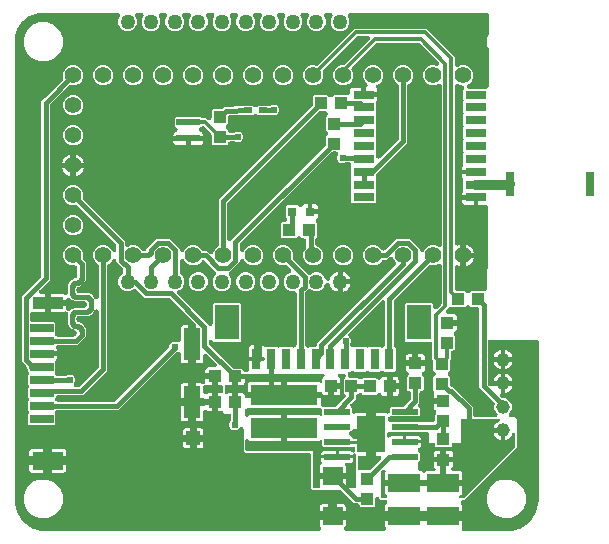
<source format=gbr>
G04 EAGLE Gerber RS-274X export*
G75*
%MOMM*%
%FSLAX34Y34*%
%LPD*%
%INTop Copper*%
%IPPOS*%
%AMOC8*
5,1,8,0,0,1.08239X$1,22.5*%
G01*
%ADD10C,1.389888*%
%ADD11R,0.800000X1.800000*%
%ADD12R,2.100000X3.000000*%
%ADD13R,1.100000X1.000000*%
%ADD14R,1.000000X1.100000*%
%ADD15R,0.800000X0.800000*%
%ADD16R,1.800000X0.800000*%
%ADD17R,1.800000X0.700000*%
%ADD18R,0.750000X2.000000*%
%ADD19R,2.000000X0.600000*%
%ADD20R,0.700000X0.500000*%
%ADD21R,2.600000X1.000000*%
%ADD22R,2.000000X0.700000*%
%ADD23R,2.600000X1.500000*%
%ADD24R,1.400000X2.700000*%
%ADD25R,1.200000X1.200000*%
%ADD26R,5.700000X1.700000*%
%ADD27R,2.700000X1.600000*%
%ADD28R,2.200000X0.500000*%
%ADD29R,2.400000X3.100000*%
%ADD30R,1.676400X1.524000*%
%ADD31C,1.270000*%
%ADD32C,1.152000*%
%ADD33C,0.754000*%
%ADD34C,0.406400*%
%ADD35C,0.604000*%
%ADD36C,0.254000*%
%ADD37C,0.304800*%
%ADD38C,0.812800*%

G36*
X447273Y-38987D02*
X447273Y-38987D01*
X447282Y-38988D01*
X447473Y-38967D01*
X447665Y-38948D01*
X447673Y-38946D01*
X447682Y-38945D01*
X447865Y-38887D01*
X448050Y-38830D01*
X448058Y-38826D01*
X448066Y-38823D01*
X448235Y-38730D01*
X448404Y-38638D01*
X448410Y-38633D01*
X448418Y-38628D01*
X448567Y-38503D01*
X448713Y-38381D01*
X448718Y-38374D01*
X448725Y-38368D01*
X448846Y-38215D01*
X448965Y-38067D01*
X448969Y-38059D01*
X448975Y-38052D01*
X449063Y-37879D01*
X449151Y-37710D01*
X449153Y-37701D01*
X449157Y-37693D01*
X449209Y-37508D01*
X449262Y-37323D01*
X449263Y-37314D01*
X449265Y-37305D01*
X449279Y-37115D01*
X449295Y-36921D01*
X449294Y-36913D01*
X449295Y-36904D01*
X449270Y-36712D01*
X449248Y-36522D01*
X449245Y-36513D01*
X449244Y-36504D01*
X449183Y-36323D01*
X449123Y-36139D01*
X449119Y-36131D01*
X449116Y-36123D01*
X449020Y-35957D01*
X448925Y-35788D01*
X448919Y-35781D01*
X448915Y-35774D01*
X448700Y-35521D01*
X448535Y-35355D01*
X448200Y-34776D01*
X448027Y-34130D01*
X448027Y-29984D01*
X457172Y-29984D01*
X457189Y-29982D01*
X457207Y-29984D01*
X457389Y-29963D01*
X457572Y-29944D01*
X457589Y-29939D01*
X457607Y-29937D01*
X457782Y-29880D01*
X457957Y-29826D01*
X457973Y-29818D01*
X457990Y-29812D01*
X458150Y-29722D01*
X458311Y-29634D01*
X458325Y-29623D01*
X458340Y-29614D01*
X458480Y-29494D01*
X458620Y-29377D01*
X458632Y-29363D01*
X458645Y-29351D01*
X458758Y-29206D01*
X458873Y-29063D01*
X458881Y-29047D01*
X458892Y-29033D01*
X458950Y-28916D01*
X458959Y-28931D01*
X459046Y-29093D01*
X459058Y-29106D01*
X459067Y-29122D01*
X459187Y-29261D01*
X459304Y-29402D01*
X459318Y-29413D01*
X459330Y-29427D01*
X459475Y-29539D01*
X459618Y-29654D01*
X459634Y-29662D01*
X459648Y-29673D01*
X459813Y-29755D01*
X459975Y-29840D01*
X459992Y-29845D01*
X460008Y-29853D01*
X460187Y-29900D01*
X460362Y-29951D01*
X460380Y-29953D01*
X460397Y-29957D01*
X460728Y-29984D01*
X469872Y-29984D01*
X469872Y-34130D01*
X469699Y-34776D01*
X469365Y-35355D01*
X469199Y-35521D01*
X469194Y-35528D01*
X469187Y-35533D01*
X469067Y-35683D01*
X468944Y-35832D01*
X468940Y-35840D01*
X468934Y-35847D01*
X468846Y-36017D01*
X468756Y-36188D01*
X468753Y-36196D01*
X468749Y-36204D01*
X468695Y-36390D01*
X468641Y-36574D01*
X468640Y-36583D01*
X468637Y-36591D01*
X468622Y-36783D01*
X468604Y-36975D01*
X468605Y-36984D01*
X468605Y-36993D01*
X468627Y-37183D01*
X468648Y-37375D01*
X468650Y-37384D01*
X468651Y-37392D01*
X468711Y-37575D01*
X468769Y-37759D01*
X468774Y-37767D01*
X468776Y-37775D01*
X468871Y-37942D01*
X468964Y-38111D01*
X468970Y-38118D01*
X468974Y-38126D01*
X469100Y-38271D01*
X469224Y-38418D01*
X469232Y-38424D01*
X469237Y-38431D01*
X469389Y-38548D01*
X469540Y-38668D01*
X469548Y-38672D01*
X469555Y-38677D01*
X469727Y-38763D01*
X469899Y-38850D01*
X469908Y-38853D01*
X469916Y-38857D01*
X470103Y-38907D01*
X470287Y-38958D01*
X470296Y-38959D01*
X470305Y-38961D01*
X470635Y-38988D01*
X502023Y-38988D01*
X502169Y-38974D01*
X502315Y-38967D01*
X502369Y-38954D01*
X502424Y-38948D01*
X502564Y-38906D01*
X502706Y-38870D01*
X502756Y-38846D01*
X502809Y-38830D01*
X502938Y-38761D01*
X503070Y-38698D01*
X503114Y-38665D01*
X503163Y-38638D01*
X503275Y-38545D01*
X503393Y-38457D01*
X503430Y-38416D01*
X503472Y-38381D01*
X503564Y-38267D01*
X503662Y-38158D01*
X503690Y-38110D01*
X503725Y-38067D01*
X503792Y-37938D01*
X503866Y-37811D01*
X503885Y-37759D01*
X503910Y-37710D01*
X503950Y-37569D01*
X503999Y-37431D01*
X504006Y-37376D01*
X504022Y-37323D01*
X504033Y-37177D01*
X504053Y-37032D01*
X504050Y-36977D01*
X504054Y-36921D01*
X504037Y-36777D01*
X504028Y-36630D01*
X504014Y-36577D01*
X504007Y-36522D01*
X503962Y-36383D01*
X503924Y-36241D01*
X503897Y-36184D01*
X503883Y-36139D01*
X503841Y-36066D01*
X503783Y-35941D01*
X503412Y-35299D01*
X503239Y-34653D01*
X503239Y-30318D01*
X517311Y-30318D01*
X517329Y-30316D01*
X517347Y-30318D01*
X517529Y-30296D01*
X517712Y-30278D01*
X517729Y-30273D01*
X517747Y-30271D01*
X517921Y-30214D01*
X518097Y-30160D01*
X518113Y-30151D01*
X518129Y-30146D01*
X518290Y-30056D01*
X518451Y-29968D01*
X518465Y-29957D01*
X518480Y-29948D01*
X518619Y-29828D01*
X518760Y-29710D01*
X518771Y-29697D01*
X518785Y-29685D01*
X518897Y-29540D01*
X519012Y-29397D01*
X519021Y-29381D01*
X519032Y-29367D01*
X519114Y-29202D01*
X519198Y-29039D01*
X519203Y-29022D01*
X519211Y-29006D01*
X519259Y-28828D01*
X519277Y-28764D01*
X519321Y-28897D01*
X519374Y-29072D01*
X519383Y-29088D01*
X519389Y-29105D01*
X519479Y-29265D01*
X519566Y-29426D01*
X519578Y-29440D01*
X519586Y-29456D01*
X519707Y-29595D01*
X519824Y-29736D01*
X519838Y-29747D01*
X519850Y-29760D01*
X519995Y-29873D01*
X520138Y-29988D01*
X520154Y-29996D01*
X520168Y-30007D01*
X520333Y-30089D01*
X520495Y-30173D01*
X520512Y-30178D01*
X520528Y-30186D01*
X520706Y-30234D01*
X520882Y-30285D01*
X520900Y-30286D01*
X520917Y-30291D01*
X521248Y-30318D01*
X536928Y-30318D01*
X536986Y-30335D01*
X537003Y-30336D01*
X537021Y-30341D01*
X537351Y-30368D01*
X550855Y-30368D01*
X550873Y-30366D01*
X550891Y-30367D01*
X551073Y-30346D01*
X551256Y-30328D01*
X551273Y-30323D01*
X551291Y-30321D01*
X551465Y-30264D01*
X551641Y-30210D01*
X551657Y-30201D01*
X551673Y-30196D01*
X551834Y-30105D01*
X551995Y-30018D01*
X552009Y-30007D01*
X552024Y-29998D01*
X552163Y-29878D01*
X552304Y-29760D01*
X552315Y-29746D01*
X552329Y-29735D01*
X552441Y-29590D01*
X552556Y-29446D01*
X552565Y-29431D01*
X552576Y-29417D01*
X552658Y-29252D01*
X552742Y-29089D01*
X552747Y-29072D01*
X552755Y-29056D01*
X552803Y-28878D01*
X552821Y-28814D01*
X552865Y-28946D01*
X552918Y-29122D01*
X552927Y-29138D01*
X552933Y-29155D01*
X553023Y-29315D01*
X553110Y-29476D01*
X553122Y-29490D01*
X553130Y-29505D01*
X553251Y-29645D01*
X553368Y-29785D01*
X553382Y-29797D01*
X553394Y-29810D01*
X553539Y-29923D01*
X553682Y-30038D01*
X553698Y-30046D01*
X553712Y-30057D01*
X553877Y-30139D01*
X554039Y-30223D01*
X554056Y-30228D01*
X554072Y-30236D01*
X554250Y-30284D01*
X554426Y-30335D01*
X554444Y-30336D01*
X554461Y-30341D01*
X554792Y-30368D01*
X568864Y-30368D01*
X568864Y-34703D01*
X568691Y-35349D01*
X568349Y-35941D01*
X568289Y-36075D01*
X568222Y-36204D01*
X568206Y-36258D01*
X568183Y-36308D01*
X568151Y-36451D01*
X568110Y-36591D01*
X568106Y-36647D01*
X568093Y-36701D01*
X568089Y-36847D01*
X568077Y-36993D01*
X568084Y-37048D01*
X568082Y-37103D01*
X568107Y-37247D01*
X568124Y-37392D01*
X568141Y-37445D01*
X568151Y-37500D01*
X568204Y-37636D01*
X568249Y-37775D01*
X568276Y-37824D01*
X568296Y-37875D01*
X568375Y-37998D01*
X568447Y-38126D01*
X568483Y-38168D01*
X568513Y-38215D01*
X568615Y-38320D01*
X568710Y-38431D01*
X568754Y-38464D01*
X568793Y-38505D01*
X568913Y-38588D01*
X569028Y-38677D01*
X569078Y-38702D01*
X569124Y-38734D01*
X569258Y-38791D01*
X569389Y-38857D01*
X569442Y-38871D01*
X569493Y-38893D01*
X569636Y-38923D01*
X569778Y-38961D01*
X569841Y-38966D01*
X569887Y-38976D01*
X569971Y-38977D01*
X570108Y-38988D01*
X607060Y-38988D01*
X607116Y-38983D01*
X607193Y-38984D01*
X610359Y-38776D01*
X610392Y-38771D01*
X610425Y-38771D01*
X610752Y-38712D01*
X616868Y-37073D01*
X616962Y-37037D01*
X617058Y-37012D01*
X617170Y-36959D01*
X617245Y-36930D01*
X617292Y-36901D01*
X617358Y-36870D01*
X622842Y-33704D01*
X622923Y-33645D01*
X623010Y-33595D01*
X623105Y-33515D01*
X623169Y-33469D01*
X623207Y-33429D01*
X623263Y-33381D01*
X627741Y-28903D01*
X627804Y-28826D01*
X627875Y-28755D01*
X627945Y-28653D01*
X627996Y-28592D01*
X628021Y-28543D01*
X628064Y-28482D01*
X631230Y-22998D01*
X631271Y-22907D01*
X631321Y-22821D01*
X631362Y-22704D01*
X631395Y-22631D01*
X631408Y-22578D01*
X631433Y-22508D01*
X633072Y-16392D01*
X633077Y-16359D01*
X633088Y-16327D01*
X633136Y-15999D01*
X633344Y-12833D01*
X633342Y-12776D01*
X633348Y-12700D01*
X633348Y121130D01*
X633346Y121148D01*
X633348Y121166D01*
X633327Y121348D01*
X633308Y121531D01*
X633303Y121548D01*
X633301Y121565D01*
X633244Y121740D01*
X633190Y121916D01*
X633182Y121931D01*
X633176Y121948D01*
X633086Y122108D01*
X632998Y122270D01*
X632987Y122283D01*
X632978Y122299D01*
X632858Y122438D01*
X632741Y122579D01*
X632727Y122590D01*
X632715Y122604D01*
X632570Y122716D01*
X632427Y122831D01*
X632411Y122839D01*
X632397Y122850D01*
X632232Y122932D01*
X632070Y123017D01*
X632053Y123022D01*
X632037Y123030D01*
X631858Y123077D01*
X631683Y123128D01*
X631665Y123130D01*
X631648Y123134D01*
X631317Y123161D01*
X592328Y123161D01*
X592310Y123159D01*
X592292Y123161D01*
X592110Y123140D01*
X591927Y123121D01*
X591910Y123116D01*
X591893Y123114D01*
X591718Y123057D01*
X591542Y123003D01*
X591527Y122995D01*
X591510Y122989D01*
X591350Y122899D01*
X591188Y122811D01*
X591175Y122800D01*
X591159Y122791D01*
X591020Y122671D01*
X590879Y122554D01*
X590868Y122540D01*
X590854Y122528D01*
X590742Y122383D01*
X590627Y122240D01*
X590619Y122224D01*
X590608Y122210D01*
X590526Y122045D01*
X590441Y121883D01*
X590436Y121866D01*
X590428Y121850D01*
X590381Y121671D01*
X590330Y121496D01*
X590328Y121478D01*
X590324Y121461D01*
X590297Y121130D01*
X590297Y86135D01*
X590299Y86108D01*
X590297Y86081D01*
X590319Y85908D01*
X590337Y85734D01*
X590344Y85708D01*
X590348Y85682D01*
X590403Y85516D01*
X590455Y85349D01*
X590468Y85326D01*
X590476Y85300D01*
X590563Y85149D01*
X590647Y84995D01*
X590664Y84975D01*
X590677Y84951D01*
X590892Y84698D01*
X591482Y84108D01*
X591489Y84103D01*
X591494Y84096D01*
X591644Y83975D01*
X591793Y83853D01*
X591801Y83849D01*
X591808Y83843D01*
X591978Y83755D01*
X592149Y83665D01*
X592158Y83662D01*
X592165Y83658D01*
X592349Y83605D01*
X592535Y83550D01*
X592544Y83549D01*
X592552Y83547D01*
X592743Y83531D01*
X592936Y83513D01*
X592945Y83514D01*
X592954Y83514D01*
X593143Y83536D01*
X593336Y83557D01*
X593345Y83560D01*
X593353Y83561D01*
X593536Y83620D01*
X593720Y83678D01*
X593728Y83683D01*
X593736Y83685D01*
X593905Y83780D01*
X594072Y83873D01*
X594079Y83879D01*
X594087Y83883D01*
X594232Y84009D01*
X594379Y84134D01*
X594385Y84141D01*
X594392Y84146D01*
X594409Y84169D01*
X601219Y84169D01*
X601219Y77352D01*
X601146Y77292D01*
X601140Y77285D01*
X601133Y77279D01*
X601013Y77126D01*
X600893Y76978D01*
X600889Y76970D01*
X600884Y76963D01*
X600795Y76789D01*
X600708Y76621D01*
X600705Y76612D01*
X600701Y76604D01*
X600650Y76419D01*
X600597Y76234D01*
X600596Y76225D01*
X600593Y76216D01*
X600579Y76024D01*
X600564Y75832D01*
X600565Y75824D01*
X600564Y75815D01*
X600588Y75623D01*
X600611Y75433D01*
X600613Y75424D01*
X600614Y75415D01*
X600675Y75234D01*
X600735Y75050D01*
X600740Y75042D01*
X600743Y75034D01*
X600840Y74865D01*
X600933Y74699D01*
X600939Y74692D01*
X600944Y74685D01*
X601158Y74432D01*
X601510Y74080D01*
X601531Y74063D01*
X601549Y74042D01*
X601687Y73935D01*
X601822Y73825D01*
X601846Y73812D01*
X601867Y73796D01*
X602023Y73718D01*
X602178Y73636D01*
X602203Y73628D01*
X602227Y73616D01*
X602396Y73571D01*
X602564Y73521D01*
X602590Y73519D01*
X602616Y73512D01*
X602947Y73485D01*
X604699Y73485D01*
X607376Y72376D01*
X609426Y70326D01*
X610535Y67649D01*
X610535Y64751D01*
X609426Y62074D01*
X608478Y61126D01*
X608473Y61119D01*
X608466Y61114D01*
X608345Y60964D01*
X608223Y60815D01*
X608219Y60807D01*
X608214Y60800D01*
X608125Y60629D01*
X608035Y60459D01*
X608032Y60450D01*
X608028Y60443D01*
X607975Y60258D01*
X607920Y60073D01*
X607919Y60064D01*
X607917Y60056D01*
X607901Y59865D01*
X607884Y59672D01*
X607885Y59663D01*
X607884Y59654D01*
X607906Y59465D01*
X607927Y59272D01*
X607930Y59263D01*
X607931Y59255D01*
X607991Y59070D01*
X608048Y58888D01*
X608053Y58880D01*
X608056Y58872D01*
X608150Y58705D01*
X608243Y58536D01*
X608249Y58529D01*
X608253Y58521D01*
X608379Y58376D01*
X608504Y58229D01*
X608511Y58223D01*
X608517Y58216D01*
X608667Y58100D01*
X608820Y57979D01*
X608828Y57975D01*
X608835Y57970D01*
X609005Y57885D01*
X609179Y57797D01*
X609187Y57794D01*
X609195Y57790D01*
X609381Y57741D01*
X609566Y57689D01*
X609575Y57688D01*
X609584Y57686D01*
X609915Y57659D01*
X610419Y57659D01*
X610438Y57661D01*
X610456Y57659D01*
X610586Y57674D01*
X612398Y57659D01*
X612406Y57660D01*
X612416Y57659D01*
X613566Y57659D01*
X614374Y56837D01*
X614380Y56832D01*
X614386Y56824D01*
X615199Y56012D01*
X615189Y54860D01*
X615190Y54852D01*
X615189Y54842D01*
X615189Y53055D01*
X615172Y52865D01*
X615001Y33082D01*
X615002Y33074D01*
X615001Y33065D01*
X615001Y31915D01*
X614179Y31107D01*
X614174Y31101D01*
X614167Y31094D01*
X572455Y-10618D01*
X572441Y-10634D01*
X572425Y-10647D01*
X572372Y-10715D01*
X571051Y-12022D01*
X571047Y-12026D01*
X571042Y-12030D01*
X570227Y-12845D01*
X569303Y-12840D01*
X569288Y-12841D01*
X569274Y-12840D01*
X569089Y-12860D01*
X568902Y-12877D01*
X568888Y-12882D01*
X568874Y-12883D01*
X568696Y-12939D01*
X568517Y-12993D01*
X568504Y-13000D01*
X568490Y-13005D01*
X568327Y-13095D01*
X568162Y-13183D01*
X568150Y-13192D01*
X568137Y-13199D01*
X567995Y-13320D01*
X567851Y-13439D01*
X567842Y-13450D01*
X567830Y-13460D01*
X567715Y-13606D01*
X567597Y-13751D01*
X567590Y-13764D01*
X567581Y-13776D01*
X567497Y-13942D01*
X567409Y-14107D01*
X567405Y-14122D01*
X567398Y-14135D01*
X567349Y-14314D01*
X567296Y-14494D01*
X567294Y-14508D01*
X567290Y-14523D01*
X567277Y-14709D01*
X567260Y-14895D01*
X567262Y-14909D01*
X567261Y-14924D01*
X567284Y-15109D01*
X567305Y-15295D01*
X567310Y-15309D01*
X567311Y-15324D01*
X567371Y-15500D01*
X567428Y-15678D01*
X567435Y-15691D01*
X567440Y-15705D01*
X567533Y-15867D01*
X567624Y-16030D01*
X567633Y-16041D01*
X567641Y-16054D01*
X567855Y-16307D01*
X568357Y-16808D01*
X568691Y-17388D01*
X568864Y-18034D01*
X568864Y-22369D01*
X554792Y-22369D01*
X554774Y-22371D01*
X554756Y-22370D01*
X554574Y-22391D01*
X554391Y-22409D01*
X554374Y-22414D01*
X554356Y-22416D01*
X554182Y-22473D01*
X554006Y-22527D01*
X553990Y-22536D01*
X553974Y-22541D01*
X553813Y-22632D01*
X553652Y-22719D01*
X553638Y-22730D01*
X553623Y-22739D01*
X553484Y-22859D01*
X553343Y-22977D01*
X553332Y-22991D01*
X553318Y-23002D01*
X553206Y-23147D01*
X553091Y-23290D01*
X553082Y-23306D01*
X553071Y-23320D01*
X552989Y-23485D01*
X552905Y-23648D01*
X552900Y-23665D01*
X552892Y-23681D01*
X552844Y-23859D01*
X552826Y-23923D01*
X552782Y-23790D01*
X552729Y-23615D01*
X552720Y-23599D01*
X552714Y-23582D01*
X552624Y-23422D01*
X552537Y-23261D01*
X552525Y-23247D01*
X552517Y-23232D01*
X552396Y-23092D01*
X552279Y-22952D01*
X552265Y-22940D01*
X552253Y-22927D01*
X552108Y-22814D01*
X551965Y-22699D01*
X551949Y-22691D01*
X551935Y-22680D01*
X551770Y-22598D01*
X551608Y-22514D01*
X551591Y-22509D01*
X551575Y-22501D01*
X551397Y-22453D01*
X551221Y-22402D01*
X551203Y-22401D01*
X551186Y-22396D01*
X550855Y-22369D01*
X535175Y-22369D01*
X535117Y-22353D01*
X535099Y-22351D01*
X535082Y-22347D01*
X534752Y-22319D01*
X521248Y-22319D01*
X521230Y-22321D01*
X521212Y-22320D01*
X521030Y-22341D01*
X520847Y-22359D01*
X520830Y-22365D01*
X520812Y-22367D01*
X520638Y-22424D01*
X520462Y-22477D01*
X520446Y-22486D01*
X520430Y-22492D01*
X520269Y-22582D01*
X520108Y-22669D01*
X520094Y-22681D01*
X520079Y-22689D01*
X519940Y-22810D01*
X519799Y-22927D01*
X519788Y-22941D01*
X519774Y-22953D01*
X519662Y-23098D01*
X519547Y-23241D01*
X519538Y-23257D01*
X519527Y-23271D01*
X519445Y-23436D01*
X519361Y-23598D01*
X519356Y-23615D01*
X519348Y-23631D01*
X519300Y-23809D01*
X519282Y-23874D01*
X519238Y-23741D01*
X519185Y-23565D01*
X519176Y-23549D01*
X519170Y-23533D01*
X519080Y-23372D01*
X518993Y-23211D01*
X518981Y-23197D01*
X518973Y-23182D01*
X518852Y-23043D01*
X518735Y-22902D01*
X518721Y-22891D01*
X518709Y-22877D01*
X518564Y-22765D01*
X518421Y-22650D01*
X518405Y-22641D01*
X518391Y-22630D01*
X518226Y-22548D01*
X518064Y-22464D01*
X518047Y-22459D01*
X518031Y-22451D01*
X517853Y-22403D01*
X517677Y-22353D01*
X517659Y-22351D01*
X517642Y-22347D01*
X517311Y-22319D01*
X503239Y-22319D01*
X503239Y-17984D01*
X503412Y-17338D01*
X503746Y-16759D01*
X504219Y-16286D01*
X504282Y-16249D01*
X504337Y-16210D01*
X504396Y-16178D01*
X504500Y-16093D01*
X504609Y-16015D01*
X504655Y-15965D01*
X504707Y-15922D01*
X504792Y-15818D01*
X504883Y-15720D01*
X504919Y-15662D01*
X504961Y-15610D01*
X505024Y-15491D01*
X505094Y-15377D01*
X505118Y-15313D01*
X505149Y-15254D01*
X505187Y-15125D01*
X505233Y-14999D01*
X505243Y-14932D01*
X505263Y-14868D01*
X505274Y-14734D01*
X505295Y-14601D01*
X505292Y-14534D01*
X505298Y-14466D01*
X505283Y-14333D01*
X505277Y-14199D01*
X505261Y-14133D01*
X505253Y-14066D01*
X505212Y-13938D01*
X505180Y-13808D01*
X505151Y-13747D01*
X505130Y-13683D01*
X505065Y-13566D01*
X505008Y-13444D01*
X504967Y-13390D01*
X504935Y-13331D01*
X504848Y-13229D01*
X504767Y-13121D01*
X504717Y-13076D01*
X504673Y-13025D01*
X504568Y-12942D01*
X504468Y-12852D01*
X504410Y-12818D01*
X504357Y-12776D01*
X504237Y-12716D01*
X504121Y-12647D01*
X504057Y-12625D01*
X503997Y-12595D01*
X503868Y-12559D01*
X503741Y-12515D01*
X503674Y-12506D01*
X503609Y-12488D01*
X503427Y-12472D01*
X503342Y-12460D01*
X503314Y-12462D01*
X503278Y-12459D01*
X501139Y-12447D01*
X501133Y-12447D01*
X501127Y-12447D01*
X499975Y-12447D01*
X499164Y-11626D01*
X499160Y-11623D01*
X499156Y-11618D01*
X498248Y-10710D01*
X498241Y-10704D01*
X498235Y-10697D01*
X498085Y-10577D01*
X497936Y-10455D01*
X497928Y-10451D01*
X497921Y-10445D01*
X497750Y-10356D01*
X497580Y-10266D01*
X497572Y-10264D01*
X497564Y-10260D01*
X497379Y-10206D01*
X497194Y-10151D01*
X497186Y-10151D01*
X497177Y-10148D01*
X496986Y-10132D01*
X496793Y-10115D01*
X496785Y-10116D01*
X496776Y-10115D01*
X496587Y-10137D01*
X496393Y-10158D01*
X496385Y-10161D01*
X496376Y-10162D01*
X496194Y-10222D01*
X496009Y-10280D01*
X496002Y-10284D01*
X495993Y-10287D01*
X495825Y-10382D01*
X495657Y-10475D01*
X495650Y-10480D01*
X495642Y-10485D01*
X495497Y-10611D01*
X495350Y-10735D01*
X495344Y-10742D01*
X495338Y-10748D01*
X495220Y-10899D01*
X495100Y-11051D01*
X495096Y-11059D01*
X495091Y-11066D01*
X495005Y-11238D01*
X494918Y-11410D01*
X494916Y-11419D01*
X494912Y-11427D01*
X494861Y-11614D01*
X494810Y-11798D01*
X494809Y-11807D01*
X494807Y-11815D01*
X494780Y-12146D01*
X494780Y-17842D01*
X493887Y-18735D01*
X482624Y-18735D01*
X481731Y-17842D01*
X481731Y-17298D01*
X481729Y-17280D01*
X481730Y-17262D01*
X481709Y-17080D01*
X481691Y-16897D01*
X481685Y-16880D01*
X481683Y-16863D01*
X481626Y-16688D01*
X481572Y-16512D01*
X481564Y-16497D01*
X481558Y-16480D01*
X481468Y-16320D01*
X481381Y-16158D01*
X481369Y-16145D01*
X481361Y-16129D01*
X481240Y-15990D01*
X481123Y-15849D01*
X481109Y-15838D01*
X481097Y-15824D01*
X480952Y-15712D01*
X480809Y-15597D01*
X480793Y-15589D01*
X480779Y-15578D01*
X480614Y-15496D01*
X480452Y-15411D01*
X480435Y-15406D01*
X480419Y-15398D01*
X480241Y-15351D01*
X480065Y-15300D01*
X480047Y-15298D01*
X480030Y-15294D01*
X479699Y-15267D01*
X477047Y-15267D01*
X466440Y-4660D01*
X466420Y-4643D01*
X466402Y-4622D01*
X466264Y-4515D01*
X466129Y-4405D01*
X466105Y-4392D01*
X466084Y-4376D01*
X465927Y-4298D01*
X465773Y-4216D01*
X465748Y-4208D01*
X465724Y-4196D01*
X465554Y-4151D01*
X465387Y-4101D01*
X465361Y-4099D01*
X465335Y-4092D01*
X465004Y-4065D01*
X442072Y-4065D01*
X440435Y-2428D01*
X440435Y25146D01*
X440433Y25164D01*
X440435Y25182D01*
X440414Y25364D01*
X440395Y25547D01*
X440390Y25564D01*
X440388Y25581D01*
X440331Y25756D01*
X440277Y25932D01*
X440269Y25947D01*
X440263Y25964D01*
X440173Y26124D01*
X440085Y26286D01*
X440074Y26299D01*
X440065Y26315D01*
X439945Y26454D01*
X439828Y26595D01*
X439814Y26606D01*
X439802Y26620D01*
X439657Y26732D01*
X439514Y26847D01*
X439498Y26855D01*
X439484Y26866D01*
X439319Y26948D01*
X439157Y27033D01*
X439140Y27038D01*
X439124Y27046D01*
X438945Y27093D01*
X438770Y27144D01*
X438752Y27146D01*
X438735Y27150D01*
X438404Y27177D01*
X385176Y27177D01*
X383539Y28814D01*
X383539Y47107D01*
X383539Y47112D01*
X383539Y47117D01*
X383519Y47311D01*
X383499Y47507D01*
X383498Y47512D01*
X383497Y47517D01*
X383439Y47705D01*
X383381Y47892D01*
X383379Y47897D01*
X383377Y47902D01*
X383282Y48075D01*
X383189Y48246D01*
X383186Y48250D01*
X383184Y48255D01*
X383055Y48408D01*
X382932Y48556D01*
X382928Y48559D01*
X382925Y48563D01*
X382768Y48687D01*
X382618Y48808D01*
X382614Y48810D01*
X382610Y48813D01*
X382431Y48905D01*
X382261Y48993D01*
X382256Y48995D01*
X382251Y48997D01*
X382060Y49051D01*
X381874Y49105D01*
X381869Y49105D01*
X381864Y49107D01*
X381667Y49122D01*
X381472Y49138D01*
X381468Y49137D01*
X381462Y49138D01*
X381267Y49114D01*
X381073Y49091D01*
X381068Y49089D01*
X381063Y49089D01*
X380878Y49027D01*
X380690Y48966D01*
X380685Y48963D01*
X380681Y48962D01*
X380510Y48865D01*
X380339Y48768D01*
X380335Y48765D01*
X380331Y48762D01*
X380183Y48633D01*
X380035Y48505D01*
X380031Y48501D01*
X380028Y48498D01*
X379970Y48423D01*
X378494Y46947D01*
X376824Y46255D01*
X375016Y46255D01*
X373346Y46947D01*
X372067Y48226D01*
X371375Y49896D01*
X371375Y51704D01*
X372067Y53374D01*
X372474Y53781D01*
X372491Y53802D01*
X372511Y53819D01*
X372618Y53957D01*
X372729Y54092D01*
X372741Y54116D01*
X372758Y54137D01*
X372836Y54294D01*
X372917Y54448D01*
X372925Y54474D01*
X372937Y54498D01*
X372982Y54667D01*
X373032Y54834D01*
X373034Y54861D01*
X373041Y54886D01*
X373069Y55217D01*
X373069Y58420D01*
X373067Y58438D01*
X373068Y58456D01*
X373047Y58637D01*
X373029Y58821D01*
X373023Y58838D01*
X373021Y58855D01*
X372964Y59030D01*
X372910Y59206D01*
X372902Y59221D01*
X372896Y59238D01*
X372806Y59398D01*
X372719Y59560D01*
X372707Y59573D01*
X372699Y59589D01*
X372578Y59728D01*
X372461Y59869D01*
X372447Y59880D01*
X372435Y59894D01*
X372290Y60006D01*
X372147Y60121D01*
X372131Y60129D01*
X372117Y60140D01*
X371952Y60222D01*
X371790Y60307D01*
X371773Y60312D01*
X371757Y60320D01*
X371579Y60367D01*
X371403Y60418D01*
X371385Y60420D01*
X371368Y60424D01*
X371037Y60451D01*
X367904Y60451D01*
X366364Y61992D01*
X366349Y62004D01*
X366338Y62017D01*
X366333Y62021D01*
X366325Y62029D01*
X366187Y62136D01*
X366052Y62247D01*
X366028Y62260D01*
X366007Y62276D01*
X365850Y62354D01*
X365696Y62436D01*
X365671Y62443D01*
X365647Y62455D01*
X365477Y62501D01*
X365310Y62551D01*
X365284Y62553D01*
X365258Y62560D01*
X364927Y62587D01*
X362125Y62587D01*
X362125Y69660D01*
X362123Y69677D01*
X362124Y69695D01*
X362103Y69876D01*
X362085Y70060D01*
X362079Y70077D01*
X362077Y70095D01*
X362064Y70136D01*
X362091Y70230D01*
X362093Y70248D01*
X362097Y70265D01*
X362125Y70596D01*
X362125Y77668D01*
X364236Y77668D01*
X364254Y77670D01*
X364272Y77669D01*
X364454Y77690D01*
X364637Y77708D01*
X364654Y77714D01*
X364671Y77716D01*
X364846Y77773D01*
X365022Y77827D01*
X365037Y77835D01*
X365054Y77841D01*
X365214Y77931D01*
X365376Y78018D01*
X365389Y78030D01*
X365405Y78038D01*
X365544Y78159D01*
X365685Y78276D01*
X365696Y78290D01*
X365710Y78302D01*
X365822Y78447D01*
X365937Y78590D01*
X365945Y78606D01*
X365956Y78620D01*
X366038Y78785D01*
X366123Y78947D01*
X366128Y78964D01*
X366136Y78980D01*
X366183Y79158D01*
X366234Y79334D01*
X366236Y79352D01*
X366240Y79369D01*
X366267Y79700D01*
X366267Y82433D01*
X366265Y82451D01*
X366267Y82469D01*
X366246Y82651D01*
X366227Y82834D01*
X366222Y82851D01*
X366220Y82868D01*
X366163Y83043D01*
X366109Y83219D01*
X366101Y83234D01*
X366095Y83251D01*
X366005Y83411D01*
X365917Y83573D01*
X365906Y83586D01*
X365897Y83602D01*
X365777Y83741D01*
X365660Y83882D01*
X365646Y83893D01*
X365634Y83907D01*
X365489Y84019D01*
X365346Y84134D01*
X365330Y84142D01*
X365316Y84153D01*
X365151Y84235D01*
X364989Y84320D01*
X364972Y84325D01*
X364956Y84333D01*
X364777Y84380D01*
X364602Y84431D01*
X364584Y84433D01*
X364567Y84437D01*
X364236Y84464D01*
X361804Y84464D01*
X361804Y91537D01*
X361802Y91555D01*
X361803Y91572D01*
X361782Y91755D01*
X361764Y91937D01*
X361759Y91954D01*
X361757Y91972D01*
X361700Y92147D01*
X361646Y92322D01*
X361637Y92338D01*
X361632Y92355D01*
X361541Y92515D01*
X361454Y92676D01*
X361443Y92690D01*
X361434Y92706D01*
X361314Y92845D01*
X361196Y92986D01*
X361182Y92997D01*
X361171Y93010D01*
X361026Y93123D01*
X360882Y93238D01*
X360867Y93246D01*
X360853Y93257D01*
X360688Y93339D01*
X360660Y93353D01*
X360605Y93451D01*
X360518Y93613D01*
X360506Y93626D01*
X360498Y93642D01*
X360377Y93781D01*
X360260Y93922D01*
X360246Y93933D01*
X360234Y93947D01*
X360089Y94059D01*
X359946Y94174D01*
X359930Y94182D01*
X359916Y94193D01*
X359751Y94275D01*
X359589Y94360D01*
X359572Y94365D01*
X359556Y94373D01*
X359378Y94420D01*
X359202Y94471D01*
X359184Y94473D01*
X359167Y94477D01*
X358836Y94504D01*
X351264Y94504D01*
X351264Y97340D01*
X351437Y97986D01*
X351771Y98565D01*
X352244Y99038D01*
X352824Y99373D01*
X353470Y99546D01*
X358830Y99546D01*
X358839Y99547D01*
X358848Y99546D01*
X359041Y99567D01*
X359231Y99586D01*
X359239Y99588D01*
X359248Y99589D01*
X359432Y99648D01*
X359615Y99704D01*
X359623Y99708D01*
X359632Y99711D01*
X359800Y99804D01*
X359969Y99896D01*
X359976Y99901D01*
X359984Y99906D01*
X360131Y100030D01*
X360279Y100153D01*
X360284Y100160D01*
X360291Y100166D01*
X360411Y100318D01*
X360531Y100467D01*
X360535Y100475D01*
X360541Y100482D01*
X360629Y100655D01*
X360717Y100824D01*
X360719Y100833D01*
X360723Y100841D01*
X360775Y101026D01*
X360828Y101211D01*
X360829Y101220D01*
X360831Y101229D01*
X360845Y101422D01*
X360861Y101613D01*
X360860Y101621D01*
X360860Y101630D01*
X360836Y101821D01*
X360814Y102012D01*
X360811Y102021D01*
X360810Y102030D01*
X360749Y102212D01*
X360689Y102395D01*
X360685Y102403D01*
X360682Y102411D01*
X360586Y102578D01*
X360491Y102746D01*
X360485Y102753D01*
X360481Y102760D01*
X360266Y103013D01*
X352799Y110480D01*
X352792Y110486D01*
X352786Y110493D01*
X352637Y110613D01*
X352488Y110736D01*
X352480Y110740D01*
X352473Y110745D01*
X352301Y110834D01*
X352132Y110924D01*
X352123Y110927D01*
X352115Y110931D01*
X351930Y110984D01*
X351746Y111039D01*
X351737Y111040D01*
X351728Y111042D01*
X351537Y111058D01*
X351345Y111075D01*
X351336Y111074D01*
X351327Y111075D01*
X351138Y111053D01*
X350945Y111032D01*
X350936Y111029D01*
X350927Y111028D01*
X350745Y110969D01*
X350561Y110910D01*
X350553Y110906D01*
X350545Y110903D01*
X350375Y110808D01*
X350209Y110716D01*
X350202Y110710D01*
X350194Y110705D01*
X350048Y110579D01*
X349902Y110455D01*
X349896Y110448D01*
X349889Y110442D01*
X349771Y110290D01*
X349652Y110139D01*
X349648Y110131D01*
X349642Y110124D01*
X349557Y109952D01*
X349470Y109780D01*
X349467Y109772D01*
X349463Y109764D01*
X349413Y109576D01*
X349362Y109392D01*
X349361Y109384D01*
X349359Y109375D01*
X349331Y109044D01*
X349331Y105204D01*
X349158Y104558D01*
X348824Y103979D01*
X348351Y103506D01*
X347771Y103171D01*
X347125Y102998D01*
X343290Y102998D01*
X343290Y117571D01*
X343288Y117588D01*
X343290Y117606D01*
X343268Y117788D01*
X343250Y117971D01*
X343245Y117988D01*
X343243Y118006D01*
X343186Y118181D01*
X343132Y118356D01*
X343123Y118372D01*
X343118Y118389D01*
X343028Y118549D01*
X342940Y118710D01*
X342929Y118724D01*
X342920Y118739D01*
X342800Y118879D01*
X342682Y119019D01*
X342669Y119031D01*
X342658Y119042D01*
X342708Y119083D01*
X342719Y119097D01*
X342732Y119109D01*
X342845Y119254D01*
X342960Y119397D01*
X342968Y119413D01*
X342979Y119427D01*
X343061Y119592D01*
X343145Y119754D01*
X343150Y119771D01*
X343158Y119787D01*
X343206Y119965D01*
X343257Y120141D01*
X343258Y120159D01*
X343263Y120176D01*
X343290Y120507D01*
X343290Y135197D01*
X343287Y135224D01*
X343289Y135250D01*
X343267Y135424D01*
X343250Y135598D01*
X343242Y135623D01*
X343239Y135650D01*
X343183Y135815D01*
X343132Y135983D01*
X343119Y136006D01*
X343111Y136031D01*
X343023Y136183D01*
X342940Y136337D01*
X342923Y136357D01*
X342910Y136380D01*
X342695Y136633D01*
X321316Y158012D01*
X321295Y158029D01*
X321278Y158050D01*
X321140Y158157D01*
X321005Y158267D01*
X320981Y158280D01*
X320960Y158296D01*
X320803Y158374D01*
X320649Y158456D01*
X320623Y158464D01*
X320599Y158476D01*
X320430Y158521D01*
X320263Y158571D01*
X320236Y158573D01*
X320211Y158580D01*
X319880Y158607D01*
X299713Y158607D01*
X292775Y165546D01*
X292761Y165557D01*
X292750Y165571D01*
X292605Y165685D01*
X292463Y165801D01*
X292448Y165809D01*
X292434Y165820D01*
X292269Y165904D01*
X292108Y165989D01*
X292091Y165995D01*
X292075Y166003D01*
X291897Y166052D01*
X291722Y166104D01*
X291704Y166106D01*
X291687Y166111D01*
X291504Y166124D01*
X291321Y166141D01*
X291303Y166139D01*
X291285Y166140D01*
X291104Y166117D01*
X290921Y166097D01*
X290903Y166092D01*
X290886Y166090D01*
X290713Y166031D01*
X290537Y165976D01*
X290521Y165967D01*
X290504Y165961D01*
X290345Y165870D01*
X290184Y165781D01*
X290171Y165769D01*
X290155Y165760D01*
X289902Y165546D01*
X289751Y165394D01*
X286856Y164195D01*
X283724Y164195D01*
X280829Y165394D01*
X278614Y167609D01*
X277415Y170504D01*
X277415Y173636D01*
X278614Y176531D01*
X281066Y178983D01*
X281145Y179048D01*
X281159Y179065D01*
X281176Y179079D01*
X281285Y179221D01*
X281398Y179360D01*
X281409Y179380D01*
X281422Y179398D01*
X281502Y179558D01*
X281585Y179717D01*
X281592Y179738D01*
X281602Y179758D01*
X281648Y179932D01*
X281698Y180103D01*
X281700Y180125D01*
X281706Y180147D01*
X281733Y180478D01*
X281733Y181878D01*
X281731Y181905D01*
X281733Y181932D01*
X281711Y182106D01*
X281693Y182279D01*
X281686Y182305D01*
X281682Y182331D01*
X281627Y182497D01*
X281575Y182664D01*
X281562Y182688D01*
X281554Y182713D01*
X281467Y182864D01*
X281383Y183018D01*
X281366Y183039D01*
X281353Y183062D01*
X281138Y183315D01*
X278596Y185857D01*
X275918Y188535D01*
X275918Y189376D01*
X275917Y189381D01*
X275918Y189385D01*
X275898Y189580D01*
X275878Y189777D01*
X275877Y189781D01*
X275876Y189786D01*
X275817Y189975D01*
X275760Y190162D01*
X275758Y190166D01*
X275756Y190170D01*
X275661Y190345D01*
X275568Y190516D01*
X275565Y190519D01*
X275563Y190523D01*
X275436Y190674D01*
X275310Y190825D01*
X275307Y190828D01*
X275304Y190831D01*
X275151Y190953D01*
X274997Y191077D01*
X274993Y191079D01*
X274989Y191082D01*
X274812Y191173D01*
X274639Y191263D01*
X274635Y191264D01*
X274631Y191266D01*
X274439Y191320D01*
X274252Y191374D01*
X274248Y191375D01*
X274244Y191376D01*
X274048Y191391D01*
X273851Y191407D01*
X273847Y191407D01*
X273842Y191407D01*
X273647Y191383D01*
X273451Y191360D01*
X273447Y191359D01*
X273442Y191358D01*
X273253Y191296D01*
X273068Y191235D01*
X273064Y191233D01*
X273060Y191232D01*
X272888Y191134D01*
X272718Y191037D01*
X272714Y191034D01*
X272710Y191032D01*
X272560Y190901D01*
X272413Y190774D01*
X272410Y190771D01*
X272407Y190768D01*
X272285Y190609D01*
X272166Y190456D01*
X272164Y190452D01*
X272162Y190449D01*
X272010Y190153D01*
X271764Y189560D01*
X269378Y187173D01*
X269371Y187170D01*
X269350Y187163D01*
X269194Y187075D01*
X269036Y186990D01*
X269019Y186976D01*
X268999Y186965D01*
X268864Y186848D01*
X268725Y186734D01*
X268711Y186716D01*
X268694Y186702D01*
X268585Y186560D01*
X268472Y186421D01*
X268461Y186401D01*
X268448Y186384D01*
X268368Y186223D01*
X268285Y186065D01*
X268278Y186043D01*
X268268Y186023D01*
X268222Y185850D01*
X268172Y185678D01*
X268170Y185656D01*
X268164Y185634D01*
X268137Y185304D01*
X268137Y96327D01*
X247696Y75886D01*
X226347Y75886D01*
X226329Y75884D01*
X226311Y75886D01*
X226129Y75864D01*
X225946Y75846D01*
X225929Y75841D01*
X225911Y75839D01*
X225737Y75782D01*
X225561Y75728D01*
X225546Y75719D01*
X225529Y75714D01*
X225368Y75624D01*
X225207Y75536D01*
X225194Y75525D01*
X225178Y75516D01*
X225039Y75396D01*
X224898Y75278D01*
X224887Y75265D01*
X224873Y75253D01*
X224761Y75108D01*
X224646Y74965D01*
X224637Y74949D01*
X224626Y74935D01*
X224544Y74770D01*
X224460Y74607D01*
X224455Y74590D01*
X224447Y74574D01*
X224399Y74396D01*
X224349Y74220D01*
X224347Y74203D01*
X224343Y74185D01*
X224317Y73875D01*
X224216Y73752D01*
X224212Y73744D01*
X224206Y73737D01*
X224119Y73568D01*
X224028Y73396D01*
X224025Y73387D01*
X224021Y73379D01*
X223968Y73195D01*
X223913Y73010D01*
X223912Y73001D01*
X223910Y72992D01*
X223894Y72800D01*
X223876Y72609D01*
X223877Y72600D01*
X223877Y72591D01*
X223899Y72401D01*
X223920Y72209D01*
X223923Y72200D01*
X223924Y72191D01*
X223984Y72005D01*
X224041Y71825D01*
X224046Y71817D01*
X224048Y71809D01*
X224144Y71640D01*
X224236Y71473D01*
X224242Y71466D01*
X224246Y71458D01*
X224372Y71313D01*
X224497Y71166D01*
X224504Y71160D01*
X224510Y71153D01*
X224660Y71036D01*
X224813Y70916D01*
X224821Y70912D01*
X224828Y70906D01*
X225000Y70821D01*
X225171Y70734D01*
X225180Y70731D01*
X225188Y70727D01*
X225376Y70677D01*
X225559Y70626D01*
X225568Y70625D01*
X225577Y70623D01*
X225908Y70595D01*
X273976Y70595D01*
X274003Y70598D01*
X274029Y70596D01*
X274203Y70618D01*
X274377Y70635D01*
X274402Y70643D01*
X274429Y70647D01*
X274595Y70702D01*
X274762Y70754D01*
X274785Y70766D01*
X274811Y70775D01*
X274962Y70862D01*
X275116Y70945D01*
X275136Y70962D01*
X275159Y70976D01*
X275412Y71190D01*
X319980Y115758D01*
X319997Y115779D01*
X320018Y115797D01*
X320125Y115934D01*
X320235Y116070D01*
X320248Y116093D01*
X320264Y116115D01*
X320342Y116272D01*
X320424Y116426D01*
X320432Y116451D01*
X320444Y116475D01*
X320489Y116645D01*
X320539Y116811D01*
X320541Y116838D01*
X320548Y116864D01*
X320575Y117195D01*
X320575Y117744D01*
X321267Y119414D01*
X322546Y120693D01*
X324216Y121385D01*
X326024Y121385D01*
X327441Y120798D01*
X327454Y120794D01*
X327466Y120788D01*
X327646Y120736D01*
X327827Y120681D01*
X327840Y120680D01*
X327853Y120676D01*
X328041Y120661D01*
X328228Y120643D01*
X328241Y120644D01*
X328254Y120643D01*
X328441Y120665D01*
X328628Y120685D01*
X328641Y120689D01*
X328654Y120690D01*
X328833Y120748D01*
X329012Y120804D01*
X329024Y120811D01*
X329037Y120815D01*
X329201Y120908D01*
X329366Y120998D01*
X329376Y121006D01*
X329388Y121013D01*
X329530Y121136D01*
X329674Y121257D01*
X329682Y121267D01*
X329692Y121276D01*
X329807Y121424D01*
X329925Y121572D01*
X329931Y121584D01*
X329939Y121594D01*
X330023Y121762D01*
X330109Y121930D01*
X330112Y121943D01*
X330118Y121955D01*
X330167Y122137D01*
X330218Y122317D01*
X330219Y122330D01*
X330223Y122344D01*
X330250Y122674D01*
X330250Y132873D01*
X330423Y133519D01*
X330758Y134099D01*
X331231Y134572D01*
X331810Y134906D01*
X332456Y135079D01*
X336291Y135079D01*
X336291Y120507D01*
X336293Y120489D01*
X336292Y120471D01*
X336313Y120289D01*
X336331Y120106D01*
X336337Y120089D01*
X336339Y120072D01*
X336396Y119897D01*
X336449Y119721D01*
X336458Y119706D01*
X336464Y119689D01*
X336554Y119529D01*
X336641Y119367D01*
X336653Y119354D01*
X336661Y119338D01*
X336782Y119199D01*
X336899Y119058D01*
X336913Y119047D01*
X336923Y119035D01*
X336874Y118994D01*
X336863Y118980D01*
X336849Y118969D01*
X336737Y118824D01*
X336622Y118681D01*
X336613Y118665D01*
X336602Y118651D01*
X336520Y118486D01*
X336436Y118323D01*
X336431Y118306D01*
X336423Y118290D01*
X336375Y118112D01*
X336325Y117936D01*
X336323Y117919D01*
X336319Y117901D01*
X336291Y117571D01*
X336291Y102998D01*
X332456Y102998D01*
X331810Y103171D01*
X331231Y103506D01*
X330758Y103979D01*
X330423Y104558D01*
X330250Y105204D01*
X330250Y111006D01*
X330249Y111019D01*
X330250Y111033D01*
X330229Y111219D01*
X330210Y111406D01*
X330206Y111419D01*
X330205Y111433D01*
X330147Y111612D01*
X330092Y111791D01*
X330085Y111803D01*
X330081Y111816D01*
X329990Y111980D01*
X329900Y112145D01*
X329892Y112156D01*
X329885Y112168D01*
X329763Y112310D01*
X329642Y112455D01*
X329632Y112463D01*
X329623Y112473D01*
X329475Y112589D01*
X329329Y112707D01*
X329317Y112713D01*
X329306Y112722D01*
X329138Y112806D01*
X328971Y112892D01*
X328958Y112896D01*
X328946Y112902D01*
X328765Y112952D01*
X328584Y113004D01*
X328571Y113005D01*
X328558Y113009D01*
X328371Y113021D01*
X328183Y113037D01*
X328170Y113035D01*
X328156Y113036D01*
X327970Y113012D01*
X327783Y112990D01*
X327770Y112986D01*
X327757Y112984D01*
X327441Y112882D01*
X327341Y112841D01*
X327314Y112826D01*
X327285Y112816D01*
X327137Y112731D01*
X326987Y112651D01*
X326963Y112631D01*
X326936Y112615D01*
X326683Y112401D01*
X277764Y63482D01*
X225908Y63482D01*
X225899Y63481D01*
X225890Y63482D01*
X225699Y63461D01*
X225507Y63442D01*
X225498Y63439D01*
X225490Y63439D01*
X225305Y63380D01*
X225122Y63324D01*
X225114Y63320D01*
X225106Y63317D01*
X224936Y63223D01*
X224768Y63132D01*
X224761Y63127D01*
X224753Y63122D01*
X224606Y62997D01*
X224459Y62874D01*
X224453Y62868D01*
X224446Y62862D01*
X224327Y62710D01*
X224206Y62561D01*
X224202Y62553D01*
X224197Y62546D01*
X224109Y62373D01*
X224021Y62203D01*
X224019Y62195D01*
X224014Y62187D01*
X223963Y62001D01*
X223910Y61816D01*
X223909Y61808D01*
X223906Y61799D01*
X223892Y61607D01*
X223877Y61415D01*
X223878Y61406D01*
X223877Y61397D01*
X223901Y61206D01*
X223924Y61015D01*
X223926Y61007D01*
X223928Y60998D01*
X223989Y60816D01*
X224048Y60633D01*
X224053Y60625D01*
X224056Y60616D01*
X224151Y60450D01*
X224246Y60282D01*
X224252Y60275D01*
X224257Y60267D01*
X224315Y60198D01*
X224315Y51907D01*
X223422Y51014D01*
X202159Y51014D01*
X201266Y51907D01*
X201266Y60182D01*
X201337Y60272D01*
X201453Y60414D01*
X201462Y60430D01*
X201473Y60444D01*
X201556Y60608D01*
X201642Y60770D01*
X201647Y60787D01*
X201655Y60803D01*
X201704Y60978D01*
X201757Y61155D01*
X201758Y61173D01*
X201763Y61191D01*
X201776Y61373D01*
X201793Y61556D01*
X201791Y61574D01*
X201792Y61592D01*
X201769Y61774D01*
X201750Y61957D01*
X201744Y61974D01*
X201742Y61991D01*
X201684Y62166D01*
X201628Y62341D01*
X201619Y62356D01*
X201614Y62373D01*
X201522Y62533D01*
X201433Y62693D01*
X201422Y62706D01*
X201413Y62722D01*
X201266Y62895D01*
X201266Y71182D01*
X201337Y71272D01*
X201453Y71414D01*
X201462Y71430D01*
X201473Y71444D01*
X201556Y71607D01*
X201642Y71770D01*
X201647Y71787D01*
X201655Y71803D01*
X201704Y71978D01*
X201757Y72155D01*
X201758Y72173D01*
X201763Y72191D01*
X201776Y72373D01*
X201793Y72556D01*
X201791Y72574D01*
X201792Y72592D01*
X201769Y72774D01*
X201750Y72957D01*
X201744Y72974D01*
X201742Y72991D01*
X201684Y73165D01*
X201628Y73341D01*
X201619Y73356D01*
X201614Y73373D01*
X201522Y73533D01*
X201433Y73693D01*
X201422Y73706D01*
X201413Y73722D01*
X201266Y73895D01*
X201266Y82182D01*
X201337Y82272D01*
X201453Y82414D01*
X201462Y82430D01*
X201473Y82444D01*
X201556Y82608D01*
X201642Y82770D01*
X201647Y82787D01*
X201655Y82803D01*
X201704Y82979D01*
X201757Y83155D01*
X201758Y83173D01*
X201763Y83191D01*
X201776Y83373D01*
X201793Y83556D01*
X201791Y83574D01*
X201792Y83592D01*
X201769Y83774D01*
X201750Y83957D01*
X201744Y83974D01*
X201742Y83991D01*
X201684Y84166D01*
X201628Y84341D01*
X201619Y84356D01*
X201614Y84373D01*
X201522Y84533D01*
X201433Y84693D01*
X201422Y84706D01*
X201413Y84722D01*
X201266Y84895D01*
X201266Y93182D01*
X201337Y93272D01*
X201453Y93414D01*
X201462Y93430D01*
X201473Y93444D01*
X201556Y93608D01*
X201642Y93770D01*
X201647Y93787D01*
X201655Y93803D01*
X201704Y93979D01*
X201757Y94155D01*
X201758Y94173D01*
X201763Y94191D01*
X201776Y94373D01*
X201793Y94556D01*
X201791Y94574D01*
X201792Y94592D01*
X201769Y94774D01*
X201750Y94957D01*
X201744Y94974D01*
X201742Y94991D01*
X201684Y95166D01*
X201628Y95341D01*
X201619Y95356D01*
X201614Y95373D01*
X201522Y95533D01*
X201433Y95693D01*
X201422Y95706D01*
X201413Y95722D01*
X201266Y95895D01*
X201266Y96393D01*
X201263Y96419D01*
X201265Y96446D01*
X201243Y96620D01*
X201226Y96793D01*
X201218Y96819D01*
X201215Y96845D01*
X201159Y97011D01*
X201108Y97178D01*
X201095Y97202D01*
X201087Y97227D01*
X200999Y97379D01*
X200916Y97532D01*
X200899Y97553D01*
X200886Y97576D01*
X200671Y97829D01*
X199935Y98565D01*
X199935Y99495D01*
X199932Y99521D01*
X199934Y99548D01*
X199912Y99722D01*
X199895Y99895D01*
X199887Y99921D01*
X199883Y99947D01*
X199828Y100113D01*
X199776Y100280D01*
X199764Y100304D01*
X199755Y100329D01*
X199668Y100481D01*
X199585Y100634D01*
X199568Y100655D01*
X199554Y100678D01*
X199340Y100931D01*
X195678Y104593D01*
X195678Y159985D01*
X211748Y176055D01*
X211765Y176076D01*
X211786Y176093D01*
X211893Y176231D01*
X212003Y176367D01*
X212016Y176390D01*
X212032Y176412D01*
X212110Y176568D01*
X212192Y176722D01*
X212200Y176748D01*
X212212Y176772D01*
X212257Y176941D01*
X212307Y177108D01*
X212309Y177135D01*
X212316Y177161D01*
X212343Y177492D01*
X212343Y324953D01*
X215022Y327632D01*
X230261Y342871D01*
X230275Y342888D01*
X230292Y342903D01*
X230403Y343044D01*
X230516Y343183D01*
X230527Y343202D01*
X230541Y343220D01*
X230621Y343380D01*
X230705Y343538D01*
X230711Y343560D01*
X230721Y343580D01*
X230768Y343752D01*
X230820Y343924D01*
X230822Y343947D01*
X230828Y343968D01*
X230840Y344146D01*
X230856Y344325D01*
X230854Y344348D01*
X230855Y344370D01*
X230832Y344546D01*
X230813Y344726D01*
X230806Y344747D01*
X230803Y344769D01*
X230706Y345071D01*
X230706Y348446D01*
X231996Y351560D01*
X234380Y353944D01*
X237494Y355234D01*
X240866Y355234D01*
X243980Y353944D01*
X246364Y351560D01*
X247654Y348446D01*
X247654Y345074D01*
X246364Y341960D01*
X243980Y339576D01*
X240866Y338286D01*
X237491Y338286D01*
X237484Y338288D01*
X237464Y338298D01*
X237291Y338346D01*
X237119Y338398D01*
X237097Y338400D01*
X237076Y338406D01*
X236896Y338419D01*
X236719Y338436D01*
X236697Y338434D01*
X236674Y338435D01*
X236496Y338413D01*
X236318Y338394D01*
X236297Y338388D01*
X236275Y338385D01*
X236104Y338328D01*
X235934Y338275D01*
X235914Y338264D01*
X235893Y338257D01*
X235738Y338167D01*
X235581Y338081D01*
X235564Y338067D01*
X235544Y338056D01*
X235291Y337841D01*
X220052Y322602D01*
X220035Y322581D01*
X220014Y322563D01*
X219907Y322426D01*
X219797Y322290D01*
X219784Y322267D01*
X219768Y322245D01*
X219690Y322088D01*
X219608Y321934D01*
X219600Y321909D01*
X219588Y321885D01*
X219543Y321715D01*
X219493Y321549D01*
X219491Y321522D01*
X219484Y321496D01*
X219457Y321165D01*
X219457Y173704D01*
X216778Y171025D01*
X210800Y165047D01*
X210794Y165040D01*
X210788Y165034D01*
X210667Y164885D01*
X210545Y164736D01*
X210541Y164728D01*
X210535Y164721D01*
X210446Y164549D01*
X210356Y164380D01*
X210354Y164371D01*
X210350Y164363D01*
X210297Y164179D01*
X210242Y163994D01*
X210241Y163985D01*
X210238Y163976D01*
X210223Y163784D01*
X210205Y163593D01*
X210206Y163584D01*
X210205Y163575D01*
X210228Y163384D01*
X210249Y163193D01*
X210251Y163184D01*
X210252Y163175D01*
X210312Y162993D01*
X210370Y162809D01*
X210374Y162801D01*
X210377Y162793D01*
X210472Y162624D01*
X210565Y162457D01*
X210571Y162450D01*
X210575Y162442D01*
X210701Y162296D01*
X210825Y162150D01*
X210832Y162144D01*
X210838Y162137D01*
X210990Y162020D01*
X211141Y161900D01*
X211149Y161896D01*
X211156Y161890D01*
X211328Y161805D01*
X211500Y161718D01*
X211509Y161715D01*
X211517Y161711D01*
X211703Y161661D01*
X211888Y161610D01*
X211897Y161609D01*
X211906Y161607D01*
X212236Y161579D01*
X215291Y161579D01*
X215291Y154507D01*
X215293Y154489D01*
X215292Y154471D01*
X215313Y154289D01*
X215331Y154106D01*
X215337Y154089D01*
X215339Y154072D01*
X215352Y154031D01*
X215325Y153936D01*
X215323Y153919D01*
X215319Y153901D01*
X215291Y153571D01*
X215291Y146498D01*
X204823Y146498D01*
X204805Y146496D01*
X204787Y146498D01*
X204605Y146476D01*
X204422Y146458D01*
X204405Y146453D01*
X204387Y146451D01*
X204213Y146394D01*
X204037Y146340D01*
X204022Y146331D01*
X204005Y146326D01*
X203844Y146236D01*
X203683Y146148D01*
X203670Y146137D01*
X203654Y146128D01*
X203515Y146008D01*
X203374Y145890D01*
X203363Y145877D01*
X203349Y145865D01*
X203237Y145720D01*
X203122Y145577D01*
X203113Y145561D01*
X203102Y145547D01*
X203020Y145382D01*
X202936Y145219D01*
X202931Y145202D01*
X202923Y145186D01*
X202875Y145008D01*
X202825Y144832D01*
X202823Y144815D01*
X202819Y144797D01*
X202791Y144467D01*
X202791Y140095D01*
X202793Y140077D01*
X202792Y140059D01*
X202813Y139877D01*
X202831Y139694D01*
X202837Y139677D01*
X202839Y139659D01*
X202896Y139485D01*
X202950Y139309D01*
X202958Y139294D01*
X202964Y139277D01*
X203054Y139116D01*
X203141Y138955D01*
X203153Y138942D01*
X203161Y138926D01*
X203282Y138787D01*
X203399Y138646D01*
X203413Y138635D01*
X203425Y138621D01*
X203570Y138509D01*
X203713Y138394D01*
X203729Y138385D01*
X203743Y138374D01*
X203908Y138292D01*
X204070Y138208D01*
X204087Y138203D01*
X204103Y138195D01*
X204281Y138147D01*
X204457Y138097D01*
X204475Y138095D01*
X204492Y138091D01*
X204823Y138063D01*
X223422Y138063D01*
X224315Y137170D01*
X224315Y128873D01*
X224216Y128752D01*
X224212Y128744D01*
X224206Y128737D01*
X224119Y128568D01*
X224028Y128396D01*
X224025Y128387D01*
X224021Y128379D01*
X223968Y128195D01*
X223913Y128010D01*
X223912Y128001D01*
X223910Y127992D01*
X223894Y127800D01*
X223876Y127609D01*
X223877Y127600D01*
X223877Y127591D01*
X223899Y127401D01*
X223920Y127209D01*
X223923Y127200D01*
X223924Y127191D01*
X223984Y127007D01*
X224041Y126825D01*
X224046Y126817D01*
X224048Y126809D01*
X224144Y126640D01*
X224236Y126473D01*
X224242Y126466D01*
X224246Y126458D01*
X224372Y126313D01*
X224497Y126166D01*
X224504Y126160D01*
X224510Y126153D01*
X224660Y126036D01*
X224813Y125916D01*
X224821Y125912D01*
X224828Y125906D01*
X225000Y125821D01*
X225171Y125734D01*
X225180Y125731D01*
X225188Y125727D01*
X225376Y125677D01*
X225559Y125626D01*
X225568Y125625D01*
X225577Y125623D01*
X225908Y125595D01*
X239104Y125595D01*
X239131Y125598D01*
X239157Y125596D01*
X239331Y125618D01*
X239505Y125635D01*
X239530Y125643D01*
X239557Y125647D01*
X239723Y125702D01*
X239890Y125754D01*
X239913Y125766D01*
X239939Y125775D01*
X240090Y125862D01*
X240244Y125945D01*
X240264Y125962D01*
X240287Y125976D01*
X240540Y126190D01*
X241723Y127373D01*
X241729Y127380D01*
X241736Y127386D01*
X241856Y127536D01*
X241978Y127685D01*
X241983Y127693D01*
X241988Y127700D01*
X242077Y127870D01*
X242167Y128041D01*
X242170Y128049D01*
X242174Y128057D01*
X242227Y128241D01*
X242282Y128426D01*
X242283Y128435D01*
X242285Y128444D01*
X242301Y128635D01*
X242318Y128827D01*
X242317Y128836D01*
X242318Y128845D01*
X242296Y129035D01*
X242275Y129228D01*
X242272Y129236D01*
X242271Y129245D01*
X242212Y129427D01*
X242153Y129612D01*
X242149Y129619D01*
X242146Y129628D01*
X242052Y129795D01*
X241959Y129964D01*
X241953Y129971D01*
X241948Y129978D01*
X241823Y130123D01*
X241698Y130271D01*
X241691Y130276D01*
X241685Y130283D01*
X241535Y130400D01*
X241382Y130520D01*
X241374Y130525D01*
X241367Y130530D01*
X241196Y130615D01*
X241023Y130703D01*
X241015Y130705D01*
X241007Y130709D01*
X240821Y130759D01*
X240635Y130811D01*
X240626Y130812D01*
X240618Y130814D01*
X240460Y130827D01*
X236957Y132849D01*
X234949Y136327D01*
X234949Y144988D01*
X234935Y145133D01*
X234928Y145279D01*
X234915Y145333D01*
X234909Y145388D01*
X234866Y145528D01*
X234831Y145670D01*
X234807Y145720D01*
X234791Y145773D01*
X234722Y145902D01*
X234659Y146034D01*
X234626Y146079D01*
X234599Y146127D01*
X234506Y146239D01*
X234418Y146357D01*
X234377Y146394D01*
X234342Y146436D01*
X234228Y146528D01*
X234119Y146626D01*
X234071Y146654D01*
X234028Y146689D01*
X233898Y146756D01*
X233772Y146831D01*
X233720Y146849D01*
X233671Y146874D01*
X233530Y146915D01*
X233392Y146963D01*
X233337Y146970D01*
X233284Y146986D01*
X233138Y146998D01*
X232993Y147018D01*
X232938Y147014D01*
X232882Y147019D01*
X232737Y147002D01*
X232591Y146992D01*
X232538Y146978D01*
X232483Y146972D01*
X232343Y146926D01*
X232202Y146889D01*
X232145Y146862D01*
X232100Y146847D01*
X232027Y146806D01*
X231902Y146747D01*
X231771Y146671D01*
X231125Y146498D01*
X220290Y146498D01*
X220290Y151539D01*
X233331Y151539D01*
X233331Y149556D01*
X233339Y149483D01*
X233337Y149409D01*
X233359Y149283D01*
X233371Y149155D01*
X233393Y149085D01*
X233405Y149013D01*
X233452Y148893D01*
X233490Y148770D01*
X233524Y148706D01*
X233551Y148637D01*
X233620Y148529D01*
X233681Y148416D01*
X233728Y148360D01*
X233768Y148298D01*
X233857Y148205D01*
X233939Y148107D01*
X233996Y148061D01*
X234047Y148008D01*
X234153Y147935D01*
X234253Y147854D01*
X234318Y147821D01*
X234378Y147779D01*
X234496Y147728D01*
X234610Y147669D01*
X234681Y147649D01*
X234748Y147620D01*
X234874Y147593D01*
X234997Y147558D01*
X235070Y147552D01*
X235142Y147536D01*
X235270Y147535D01*
X235398Y147525D01*
X235471Y147533D01*
X235544Y147533D01*
X235671Y147557D01*
X235798Y147572D01*
X235868Y147594D01*
X235940Y147608D01*
X236059Y147657D01*
X236181Y147696D01*
X236245Y147732D01*
X236313Y147760D01*
X236420Y147831D01*
X236532Y147894D01*
X236587Y147942D01*
X236648Y147983D01*
X236739Y148074D01*
X236836Y148157D01*
X236875Y148207D01*
X240435Y150263D01*
X248666Y150263D01*
X248684Y150265D01*
X248702Y150263D01*
X248884Y150285D01*
X249067Y150303D01*
X249084Y150308D01*
X249101Y150310D01*
X249276Y150367D01*
X249452Y150421D01*
X249467Y150429D01*
X249484Y150435D01*
X249644Y150525D01*
X249806Y150613D01*
X249819Y150624D01*
X249835Y150633D01*
X249974Y150753D01*
X250115Y150870D01*
X250126Y150884D01*
X250140Y150896D01*
X250252Y151041D01*
X250367Y151184D01*
X250375Y151200D01*
X250386Y151214D01*
X250468Y151379D01*
X250553Y151541D01*
X250558Y151558D01*
X250566Y151575D01*
X250613Y151753D01*
X250664Y151928D01*
X250666Y151946D01*
X250670Y151963D01*
X250697Y152294D01*
X250697Y153427D01*
X250695Y153444D01*
X250697Y153462D01*
X250676Y153644D01*
X250657Y153827D01*
X250652Y153844D01*
X250650Y153862D01*
X250593Y154037D01*
X250539Y154212D01*
X250531Y154228D01*
X250525Y154245D01*
X250435Y154405D01*
X250347Y154566D01*
X250336Y154580D01*
X250327Y154595D01*
X250207Y154735D01*
X250090Y154875D01*
X250076Y154887D01*
X250064Y154900D01*
X249919Y155013D01*
X249776Y155128D01*
X249760Y155136D01*
X249746Y155147D01*
X249581Y155229D01*
X249419Y155313D01*
X249402Y155318D01*
X249386Y155326D01*
X249207Y155374D01*
X249032Y155425D01*
X249014Y155426D01*
X248997Y155431D01*
X248666Y155458D01*
X240435Y155458D01*
X236889Y157505D01*
X236887Y157508D01*
X236833Y157558D01*
X236786Y157614D01*
X236686Y157694D01*
X236592Y157782D01*
X236530Y157820D01*
X236473Y157866D01*
X236359Y157925D01*
X236249Y157993D01*
X236180Y158018D01*
X236115Y158052D01*
X235992Y158087D01*
X235871Y158132D01*
X235799Y158143D01*
X235728Y158163D01*
X235600Y158174D01*
X235474Y158193D01*
X235400Y158190D01*
X235327Y158196D01*
X235200Y158181D01*
X235071Y158175D01*
X235000Y158158D01*
X234927Y158149D01*
X234805Y158109D01*
X234681Y158078D01*
X234614Y158047D01*
X234545Y158024D01*
X234433Y157961D01*
X234317Y157906D01*
X234258Y157862D01*
X234194Y157826D01*
X234097Y157742D01*
X233994Y157666D01*
X233945Y157611D01*
X233889Y157563D01*
X233811Y157462D01*
X233725Y157366D01*
X233687Y157303D01*
X233642Y157245D01*
X233585Y157130D01*
X233520Y157019D01*
X233496Y156950D01*
X233463Y156885D01*
X233430Y156760D01*
X233388Y156639D01*
X233378Y156567D01*
X233370Y156538D01*
X220290Y156538D01*
X220290Y161579D01*
X231125Y161579D01*
X231771Y161406D01*
X231902Y161331D01*
X232036Y161270D01*
X232165Y161203D01*
X232219Y161188D01*
X232269Y161165D01*
X232412Y161132D01*
X232552Y161092D01*
X232608Y161087D01*
X232662Y161075D01*
X232808Y161071D01*
X232954Y161059D01*
X233009Y161065D01*
X233064Y161064D01*
X233208Y161089D01*
X233353Y161106D01*
X233406Y161123D01*
X233461Y161132D01*
X233597Y161185D01*
X233736Y161231D01*
X233785Y161258D01*
X233836Y161278D01*
X233959Y161357D01*
X234087Y161429D01*
X234129Y161465D01*
X234176Y161495D01*
X234281Y161596D01*
X234392Y161692D01*
X234425Y161735D01*
X234466Y161774D01*
X234549Y161895D01*
X234638Y162010D01*
X234663Y162059D01*
X234695Y162105D01*
X234752Y162239D01*
X234818Y162370D01*
X234832Y162424D01*
X234854Y162475D01*
X234884Y162618D01*
X234922Y162759D01*
X234927Y162822D01*
X234937Y162869D01*
X234938Y162953D01*
X234949Y163090D01*
X234949Y169394D01*
X236957Y172872D01*
X240435Y174880D01*
X240792Y174880D01*
X240810Y174882D01*
X240828Y174880D01*
X241010Y174901D01*
X241193Y174920D01*
X241210Y174925D01*
X241227Y174927D01*
X241402Y174984D01*
X241578Y175038D01*
X241593Y175046D01*
X241610Y175052D01*
X241770Y175142D01*
X241932Y175230D01*
X241945Y175241D01*
X241961Y175250D01*
X242100Y175370D01*
X242241Y175487D01*
X242252Y175501D01*
X242266Y175513D01*
X242378Y175658D01*
X242493Y175801D01*
X242501Y175817D01*
X242512Y175831D01*
X242594Y175996D01*
X242679Y176158D01*
X242684Y176175D01*
X242692Y176191D01*
X242739Y176370D01*
X242790Y176545D01*
X242792Y176563D01*
X242796Y176580D01*
X242823Y176911D01*
X242823Y183855D01*
X242821Y183872D01*
X242823Y183890D01*
X242802Y184072D01*
X242783Y184255D01*
X242778Y184272D01*
X242776Y184290D01*
X242719Y184465D01*
X242665Y184640D01*
X242657Y184656D01*
X242651Y184673D01*
X242561Y184833D01*
X242473Y184994D01*
X242462Y185008D01*
X242453Y185023D01*
X242333Y185163D01*
X242216Y185303D01*
X242202Y185315D01*
X242190Y185328D01*
X242045Y185441D01*
X241902Y185556D01*
X241886Y185564D01*
X241872Y185575D01*
X241707Y185657D01*
X241545Y185741D01*
X241528Y185746D01*
X241512Y185754D01*
X241333Y185802D01*
X241158Y185853D01*
X241140Y185854D01*
X241123Y185859D01*
X240792Y185886D01*
X237494Y185886D01*
X234380Y187176D01*
X231996Y189560D01*
X230706Y192674D01*
X230706Y196046D01*
X231996Y199160D01*
X234380Y201544D01*
X237494Y202834D01*
X240866Y202834D01*
X243980Y201544D01*
X246364Y199160D01*
X247654Y196046D01*
X247654Y192671D01*
X247652Y192664D01*
X247642Y192644D01*
X247594Y192471D01*
X247542Y192299D01*
X247540Y192277D01*
X247534Y192256D01*
X247521Y192076D01*
X247504Y191899D01*
X247506Y191877D01*
X247505Y191854D01*
X247527Y191676D01*
X247546Y191498D01*
X247552Y191477D01*
X247555Y191455D01*
X247612Y191284D01*
X247665Y191114D01*
X247676Y191094D01*
X247683Y191073D01*
X247772Y190918D01*
X247859Y190761D01*
X247873Y190743D01*
X247884Y190724D01*
X248099Y190471D01*
X249937Y188633D01*
X249937Y173252D01*
X247929Y169774D01*
X244451Y167766D01*
X244094Y167766D01*
X244076Y167764D01*
X244058Y167766D01*
X243876Y167745D01*
X243693Y167726D01*
X243676Y167721D01*
X243659Y167719D01*
X243484Y167662D01*
X243308Y167608D01*
X243293Y167600D01*
X243276Y167594D01*
X243116Y167504D01*
X242954Y167416D01*
X242941Y167405D01*
X242925Y167396D01*
X242786Y167276D01*
X242645Y167159D01*
X242634Y167145D01*
X242620Y167133D01*
X242508Y166988D01*
X242393Y166845D01*
X242385Y166829D01*
X242374Y166815D01*
X242292Y166650D01*
X242207Y166488D01*
X242202Y166471D01*
X242194Y166455D01*
X242147Y166276D01*
X242096Y166101D01*
X242094Y166083D01*
X242090Y166066D01*
X242063Y165735D01*
X242063Y164603D01*
X242065Y164585D01*
X242063Y164567D01*
X242084Y164385D01*
X242103Y164202D01*
X242108Y164185D01*
X242110Y164167D01*
X242167Y163993D01*
X242221Y163817D01*
X242229Y163801D01*
X242235Y163784D01*
X242325Y163624D01*
X242413Y163463D01*
X242424Y163449D01*
X242433Y163434D01*
X242553Y163294D01*
X242670Y163154D01*
X242684Y163143D01*
X242696Y163129D01*
X242841Y163017D01*
X242984Y162901D01*
X243000Y162893D01*
X243014Y162882D01*
X243179Y162800D01*
X243341Y162716D01*
X243358Y162711D01*
X243374Y162703D01*
X243553Y162655D01*
X243728Y162604D01*
X243746Y162603D01*
X243763Y162598D01*
X244094Y162571D01*
X252325Y162571D01*
X255803Y160563D01*
X257233Y158086D01*
X257276Y158027D01*
X257311Y157962D01*
X257393Y157864D01*
X257468Y157759D01*
X257521Y157709D01*
X257568Y157653D01*
X257668Y157573D01*
X257763Y157485D01*
X257825Y157447D01*
X257882Y157401D01*
X257996Y157342D01*
X258106Y157274D01*
X258174Y157249D01*
X258239Y157215D01*
X258363Y157180D01*
X258483Y157135D01*
X258556Y157124D01*
X258626Y157104D01*
X258755Y157093D01*
X258881Y157074D01*
X258954Y157077D01*
X259028Y157071D01*
X259155Y157086D01*
X259284Y157092D01*
X259355Y157109D01*
X259427Y157118D01*
X259550Y157158D01*
X259674Y157189D01*
X259740Y157220D01*
X259810Y157243D01*
X259922Y157306D01*
X260038Y157361D01*
X260097Y157405D01*
X260161Y157441D01*
X260258Y157525D01*
X260361Y157601D01*
X260410Y157656D01*
X260466Y157704D01*
X260544Y157805D01*
X260630Y157901D01*
X260667Y157964D01*
X260712Y158022D01*
X260769Y158137D01*
X260835Y158248D01*
X260859Y158317D01*
X260892Y158382D01*
X260925Y158507D01*
X260967Y158628D01*
X260977Y158700D01*
X260996Y158771D01*
X261010Y158941D01*
X261022Y159027D01*
X261020Y159060D01*
X261023Y159102D01*
X261023Y185304D01*
X261021Y185326D01*
X261023Y185348D01*
X261001Y185526D01*
X260983Y185704D01*
X260977Y185726D01*
X260974Y185748D01*
X260918Y185918D01*
X260865Y186089D01*
X260855Y186109D01*
X260848Y186130D01*
X260759Y186285D01*
X260673Y186443D01*
X260659Y186460D01*
X260648Y186480D01*
X260530Y186616D01*
X260416Y186752D01*
X260398Y186766D01*
X260384Y186783D01*
X260241Y186893D01*
X260102Y187005D01*
X260082Y187015D01*
X260064Y187029D01*
X259782Y187174D01*
X257396Y189560D01*
X256106Y192674D01*
X256106Y196046D01*
X257396Y199160D01*
X259780Y201544D01*
X262894Y202834D01*
X266266Y202834D01*
X269380Y201544D01*
X271764Y199160D01*
X272010Y198567D01*
X272012Y198563D01*
X272013Y198558D01*
X272107Y198385D01*
X272200Y198212D01*
X272203Y198208D01*
X272205Y198204D01*
X272330Y198054D01*
X272457Y197901D01*
X272460Y197898D01*
X272463Y197895D01*
X272616Y197772D01*
X272769Y197648D01*
X272773Y197646D01*
X272777Y197643D01*
X272950Y197553D01*
X273126Y197461D01*
X273130Y197459D01*
X273134Y197457D01*
X273320Y197404D01*
X273512Y197347D01*
X273517Y197347D01*
X273521Y197346D01*
X273718Y197330D01*
X273913Y197313D01*
X273918Y197313D01*
X273922Y197313D01*
X274118Y197336D01*
X274313Y197358D01*
X274318Y197359D01*
X274322Y197360D01*
X274510Y197421D01*
X274697Y197481D01*
X274700Y197483D01*
X274705Y197485D01*
X274878Y197582D01*
X275048Y197677D01*
X275051Y197680D01*
X275055Y197683D01*
X275204Y197811D01*
X275354Y197939D01*
X275357Y197943D01*
X275360Y197946D01*
X275479Y198099D01*
X275602Y198256D01*
X275604Y198260D01*
X275607Y198264D01*
X275693Y198437D01*
X275783Y198616D01*
X275784Y198620D01*
X275786Y198624D01*
X275837Y198814D01*
X275889Y199004D01*
X275890Y199009D01*
X275891Y199013D01*
X275918Y199344D01*
X275918Y202551D01*
X275915Y202577D01*
X275917Y202604D01*
X275895Y202778D01*
X275878Y202951D01*
X275870Y202977D01*
X275867Y203004D01*
X275811Y203169D01*
X275760Y203336D01*
X275747Y203360D01*
X275739Y203385D01*
X275651Y203537D01*
X275568Y203690D01*
X275551Y203711D01*
X275538Y203734D01*
X275323Y203987D01*
X243069Y236241D01*
X243052Y236255D01*
X243037Y236272D01*
X242896Y236383D01*
X242757Y236496D01*
X242738Y236507D01*
X242720Y236521D01*
X242560Y236601D01*
X242402Y236685D01*
X242380Y236691D01*
X242360Y236701D01*
X242188Y236749D01*
X242016Y236800D01*
X241993Y236802D01*
X241972Y236808D01*
X241794Y236820D01*
X241615Y236836D01*
X241592Y236834D01*
X241570Y236835D01*
X241394Y236812D01*
X241214Y236793D01*
X241193Y236786D01*
X241171Y236783D01*
X240869Y236686D01*
X237494Y236686D01*
X234380Y237976D01*
X231996Y240360D01*
X230706Y243474D01*
X230706Y246846D01*
X231996Y249960D01*
X234380Y252344D01*
X237494Y253634D01*
X240866Y253634D01*
X243980Y252344D01*
X246364Y249960D01*
X247654Y246846D01*
X247654Y243471D01*
X247652Y243464D01*
X247642Y243444D01*
X247594Y243271D01*
X247542Y243099D01*
X247540Y243077D01*
X247534Y243056D01*
X247521Y242876D01*
X247504Y242699D01*
X247506Y242677D01*
X247505Y242654D01*
X247527Y242476D01*
X247546Y242298D01*
X247552Y242277D01*
X247555Y242255D01*
X247612Y242085D01*
X247665Y241914D01*
X247676Y241894D01*
X247683Y241873D01*
X247773Y241718D01*
X247859Y241561D01*
X247873Y241544D01*
X247884Y241524D01*
X248099Y241271D01*
X280353Y209017D01*
X283031Y206339D01*
X283031Y203694D01*
X283033Y203681D01*
X283031Y203667D01*
X283052Y203481D01*
X283071Y203293D01*
X283075Y203281D01*
X283077Y203267D01*
X283134Y203088D01*
X283189Y202909D01*
X283196Y202897D01*
X283200Y202884D01*
X283292Y202719D01*
X283381Y202555D01*
X283390Y202544D01*
X283396Y202533D01*
X283518Y202390D01*
X283639Y202245D01*
X283649Y202237D01*
X283658Y202227D01*
X283806Y202111D01*
X283953Y201993D01*
X283964Y201987D01*
X283975Y201979D01*
X284144Y201894D01*
X284310Y201807D01*
X284323Y201804D01*
X284335Y201798D01*
X284516Y201748D01*
X284697Y201696D01*
X284710Y201695D01*
X284723Y201691D01*
X284911Y201678D01*
X285098Y201663D01*
X285111Y201665D01*
X285125Y201664D01*
X285312Y201688D01*
X285498Y201710D01*
X285511Y201714D01*
X285524Y201716D01*
X285840Y201817D01*
X288294Y202834D01*
X291666Y202834D01*
X294780Y201544D01*
X297167Y199158D01*
X297170Y199151D01*
X297177Y199130D01*
X297265Y198974D01*
X297350Y198816D01*
X297364Y198799D01*
X297375Y198779D01*
X297492Y198644D01*
X297606Y198505D01*
X297624Y198491D01*
X297638Y198474D01*
X297780Y198365D01*
X297919Y198252D01*
X297939Y198241D01*
X297956Y198228D01*
X298117Y198148D01*
X298276Y198065D01*
X298297Y198058D01*
X298317Y198048D01*
X298490Y198002D01*
X298662Y197952D01*
X298684Y197950D01*
X298706Y197944D01*
X299036Y197917D01*
X299287Y197917D01*
X299304Y197919D01*
X299322Y197917D01*
X299504Y197938D01*
X299687Y197957D01*
X299704Y197962D01*
X299722Y197964D01*
X299897Y198021D01*
X300072Y198075D01*
X300088Y198083D01*
X300105Y198089D01*
X300265Y198179D01*
X300426Y198267D01*
X300440Y198278D01*
X300455Y198287D01*
X300595Y198407D01*
X300735Y198524D01*
X300747Y198538D01*
X300760Y198550D01*
X300873Y198695D01*
X300988Y198838D01*
X300996Y198854D01*
X301007Y198868D01*
X301089Y199033D01*
X301173Y199195D01*
X301178Y199212D01*
X301186Y199228D01*
X301234Y199407D01*
X301285Y199582D01*
X301286Y199600D01*
X301291Y199617D01*
X301318Y199948D01*
X301318Y200185D01*
X309555Y208422D01*
X321205Y208422D01*
X329442Y200185D01*
X329442Y199344D01*
X329443Y199339D01*
X329442Y199335D01*
X329462Y199140D01*
X329482Y198943D01*
X329483Y198939D01*
X329484Y198934D01*
X329543Y198745D01*
X329600Y198558D01*
X329602Y198554D01*
X329604Y198550D01*
X329699Y198375D01*
X329792Y198204D01*
X329795Y198201D01*
X329797Y198197D01*
X329924Y198046D01*
X330050Y197895D01*
X330053Y197892D01*
X330056Y197889D01*
X330209Y197767D01*
X330363Y197643D01*
X330367Y197641D01*
X330371Y197638D01*
X330548Y197547D01*
X330721Y197457D01*
X330725Y197456D01*
X330729Y197454D01*
X330921Y197400D01*
X331108Y197346D01*
X331112Y197345D01*
X331116Y197344D01*
X331312Y197329D01*
X331509Y197313D01*
X331513Y197313D01*
X331518Y197313D01*
X331713Y197337D01*
X331909Y197360D01*
X331913Y197361D01*
X331918Y197362D01*
X332105Y197424D01*
X332292Y197485D01*
X332296Y197487D01*
X332300Y197488D01*
X332472Y197586D01*
X332642Y197683D01*
X332646Y197686D01*
X332650Y197688D01*
X332800Y197819D01*
X332947Y197946D01*
X332950Y197949D01*
X332953Y197952D01*
X333074Y198110D01*
X333194Y198264D01*
X333196Y198268D01*
X333198Y198271D01*
X333350Y198567D01*
X333596Y199160D01*
X335980Y201544D01*
X339094Y202834D01*
X342466Y202834D01*
X345580Y201544D01*
X347967Y199158D01*
X347970Y199151D01*
X347977Y199130D01*
X348065Y198974D01*
X348150Y198816D01*
X348164Y198799D01*
X348175Y198779D01*
X348292Y198644D01*
X348406Y198505D01*
X348424Y198491D01*
X348438Y198474D01*
X348580Y198365D01*
X348719Y198252D01*
X348739Y198241D01*
X348756Y198228D01*
X348917Y198148D01*
X349075Y198065D01*
X349097Y198058D01*
X349117Y198048D01*
X349290Y198002D01*
X349462Y197952D01*
X349484Y197950D01*
X349506Y197944D01*
X349836Y197917D01*
X352796Y197917D01*
X354666Y196047D01*
X354677Y196038D01*
X354685Y196028D01*
X354832Y195911D01*
X354978Y195792D01*
X354990Y195785D01*
X355000Y195777D01*
X355167Y195691D01*
X355333Y195603D01*
X355346Y195599D01*
X355358Y195593D01*
X355538Y195542D01*
X355719Y195488D01*
X355733Y195487D01*
X355746Y195483D01*
X355931Y195469D01*
X356120Y195452D01*
X356134Y195453D01*
X356147Y195452D01*
X356332Y195475D01*
X356521Y195495D01*
X356534Y195499D01*
X356547Y195501D01*
X356724Y195560D01*
X356904Y195617D01*
X356916Y195623D01*
X356929Y195627D01*
X357093Y195721D01*
X357257Y195812D01*
X357267Y195820D01*
X357279Y195827D01*
X357421Y195951D01*
X357564Y196072D01*
X357572Y196083D01*
X357582Y196091D01*
X357697Y196240D01*
X357813Y196388D01*
X357820Y196400D01*
X357828Y196411D01*
X357979Y196706D01*
X358996Y199160D01*
X361382Y201547D01*
X361389Y201550D01*
X361410Y201557D01*
X361566Y201645D01*
X361724Y201730D01*
X361741Y201744D01*
X361761Y201755D01*
X361896Y201872D01*
X362035Y201986D01*
X362049Y202004D01*
X362066Y202018D01*
X362175Y202160D01*
X362288Y202299D01*
X362299Y202319D01*
X362312Y202336D01*
X362392Y202497D01*
X362475Y202655D01*
X362482Y202677D01*
X362492Y202697D01*
X362538Y202870D01*
X362588Y203042D01*
X362590Y203064D01*
X362596Y203086D01*
X362623Y203416D01*
X362623Y242029D01*
X441822Y321228D01*
X441839Y321249D01*
X441860Y321267D01*
X441967Y321404D01*
X442077Y321540D01*
X442090Y321563D01*
X442106Y321585D01*
X442184Y321742D01*
X442266Y321896D01*
X442274Y321921D01*
X442286Y321945D01*
X442331Y322115D01*
X442381Y322281D01*
X442383Y322308D01*
X442390Y322334D01*
X442417Y322665D01*
X442417Y329450D01*
X443310Y330343D01*
X454574Y330343D01*
X456006Y328911D01*
X456020Y328899D01*
X456031Y328886D01*
X456175Y328772D01*
X456317Y328656D01*
X456333Y328647D01*
X456347Y328636D01*
X456511Y328553D01*
X456673Y328467D01*
X456690Y328462D01*
X456706Y328454D01*
X456883Y328404D01*
X457059Y328352D01*
X457077Y328351D01*
X457094Y328346D01*
X457277Y328332D01*
X457460Y328316D01*
X457478Y328318D01*
X457495Y328316D01*
X457677Y328339D01*
X457860Y328359D01*
X457877Y328365D01*
X457895Y328367D01*
X458069Y328425D01*
X458244Y328481D01*
X458260Y328489D01*
X458276Y328495D01*
X458435Y328587D01*
X458596Y328675D01*
X458610Y328687D01*
X458625Y328696D01*
X458878Y328911D01*
X460310Y330343D01*
X471714Y330343D01*
X471732Y330345D01*
X471750Y330343D01*
X471932Y330364D01*
X472115Y330383D01*
X472132Y330388D01*
X472150Y330390D01*
X472324Y330447D01*
X472500Y330501D01*
X472515Y330509D01*
X472532Y330515D01*
X472693Y330605D01*
X472854Y330693D01*
X472867Y330704D01*
X472883Y330713D01*
X473022Y330833D01*
X473163Y330950D01*
X473174Y330964D01*
X473188Y330976D01*
X473300Y331121D01*
X473415Y331264D01*
X473424Y331280D01*
X473435Y331294D01*
X473517Y331459D01*
X473601Y331621D01*
X473606Y331638D01*
X473614Y331654D01*
X473662Y331833D01*
X473712Y332008D01*
X473714Y332026D01*
X473718Y332043D01*
X473746Y332374D01*
X473746Y334316D01*
X473919Y334962D01*
X474253Y335541D01*
X474726Y336014D01*
X475306Y336349D01*
X475952Y336522D01*
X483255Y336522D01*
X483255Y330482D01*
X483257Y330464D01*
X483255Y330446D01*
X483277Y330264D01*
X483295Y330081D01*
X483300Y330064D01*
X483302Y330046D01*
X483359Y329872D01*
X483413Y329696D01*
X483421Y329680D01*
X483427Y329663D01*
X483517Y329503D01*
X483605Y329342D01*
X483616Y329328D01*
X483625Y329313D01*
X483745Y329174D01*
X483862Y329033D01*
X483863Y329033D01*
X483863Y329032D01*
X483877Y329021D01*
X483888Y329008D01*
X484033Y328895D01*
X484177Y328780D01*
X484192Y328772D01*
X484207Y328761D01*
X484371Y328679D01*
X484534Y328594D01*
X484551Y328590D01*
X484567Y328582D01*
X484745Y328534D01*
X484921Y328483D01*
X484939Y328482D01*
X484956Y328477D01*
X485287Y328450D01*
X496827Y328450D01*
X496827Y326647D01*
X496654Y326001D01*
X496285Y325362D01*
X496262Y325332D01*
X496151Y325196D01*
X496138Y325173D01*
X496122Y325151D01*
X496044Y324995D01*
X495962Y324841D01*
X495955Y324815D01*
X495943Y324791D01*
X495897Y324622D01*
X495847Y324455D01*
X495845Y324428D01*
X495838Y324402D01*
X495811Y324071D01*
X495811Y314790D01*
X495801Y314646D01*
X495784Y314463D01*
X495786Y314445D01*
X495785Y314427D01*
X495808Y314246D01*
X495811Y314214D01*
X495811Y303790D01*
X495801Y303646D01*
X495784Y303463D01*
X495786Y303445D01*
X495785Y303427D01*
X495808Y303246D01*
X495811Y303214D01*
X495811Y292790D01*
X495801Y292646D01*
X495784Y292463D01*
X495786Y292445D01*
X495785Y292427D01*
X495808Y292246D01*
X495811Y292214D01*
X495811Y281790D01*
X495801Y281646D01*
X495784Y281463D01*
X495786Y281445D01*
X495785Y281427D01*
X495808Y281246D01*
X495811Y281214D01*
X495811Y278411D01*
X495812Y278402D01*
X495811Y278393D01*
X495832Y278198D01*
X495851Y278010D01*
X495853Y278002D01*
X495854Y277993D01*
X495913Y277809D01*
X495969Y277625D01*
X495973Y277617D01*
X495976Y277609D01*
X496069Y277441D01*
X496161Y277271D01*
X496166Y277264D01*
X496171Y277257D01*
X496296Y277110D01*
X496419Y276962D01*
X496425Y276957D01*
X496431Y276950D01*
X496583Y276830D01*
X496732Y276710D01*
X496740Y276706D01*
X496747Y276700D01*
X496920Y276612D01*
X497090Y276524D01*
X497098Y276522D01*
X497106Y276518D01*
X497293Y276466D01*
X497477Y276413D01*
X497485Y276412D01*
X497494Y276410D01*
X497687Y276396D01*
X497878Y276380D01*
X497887Y276381D01*
X497896Y276380D01*
X498088Y276405D01*
X498278Y276427D01*
X498286Y276430D01*
X498295Y276431D01*
X498478Y276492D01*
X498660Y276552D01*
X498668Y276556D01*
X498677Y276559D01*
X498844Y276655D01*
X499011Y276750D01*
X499018Y276755D01*
X499026Y276760D01*
X499279Y276975D01*
X514428Y292124D01*
X514445Y292145D01*
X514466Y292163D01*
X514573Y292301D01*
X514683Y292436D01*
X514696Y292460D01*
X514712Y292481D01*
X514790Y292638D01*
X514872Y292792D01*
X514880Y292817D01*
X514892Y292841D01*
X514937Y293011D01*
X514987Y293178D01*
X514989Y293204D01*
X514996Y293230D01*
X515023Y293561D01*
X515023Y337704D01*
X515021Y337726D01*
X515023Y337748D01*
X515001Y337926D01*
X514983Y338104D01*
X514977Y338126D01*
X514974Y338148D01*
X514918Y338318D01*
X514865Y338489D01*
X514855Y338509D01*
X514848Y338530D01*
X514758Y338686D01*
X514673Y338843D01*
X514659Y338860D01*
X514648Y338880D01*
X514530Y339016D01*
X514416Y339152D01*
X514398Y339166D01*
X514384Y339183D01*
X514241Y339293D01*
X514102Y339405D01*
X514082Y339415D01*
X514064Y339429D01*
X513782Y339574D01*
X511396Y341960D01*
X510106Y345074D01*
X510106Y348446D01*
X511396Y351560D01*
X513780Y353944D01*
X516894Y355234D01*
X520266Y355234D01*
X523380Y353944D01*
X525764Y351560D01*
X527054Y348446D01*
X527054Y345074D01*
X525764Y341960D01*
X523378Y339573D01*
X523371Y339570D01*
X523350Y339563D01*
X523194Y339475D01*
X523036Y339390D01*
X523019Y339376D01*
X522999Y339365D01*
X522864Y339248D01*
X522725Y339134D01*
X522711Y339116D01*
X522694Y339102D01*
X522585Y338960D01*
X522472Y338821D01*
X522461Y338801D01*
X522448Y338784D01*
X522368Y338623D01*
X522285Y338465D01*
X522278Y338443D01*
X522268Y338423D01*
X522222Y338250D01*
X522172Y338078D01*
X522170Y338056D01*
X522164Y338034D01*
X522137Y337704D01*
X522137Y289773D01*
X496467Y264103D01*
X496406Y264042D01*
X496389Y264021D01*
X496369Y264004D01*
X496262Y263866D01*
X496151Y263731D01*
X496138Y263707D01*
X496122Y263686D01*
X496044Y263529D01*
X495962Y263375D01*
X495955Y263349D01*
X495943Y263325D01*
X495897Y263156D01*
X495848Y262989D01*
X495845Y262963D01*
X495838Y262936D01*
X495811Y262606D01*
X495811Y259790D01*
X495801Y259645D01*
X495784Y259463D01*
X495786Y259445D01*
X495785Y259427D01*
X495808Y259246D01*
X495811Y259214D01*
X495811Y248790D01*
X495801Y248646D01*
X495784Y248463D01*
X495786Y248445D01*
X495785Y248427D01*
X495808Y248246D01*
X495811Y248214D01*
X495811Y239350D01*
X494918Y238457D01*
X475655Y238457D01*
X474762Y239350D01*
X474762Y248174D01*
X474772Y248316D01*
X474789Y248498D01*
X474787Y248516D01*
X474788Y248535D01*
X474765Y248717D01*
X474762Y248748D01*
X474762Y259174D01*
X474772Y259316D01*
X474789Y259498D01*
X474787Y259516D01*
X474788Y259535D01*
X474765Y259717D01*
X474762Y259748D01*
X474762Y270174D01*
X474772Y270316D01*
X474789Y270498D01*
X474787Y270516D01*
X474788Y270535D01*
X474765Y270717D01*
X474762Y270748D01*
X474762Y271272D01*
X474760Y271290D01*
X474761Y271308D01*
X474740Y271490D01*
X474722Y271673D01*
X474716Y271690D01*
X474714Y271707D01*
X474657Y271882D01*
X474603Y272058D01*
X474595Y272073D01*
X474589Y272090D01*
X474499Y272250D01*
X474412Y272412D01*
X474400Y272425D01*
X474392Y272441D01*
X474271Y272580D01*
X474154Y272721D01*
X474140Y272732D01*
X474128Y272746D01*
X473983Y272858D01*
X473840Y272973D01*
X473824Y272981D01*
X473810Y272992D01*
X473645Y273074D01*
X473483Y273159D01*
X473466Y273164D01*
X473450Y273172D01*
X473272Y273219D01*
X473096Y273270D01*
X473078Y273272D01*
X473061Y273276D01*
X472730Y273303D01*
X471053Y273303D01*
X471022Y273300D01*
X470991Y273302D01*
X470822Y273280D01*
X470653Y273263D01*
X470623Y273254D01*
X470592Y273250D01*
X470276Y273149D01*
X468264Y272315D01*
X466456Y272315D01*
X464786Y273007D01*
X463507Y274286D01*
X462815Y275956D01*
X462815Y277764D01*
X463571Y279589D01*
X463575Y279602D01*
X463581Y279613D01*
X463633Y279793D01*
X463688Y279974D01*
X463689Y279987D01*
X463693Y280000D01*
X463708Y280188D01*
X463726Y280375D01*
X463724Y280388D01*
X463725Y280402D01*
X463703Y280589D01*
X463684Y280775D01*
X463680Y280788D01*
X463678Y280801D01*
X463620Y280981D01*
X463564Y281160D01*
X463558Y281171D01*
X463554Y281184D01*
X463461Y281349D01*
X463371Y281513D01*
X463362Y281523D01*
X463356Y281535D01*
X463233Y281677D01*
X463112Y281821D01*
X463101Y281829D01*
X463093Y281840D01*
X462944Y281955D01*
X462797Y282072D01*
X462785Y282078D01*
X462774Y282086D01*
X462606Y282170D01*
X462439Y282256D01*
X462426Y282260D01*
X462414Y282266D01*
X462231Y282315D01*
X462051Y282366D01*
X462038Y282367D01*
X462025Y282370D01*
X461694Y282397D01*
X459443Y282397D01*
X459416Y282395D01*
X459389Y282397D01*
X459215Y282375D01*
X459042Y282357D01*
X459017Y282350D01*
X458990Y282346D01*
X458824Y282291D01*
X458657Y282239D01*
X458634Y282226D01*
X458608Y282218D01*
X458457Y282131D01*
X458303Y282047D01*
X458283Y282030D01*
X458259Y282017D01*
X458006Y281802D01*
X380837Y204633D01*
X380820Y204612D01*
X380800Y204595D01*
X380693Y204457D01*
X380582Y204322D01*
X380570Y204298D01*
X380553Y204277D01*
X380475Y204120D01*
X380393Y203966D01*
X380386Y203940D01*
X380374Y203916D01*
X380328Y203747D01*
X380279Y203580D01*
X380276Y203553D01*
X380269Y203528D01*
X380242Y203197D01*
X380242Y199344D01*
X380243Y199339D01*
X380242Y199335D01*
X380262Y199140D01*
X380282Y198943D01*
X380283Y198939D01*
X380284Y198934D01*
X380343Y198745D01*
X380400Y198558D01*
X380402Y198554D01*
X380404Y198550D01*
X380499Y198375D01*
X380592Y198204D01*
X380595Y198201D01*
X380597Y198197D01*
X380724Y198046D01*
X380850Y197895D01*
X380853Y197892D01*
X380856Y197889D01*
X381009Y197767D01*
X381163Y197643D01*
X381167Y197641D01*
X381171Y197638D01*
X381348Y197547D01*
X381521Y197457D01*
X381525Y197456D01*
X381529Y197454D01*
X381721Y197400D01*
X381908Y197346D01*
X381912Y197345D01*
X381916Y197344D01*
X382112Y197329D01*
X382309Y197313D01*
X382313Y197313D01*
X382318Y197313D01*
X382513Y197337D01*
X382709Y197360D01*
X382713Y197361D01*
X382718Y197362D01*
X382905Y197424D01*
X383092Y197485D01*
X383096Y197487D01*
X383100Y197488D01*
X383272Y197586D01*
X383442Y197683D01*
X383446Y197686D01*
X383450Y197688D01*
X383600Y197819D01*
X383747Y197946D01*
X383750Y197949D01*
X383753Y197952D01*
X383874Y198110D01*
X383994Y198264D01*
X383996Y198268D01*
X383998Y198271D01*
X384150Y198567D01*
X384396Y199160D01*
X386780Y201544D01*
X389894Y202834D01*
X393266Y202834D01*
X396380Y201544D01*
X398764Y199160D01*
X400054Y196046D01*
X400054Y192674D01*
X398764Y189560D01*
X396380Y187176D01*
X394320Y186323D01*
X394320Y186322D01*
X393266Y185886D01*
X389894Y185886D01*
X386780Y187176D01*
X384396Y189560D01*
X384150Y190153D01*
X384148Y190157D01*
X384147Y190162D01*
X384053Y190335D01*
X383960Y190508D01*
X383957Y190512D01*
X383955Y190516D01*
X383833Y190662D01*
X383703Y190819D01*
X383700Y190821D01*
X383697Y190825D01*
X383544Y190948D01*
X383391Y191072D01*
X383387Y191074D01*
X383383Y191077D01*
X383210Y191167D01*
X383034Y191259D01*
X383030Y191261D01*
X383026Y191263D01*
X382840Y191316D01*
X382648Y191373D01*
X382643Y191373D01*
X382639Y191374D01*
X382442Y191390D01*
X382247Y191407D01*
X382242Y191407D01*
X382238Y191407D01*
X382042Y191384D01*
X381847Y191362D01*
X381842Y191361D01*
X381838Y191360D01*
X381650Y191299D01*
X381463Y191239D01*
X381460Y191237D01*
X381455Y191235D01*
X381282Y191138D01*
X381112Y191043D01*
X381109Y191040D01*
X381105Y191037D01*
X380956Y190909D01*
X380806Y190781D01*
X380803Y190777D01*
X380800Y190774D01*
X380681Y190621D01*
X380558Y190464D01*
X380556Y190460D01*
X380553Y190456D01*
X380466Y190281D01*
X380377Y190104D01*
X380376Y190100D01*
X380374Y190096D01*
X380323Y189906D01*
X380271Y189716D01*
X380270Y189711D01*
X380269Y189707D01*
X380242Y189376D01*
X380242Y188535D01*
X377564Y185857D01*
X371538Y179831D01*
X371527Y179817D01*
X371513Y179806D01*
X371399Y179662D01*
X371283Y179520D01*
X371275Y179504D01*
X371264Y179490D01*
X371180Y179326D01*
X371094Y179164D01*
X371089Y179147D01*
X371081Y179131D01*
X371032Y178954D01*
X370980Y178778D01*
X370978Y178760D01*
X370973Y178743D01*
X370960Y178560D01*
X370943Y178377D01*
X370945Y178359D01*
X370944Y178342D01*
X370967Y178160D01*
X370987Y177977D01*
X370992Y177960D01*
X370994Y177942D01*
X371052Y177769D01*
X371108Y177593D01*
X371117Y177577D01*
X371122Y177560D01*
X371214Y177401D01*
X371303Y177241D01*
X371314Y177227D01*
X371323Y177212D01*
X371538Y176959D01*
X371966Y176531D01*
X373165Y173636D01*
X373165Y170504D01*
X371966Y167609D01*
X369751Y165394D01*
X366856Y164195D01*
X363724Y164195D01*
X360829Y165394D01*
X358614Y167609D01*
X357415Y170504D01*
X357415Y173636D01*
X358614Y176531D01*
X359932Y177849D01*
X359943Y177862D01*
X359957Y177874D01*
X360071Y178018D01*
X360187Y178160D01*
X360195Y178176D01*
X360206Y178190D01*
X360290Y178354D01*
X360376Y178516D01*
X360381Y178533D01*
X360389Y178549D01*
X360438Y178726D01*
X360490Y178902D01*
X360492Y178919D01*
X360497Y178937D01*
X360510Y179120D01*
X360527Y179303D01*
X360525Y179320D01*
X360526Y179338D01*
X360503Y179520D01*
X360483Y179703D01*
X360478Y179720D01*
X360476Y179738D01*
X360418Y179911D01*
X360362Y180087D01*
X360353Y180102D01*
X360348Y180119D01*
X360256Y180279D01*
X360167Y180439D01*
X360156Y180453D01*
X360147Y180468D01*
X359932Y180721D01*
X350965Y189688D01*
X350951Y189699D01*
X350940Y189713D01*
X350795Y189827D01*
X350654Y189943D01*
X350638Y189951D01*
X350624Y189963D01*
X350459Y190046D01*
X350298Y190132D01*
X350281Y190137D01*
X350265Y190145D01*
X350087Y190194D01*
X349912Y190247D01*
X349894Y190248D01*
X349877Y190253D01*
X349694Y190266D01*
X349511Y190283D01*
X349493Y190281D01*
X349475Y190282D01*
X349293Y190259D01*
X349111Y190240D01*
X349094Y190234D01*
X349076Y190232D01*
X348902Y190174D01*
X348727Y190118D01*
X348711Y190109D01*
X348694Y190104D01*
X348535Y190012D01*
X348374Y189923D01*
X348361Y189912D01*
X348345Y189903D01*
X348092Y189688D01*
X345580Y187176D01*
X343520Y186323D01*
X343520Y186322D01*
X342466Y185886D01*
X339094Y185886D01*
X335980Y187176D01*
X333596Y189560D01*
X333350Y190153D01*
X333348Y190157D01*
X333347Y190162D01*
X333253Y190335D01*
X333160Y190508D01*
X333157Y190512D01*
X333155Y190516D01*
X333033Y190662D01*
X332903Y190819D01*
X332900Y190821D01*
X332897Y190825D01*
X332744Y190948D01*
X332591Y191072D01*
X332587Y191074D01*
X332583Y191077D01*
X332410Y191167D01*
X332234Y191259D01*
X332230Y191261D01*
X332226Y191263D01*
X332040Y191316D01*
X331848Y191373D01*
X331843Y191373D01*
X331839Y191374D01*
X331642Y191390D01*
X331447Y191407D01*
X331442Y191407D01*
X331438Y191407D01*
X331242Y191384D01*
X331047Y191362D01*
X331042Y191361D01*
X331038Y191360D01*
X330850Y191299D01*
X330663Y191239D01*
X330660Y191237D01*
X330655Y191235D01*
X330482Y191138D01*
X330312Y191043D01*
X330309Y191040D01*
X330305Y191037D01*
X330156Y190909D01*
X330006Y190781D01*
X330003Y190777D01*
X330000Y190774D01*
X329881Y190621D01*
X329758Y190464D01*
X329756Y190460D01*
X329753Y190456D01*
X329666Y190281D01*
X329577Y190104D01*
X329576Y190100D01*
X329574Y190096D01*
X329523Y189906D01*
X329471Y189716D01*
X329470Y189711D01*
X329469Y189707D01*
X329442Y189376D01*
X329442Y179896D01*
X329445Y179869D01*
X329443Y179842D01*
X329465Y179669D01*
X329482Y179495D01*
X329490Y179470D01*
X329493Y179443D01*
X329549Y179277D01*
X329600Y179110D01*
X329613Y179087D01*
X329621Y179061D01*
X329709Y178910D01*
X329792Y178756D01*
X329809Y178736D01*
X329822Y178712D01*
X330037Y178459D01*
X331966Y176531D01*
X333165Y173636D01*
X333165Y170504D01*
X331966Y167609D01*
X329751Y165394D01*
X328489Y164872D01*
X328477Y164865D01*
X328464Y164861D01*
X328300Y164770D01*
X328134Y164681D01*
X328124Y164673D01*
X328112Y164666D01*
X327969Y164545D01*
X327824Y164425D01*
X327815Y164415D01*
X327805Y164406D01*
X327688Y164258D01*
X327570Y164112D01*
X327564Y164100D01*
X327555Y164090D01*
X327470Y163922D01*
X327383Y163756D01*
X327379Y163743D01*
X327373Y163731D01*
X327323Y163550D01*
X327270Y163369D01*
X327269Y163356D01*
X327265Y163343D01*
X327251Y163154D01*
X327235Y162968D01*
X327237Y162955D01*
X327236Y162942D01*
X327259Y162754D01*
X327280Y162568D01*
X327284Y162555D01*
X327286Y162542D01*
X327346Y162364D01*
X327403Y162185D01*
X327410Y162173D01*
X327414Y162160D01*
X327508Y161998D01*
X327600Y161833D01*
X327608Y161823D01*
X327615Y161812D01*
X327830Y161559D01*
X353994Y135395D01*
X354001Y135389D01*
X354006Y135382D01*
X354156Y135262D01*
X354305Y135140D01*
X354313Y135135D01*
X354320Y135130D01*
X354491Y135041D01*
X354661Y134951D01*
X354669Y134948D01*
X354677Y134944D01*
X354863Y134891D01*
X355047Y134836D01*
X355056Y134835D01*
X355064Y134833D01*
X355256Y134817D01*
X355448Y134800D01*
X355457Y134801D01*
X355466Y134800D01*
X355655Y134822D01*
X355848Y134843D01*
X355857Y134846D01*
X355865Y134847D01*
X356047Y134906D01*
X356232Y134965D01*
X356240Y134969D01*
X356248Y134972D01*
X356417Y135067D01*
X356584Y135160D01*
X356591Y135165D01*
X356599Y135170D01*
X356745Y135296D01*
X356891Y135420D01*
X356897Y135427D01*
X356904Y135433D01*
X357021Y135584D01*
X357141Y135736D01*
X357145Y135744D01*
X357150Y135751D01*
X357236Y135923D01*
X357323Y136095D01*
X357326Y136103D01*
X357330Y136112D01*
X357380Y136298D01*
X357431Y136483D01*
X357432Y136492D01*
X357434Y136500D01*
X357461Y136831D01*
X357461Y153489D01*
X358354Y154382D01*
X380618Y154382D01*
X381511Y153489D01*
X381511Y122226D01*
X380618Y121333D01*
X358354Y121333D01*
X357371Y122316D01*
X357364Y122322D01*
X357358Y122329D01*
X357208Y122450D01*
X357060Y122571D01*
X357052Y122575D01*
X357045Y122581D01*
X356874Y122669D01*
X356704Y122760D01*
X356695Y122762D01*
X356687Y122767D01*
X356503Y122820D01*
X356318Y122875D01*
X356309Y122875D01*
X356300Y122878D01*
X356110Y122894D01*
X355917Y122911D01*
X355908Y122910D01*
X355899Y122911D01*
X355710Y122889D01*
X355517Y122868D01*
X355508Y122865D01*
X355499Y122864D01*
X355317Y122805D01*
X355133Y122746D01*
X355125Y122742D01*
X355117Y122739D01*
X354950Y122645D01*
X354781Y122551D01*
X354774Y122546D01*
X354766Y122541D01*
X354621Y122416D01*
X354474Y122291D01*
X354468Y122284D01*
X354461Y122278D01*
X354344Y122127D01*
X354224Y121975D01*
X354220Y121967D01*
X354214Y121960D01*
X354130Y121789D01*
X354042Y121616D01*
X354039Y121607D01*
X354035Y121599D01*
X353985Y121414D01*
X353934Y121228D01*
X353933Y121219D01*
X353931Y121211D01*
X353903Y120880D01*
X353903Y120277D01*
X353906Y120251D01*
X353904Y120224D01*
X353926Y120050D01*
X353943Y119877D01*
X353951Y119851D01*
X353955Y119825D01*
X354010Y119659D01*
X354062Y119492D01*
X354074Y119468D01*
X354083Y119443D01*
X354170Y119291D01*
X354253Y119138D01*
X354270Y119117D01*
X354284Y119094D01*
X354498Y118841D01*
X374215Y99125D01*
X374236Y99108D01*
X374253Y99087D01*
X374391Y98980D01*
X374526Y98870D01*
X374550Y98857D01*
X374571Y98841D01*
X374728Y98763D01*
X374882Y98681D01*
X374908Y98673D01*
X374932Y98661D01*
X375101Y98616D01*
X375268Y98566D01*
X375295Y98564D01*
X375320Y98557D01*
X375651Y98530D01*
X382436Y98530D01*
X383329Y97637D01*
X383329Y97536D01*
X383331Y97518D01*
X383330Y97500D01*
X383351Y97317D01*
X383369Y97135D01*
X383374Y97118D01*
X383376Y97101D01*
X383433Y96926D01*
X383487Y96750D01*
X383496Y96735D01*
X383501Y96718D01*
X383592Y96558D01*
X383679Y96396D01*
X383690Y96383D01*
X383699Y96367D01*
X383820Y96227D01*
X383937Y96087D01*
X383951Y96076D01*
X383962Y96062D01*
X384107Y95950D01*
X384251Y95835D01*
X384266Y95827D01*
X384280Y95816D01*
X384445Y95734D01*
X384608Y95649D01*
X384625Y95644D01*
X384641Y95636D01*
X384819Y95589D01*
X384995Y95538D01*
X385013Y95536D01*
X385030Y95532D01*
X385360Y95505D01*
X385914Y95505D01*
X385932Y95507D01*
X385950Y95505D01*
X386132Y95526D01*
X386315Y95545D01*
X386332Y95550D01*
X386349Y95552D01*
X386524Y95609D01*
X386700Y95663D01*
X386715Y95671D01*
X386732Y95677D01*
X386892Y95767D01*
X387054Y95855D01*
X387067Y95866D01*
X387083Y95875D01*
X387222Y95995D01*
X387363Y96112D01*
X387374Y96126D01*
X387388Y96138D01*
X387500Y96283D01*
X387615Y96426D01*
X387623Y96442D01*
X387634Y96456D01*
X387716Y96621D01*
X387801Y96783D01*
X387806Y96800D01*
X387814Y96816D01*
X387861Y96995D01*
X387912Y97170D01*
X387914Y97188D01*
X387918Y97205D01*
X387945Y97536D01*
X387945Y104576D01*
X394486Y104576D01*
X399430Y104576D01*
X399448Y104578D01*
X399466Y104576D01*
X399648Y104598D01*
X399831Y104616D01*
X399848Y104621D01*
X399865Y104623D01*
X400040Y104680D01*
X400216Y104734D01*
X400231Y104743D01*
X400248Y104748D01*
X400408Y104839D01*
X400570Y104926D01*
X400583Y104937D01*
X400599Y104946D01*
X400738Y105066D01*
X400879Y105184D01*
X400890Y105198D01*
X400904Y105209D01*
X401016Y105354D01*
X401131Y105497D01*
X401139Y105513D01*
X401150Y105527D01*
X401232Y105692D01*
X401317Y105855D01*
X401322Y105872D01*
X401330Y105888D01*
X401377Y106066D01*
X401428Y106242D01*
X401430Y106259D01*
X401434Y106277D01*
X401461Y106607D01*
X401461Y106608D01*
X401460Y106625D01*
X401461Y106643D01*
X401440Y106826D01*
X401421Y107008D01*
X401416Y107025D01*
X401414Y107043D01*
X401357Y107217D01*
X401303Y107393D01*
X401295Y107409D01*
X401289Y107426D01*
X401199Y107586D01*
X401111Y107747D01*
X401100Y107761D01*
X401091Y107776D01*
X400971Y107916D01*
X400854Y108056D01*
X400840Y108068D01*
X400828Y108081D01*
X400683Y108194D01*
X400540Y108309D01*
X400524Y108317D01*
X400510Y108328D01*
X400345Y108410D01*
X400183Y108494D01*
X400166Y108499D01*
X400150Y108507D01*
X399971Y108555D01*
X399796Y108606D01*
X399778Y108607D01*
X399761Y108612D01*
X399430Y108639D01*
X396517Y108639D01*
X396517Y118148D01*
X398821Y118148D01*
X399467Y117975D01*
X400050Y117638D01*
X400188Y117530D01*
X400329Y117414D01*
X400346Y117405D01*
X400360Y117394D01*
X400523Y117311D01*
X400685Y117225D01*
X400703Y117220D01*
X400719Y117211D01*
X400895Y117162D01*
X401071Y117110D01*
X401089Y117108D01*
X401107Y117104D01*
X401289Y117090D01*
X401472Y117074D01*
X401490Y117076D01*
X401508Y117074D01*
X401690Y117097D01*
X401872Y117117D01*
X401890Y117123D01*
X401908Y117125D01*
X401930Y117132D01*
X411618Y117132D01*
X411800Y116950D01*
X411814Y116939D01*
X411825Y116925D01*
X411969Y116811D01*
X412111Y116695D01*
X412127Y116687D01*
X412141Y116676D01*
X412305Y116592D01*
X412467Y116506D01*
X412484Y116501D01*
X412500Y116493D01*
X412677Y116444D01*
X412853Y116392D01*
X412871Y116390D01*
X412888Y116385D01*
X413071Y116372D01*
X413254Y116355D01*
X413272Y116357D01*
X413289Y116356D01*
X413471Y116379D01*
X413654Y116399D01*
X413671Y116404D01*
X413689Y116406D01*
X413862Y116465D01*
X414038Y116520D01*
X414054Y116529D01*
X414070Y116534D01*
X414230Y116626D01*
X414390Y116715D01*
X414404Y116726D01*
X414419Y116735D01*
X414672Y116950D01*
X414854Y117132D01*
X424118Y117132D01*
X424300Y116950D01*
X424314Y116939D01*
X424325Y116925D01*
X424469Y116811D01*
X424611Y116695D01*
X424627Y116687D01*
X424641Y116676D01*
X424805Y116592D01*
X424967Y116506D01*
X424984Y116501D01*
X425000Y116493D01*
X425177Y116444D01*
X425353Y116392D01*
X425371Y116390D01*
X425388Y116385D01*
X425571Y116372D01*
X425754Y116355D01*
X425772Y116357D01*
X425789Y116356D01*
X425971Y116379D01*
X426154Y116399D01*
X426171Y116404D01*
X426189Y116406D01*
X426362Y116465D01*
X426538Y116520D01*
X426554Y116529D01*
X426570Y116534D01*
X426730Y116626D01*
X426890Y116715D01*
X426904Y116726D01*
X426919Y116735D01*
X427172Y116950D01*
X427834Y117612D01*
X427851Y117633D01*
X427872Y117650D01*
X427979Y117788D01*
X428089Y117924D01*
X428102Y117947D01*
X428118Y117968D01*
X428196Y118125D01*
X428278Y118279D01*
X428286Y118305D01*
X428298Y118329D01*
X428343Y118498D01*
X428393Y118665D01*
X428395Y118692D01*
X428402Y118718D01*
X428429Y119048D01*
X428429Y162164D01*
X428427Y162182D01*
X428429Y162200D01*
X428408Y162382D01*
X428389Y162565D01*
X428384Y162582D01*
X428382Y162599D01*
X428325Y162774D01*
X428271Y162950D01*
X428263Y162965D01*
X428257Y162982D01*
X428167Y163142D01*
X428079Y163304D01*
X428068Y163317D01*
X428059Y163333D01*
X427939Y163472D01*
X427822Y163613D01*
X427808Y163624D01*
X427796Y163638D01*
X427651Y163750D01*
X427508Y163865D01*
X427492Y163873D01*
X427478Y163884D01*
X427313Y163966D01*
X427151Y164051D01*
X427134Y164056D01*
X427118Y164064D01*
X426939Y164111D01*
X426764Y164162D01*
X426746Y164164D01*
X426729Y164168D01*
X426398Y164195D01*
X423724Y164195D01*
X420829Y165394D01*
X418614Y167609D01*
X417415Y170504D01*
X417415Y173636D01*
X418614Y176531D01*
X420829Y178746D01*
X422783Y179555D01*
X422795Y179561D01*
X422808Y179565D01*
X422972Y179656D01*
X423138Y179745D01*
X423148Y179754D01*
X423160Y179760D01*
X423303Y179881D01*
X423448Y180002D01*
X423457Y180012D01*
X423467Y180021D01*
X423584Y180168D01*
X423702Y180314D01*
X423708Y180326D01*
X423716Y180337D01*
X423802Y180504D01*
X423889Y180671D01*
X423893Y180684D01*
X423899Y180696D01*
X423950Y180878D01*
X424002Y181057D01*
X424003Y181071D01*
X424007Y181084D01*
X424021Y181272D01*
X424037Y181458D01*
X424035Y181472D01*
X424036Y181485D01*
X424012Y181673D01*
X423992Y181858D01*
X423988Y181871D01*
X423986Y181884D01*
X423926Y182063D01*
X423868Y182242D01*
X423862Y182253D01*
X423858Y182266D01*
X423764Y182429D01*
X423672Y182593D01*
X423663Y182603D01*
X423657Y182615D01*
X423442Y182868D01*
X420869Y185441D01*
X420852Y185455D01*
X420837Y185472D01*
X420696Y185583D01*
X420557Y185696D01*
X420538Y185707D01*
X420520Y185721D01*
X420360Y185801D01*
X420202Y185885D01*
X420180Y185891D01*
X420160Y185901D01*
X419988Y185949D01*
X419816Y186000D01*
X419793Y186002D01*
X419772Y186008D01*
X419594Y186020D01*
X419415Y186036D01*
X419392Y186034D01*
X419370Y186035D01*
X419194Y186012D01*
X419014Y185993D01*
X418993Y185986D01*
X418971Y185983D01*
X418669Y185886D01*
X415294Y185886D01*
X412180Y187176D01*
X409796Y189560D01*
X408506Y192674D01*
X408506Y196046D01*
X409796Y199160D01*
X412180Y201544D01*
X415294Y202834D01*
X418666Y202834D01*
X421780Y201544D01*
X424164Y199160D01*
X425454Y196046D01*
X425454Y192671D01*
X425452Y192664D01*
X425442Y192644D01*
X425394Y192471D01*
X425342Y192299D01*
X425340Y192277D01*
X425334Y192256D01*
X425321Y192076D01*
X425304Y191899D01*
X425306Y191877D01*
X425305Y191854D01*
X425327Y191676D01*
X425346Y191498D01*
X425352Y191477D01*
X425355Y191455D01*
X425412Y191284D01*
X425465Y191114D01*
X425476Y191094D01*
X425483Y191073D01*
X425573Y190918D01*
X425659Y190761D01*
X425673Y190744D01*
X425684Y190724D01*
X425899Y190471D01*
X430242Y186128D01*
X430263Y186111D01*
X430281Y186090D01*
X430407Y185993D01*
X433545Y182854D01*
X437805Y178594D01*
X437819Y178583D01*
X437830Y178569D01*
X437975Y178455D01*
X438117Y178339D01*
X438132Y178331D01*
X438146Y178320D01*
X438310Y178236D01*
X438472Y178151D01*
X438489Y178145D01*
X438505Y178137D01*
X438683Y178088D01*
X438858Y178036D01*
X438876Y178034D01*
X438893Y178029D01*
X439076Y178016D01*
X439259Y177999D01*
X439277Y178001D01*
X439295Y178000D01*
X439477Y178023D01*
X439659Y178043D01*
X439676Y178048D01*
X439694Y178050D01*
X439868Y178109D01*
X440043Y178164D01*
X440059Y178173D01*
X440076Y178179D01*
X440235Y178270D01*
X440396Y178359D01*
X440409Y178371D01*
X440425Y178380D01*
X440678Y178594D01*
X440829Y178746D01*
X443724Y179945D01*
X446856Y179945D01*
X449751Y178746D01*
X451966Y176531D01*
X452899Y174278D01*
X452941Y174199D01*
X452974Y174117D01*
X453036Y174022D01*
X453089Y173923D01*
X453146Y173854D01*
X453194Y173780D01*
X453274Y173699D01*
X453346Y173612D01*
X453415Y173556D01*
X453477Y173493D01*
X453571Y173430D01*
X453658Y173359D01*
X453737Y173317D01*
X453811Y173268D01*
X453915Y173224D01*
X454015Y173171D01*
X454100Y173147D01*
X454182Y173112D01*
X454293Y173090D01*
X454401Y173058D01*
X454490Y173051D01*
X454577Y173033D01*
X454690Y173033D01*
X454802Y173024D01*
X454891Y173034D01*
X454979Y173034D01*
X455090Y173056D01*
X455203Y173069D01*
X455287Y173096D01*
X455374Y173114D01*
X455478Y173158D01*
X455586Y173192D01*
X455663Y173235D01*
X455745Y173270D01*
X455839Y173333D01*
X455937Y173388D01*
X456005Y173446D01*
X456078Y173496D01*
X456157Y173577D01*
X456243Y173650D01*
X456298Y173720D01*
X456360Y173784D01*
X456422Y173878D01*
X456491Y173967D01*
X456531Y174047D01*
X456580Y174121D01*
X456634Y174251D01*
X456672Y174327D01*
X456684Y174371D01*
X456708Y174427D01*
X457051Y175483D01*
X457686Y176730D01*
X458508Y177862D01*
X459498Y178852D01*
X460630Y179674D01*
X461877Y180309D01*
X463208Y180742D01*
X463259Y180750D01*
X463259Y172070D01*
X463259Y163390D01*
X463208Y163398D01*
X461877Y163831D01*
X460630Y164466D01*
X459498Y165288D01*
X458508Y166278D01*
X457686Y167410D01*
X457051Y168657D01*
X456708Y169713D01*
X456672Y169794D01*
X456646Y169879D01*
X456591Y169978D01*
X456546Y170082D01*
X456495Y170154D01*
X456452Y170232D01*
X456380Y170319D01*
X456315Y170411D01*
X456250Y170472D01*
X456193Y170540D01*
X456105Y170611D01*
X456023Y170689D01*
X455948Y170736D01*
X455878Y170791D01*
X455778Y170843D01*
X455682Y170903D01*
X455599Y170935D01*
X455520Y170975D01*
X455412Y171006D01*
X455306Y171046D01*
X455218Y171061D01*
X455133Y171085D01*
X455020Y171094D01*
X454909Y171112D01*
X454820Y171109D01*
X454731Y171116D01*
X454619Y171102D01*
X454506Y171098D01*
X454420Y171078D01*
X454332Y171067D01*
X454225Y171032D01*
X454114Y171006D01*
X454034Y170969D01*
X453949Y170941D01*
X453852Y170885D01*
X453749Y170838D01*
X453677Y170785D01*
X453600Y170741D01*
X453515Y170667D01*
X453423Y170601D01*
X453363Y170535D01*
X453296Y170477D01*
X453227Y170387D01*
X453151Y170304D01*
X453105Y170228D01*
X453051Y170158D01*
X452986Y170032D01*
X452942Y169960D01*
X452927Y169916D01*
X452899Y169862D01*
X451966Y167609D01*
X449751Y165394D01*
X446856Y164195D01*
X443724Y164195D01*
X440829Y165394D01*
X440678Y165546D01*
X440664Y165557D01*
X440652Y165571D01*
X440508Y165685D01*
X440366Y165801D01*
X440350Y165809D01*
X440336Y165820D01*
X440172Y165904D01*
X440010Y165989D01*
X439993Y165995D01*
X439977Y166003D01*
X439800Y166052D01*
X439625Y166104D01*
X439607Y166106D01*
X439590Y166111D01*
X439406Y166124D01*
X439224Y166141D01*
X439206Y166139D01*
X439188Y166140D01*
X439006Y166117D01*
X438823Y166097D01*
X438806Y166092D01*
X438789Y166090D01*
X438615Y166031D01*
X438439Y165976D01*
X438424Y165967D01*
X438407Y165961D01*
X438248Y165870D01*
X438087Y165781D01*
X438073Y165769D01*
X438058Y165760D01*
X437805Y165546D01*
X436138Y163878D01*
X436121Y163858D01*
X436100Y163840D01*
X435994Y163702D01*
X435883Y163567D01*
X435870Y163543D01*
X435854Y163522D01*
X435776Y163366D01*
X435694Y163211D01*
X435686Y163186D01*
X435674Y163162D01*
X435629Y162993D01*
X435579Y162825D01*
X435577Y162799D01*
X435570Y162773D01*
X435543Y162442D01*
X435543Y119048D01*
X435545Y119022D01*
X435543Y118995D01*
X435565Y118821D01*
X435583Y118648D01*
X435590Y118622D01*
X435594Y118596D01*
X435650Y118430D01*
X435701Y118263D01*
X435714Y118239D01*
X435722Y118214D01*
X435809Y118062D01*
X435893Y117909D01*
X435910Y117888D01*
X435923Y117865D01*
X436138Y117612D01*
X436800Y116950D01*
X436814Y116939D01*
X436825Y116925D01*
X436969Y116811D01*
X437111Y116695D01*
X437127Y116687D01*
X437141Y116676D01*
X437305Y116592D01*
X437467Y116506D01*
X437484Y116501D01*
X437500Y116493D01*
X437677Y116444D01*
X437853Y116392D01*
X437871Y116390D01*
X437888Y116385D01*
X438071Y116372D01*
X438254Y116355D01*
X438272Y116357D01*
X438289Y116356D01*
X438471Y116379D01*
X438654Y116399D01*
X438671Y116404D01*
X438689Y116406D01*
X438862Y116465D01*
X439038Y116520D01*
X439054Y116529D01*
X439070Y116534D01*
X439230Y116626D01*
X439390Y116715D01*
X439404Y116726D01*
X439419Y116735D01*
X439672Y116950D01*
X439854Y117132D01*
X443842Y117132D01*
X443860Y117134D01*
X443878Y117133D01*
X444060Y117154D01*
X444243Y117172D01*
X444260Y117177D01*
X444277Y117179D01*
X444452Y117236D01*
X444628Y117290D01*
X444643Y117299D01*
X444660Y117304D01*
X444820Y117395D01*
X444982Y117482D01*
X444995Y117493D01*
X445011Y117502D01*
X445150Y117622D01*
X445291Y117740D01*
X445302Y117754D01*
X445316Y117765D01*
X445428Y117910D01*
X445543Y118054D01*
X445551Y118069D01*
X445562Y118083D01*
X445644Y118248D01*
X445729Y118411D01*
X445734Y118428D01*
X445742Y118444D01*
X445789Y118622D01*
X445840Y118798D01*
X445842Y118816D01*
X445846Y118833D01*
X445873Y119163D01*
X445873Y119729D01*
X512114Y185969D01*
X512125Y185983D01*
X512139Y185995D01*
X512252Y186139D01*
X512369Y186281D01*
X512377Y186297D01*
X512388Y186311D01*
X512472Y186475D01*
X512557Y186637D01*
X512562Y186654D01*
X512571Y186670D01*
X512620Y186847D01*
X512672Y187023D01*
X512674Y187040D01*
X512679Y187057D01*
X512692Y187241D01*
X512709Y187423D01*
X512707Y187441D01*
X512708Y187459D01*
X512685Y187641D01*
X512665Y187824D01*
X512660Y187841D01*
X512658Y187858D01*
X512599Y188032D01*
X512544Y188208D01*
X512535Y188223D01*
X512529Y188240D01*
X512437Y188400D01*
X512349Y188560D01*
X512337Y188573D01*
X512328Y188589D01*
X512114Y188842D01*
X511396Y189560D01*
X510379Y192014D01*
X510373Y192026D01*
X510369Y192039D01*
X510278Y192203D01*
X510189Y192369D01*
X510180Y192380D01*
X510174Y192391D01*
X510053Y192534D01*
X509933Y192680D01*
X509922Y192688D01*
X509914Y192698D01*
X509766Y192815D01*
X509620Y192933D01*
X509608Y192939D01*
X509598Y192948D01*
X509430Y193033D01*
X509264Y193120D01*
X509251Y193124D01*
X509239Y193130D01*
X509057Y193181D01*
X508877Y193233D01*
X508864Y193235D01*
X508851Y193238D01*
X508662Y193252D01*
X508476Y193268D01*
X508463Y193267D01*
X508449Y193268D01*
X508262Y193244D01*
X508076Y193223D01*
X508063Y193219D01*
X508050Y193217D01*
X507872Y193157D01*
X507693Y193100D01*
X507681Y193093D01*
X507668Y193089D01*
X507505Y192995D01*
X507341Y192903D01*
X507331Y192895D01*
X507319Y192888D01*
X507066Y192673D01*
X505196Y190803D01*
X502236Y190803D01*
X502214Y190801D01*
X502192Y190803D01*
X502014Y190781D01*
X501836Y190763D01*
X501814Y190757D01*
X501792Y190754D01*
X501622Y190698D01*
X501451Y190645D01*
X501431Y190635D01*
X501410Y190628D01*
X501254Y190538D01*
X501097Y190453D01*
X501080Y190439D01*
X501060Y190428D01*
X500924Y190310D01*
X500788Y190196D01*
X500774Y190178D01*
X500757Y190164D01*
X500647Y190021D01*
X500535Y189882D01*
X500525Y189862D01*
X500511Y189844D01*
X500366Y189562D01*
X497980Y187176D01*
X495920Y186323D01*
X495920Y186322D01*
X494866Y185886D01*
X491494Y185886D01*
X488380Y187176D01*
X485996Y189560D01*
X484706Y192674D01*
X484706Y196046D01*
X485996Y199160D01*
X488380Y201544D01*
X491494Y202834D01*
X494866Y202834D01*
X497980Y201544D01*
X500492Y199032D01*
X500506Y199021D01*
X500518Y199007D01*
X500662Y198893D01*
X500804Y198777D01*
X500820Y198769D01*
X500834Y198757D01*
X500998Y198674D01*
X501160Y198588D01*
X501177Y198583D01*
X501193Y198575D01*
X501370Y198526D01*
X501545Y198473D01*
X501563Y198472D01*
X501580Y198467D01*
X501763Y198454D01*
X501946Y198437D01*
X501964Y198439D01*
X501982Y198438D01*
X502164Y198461D01*
X502347Y198480D01*
X502364Y198486D01*
X502381Y198488D01*
X502555Y198546D01*
X502731Y198602D01*
X502746Y198611D01*
X502763Y198616D01*
X502923Y198708D01*
X503083Y198797D01*
X503096Y198808D01*
X503112Y198817D01*
X503365Y199032D01*
X512755Y208422D01*
X524405Y208422D01*
X532642Y200185D01*
X532642Y199344D01*
X532643Y199339D01*
X532642Y199335D01*
X532662Y199140D01*
X532682Y198943D01*
X532683Y198939D01*
X532684Y198934D01*
X532743Y198745D01*
X532800Y198558D01*
X532802Y198554D01*
X532804Y198550D01*
X532899Y198375D01*
X532992Y198204D01*
X532995Y198201D01*
X532997Y198197D01*
X533124Y198046D01*
X533250Y197895D01*
X533253Y197892D01*
X533256Y197889D01*
X533409Y197767D01*
X533563Y197643D01*
X533567Y197641D01*
X533571Y197638D01*
X533748Y197547D01*
X533921Y197457D01*
X533925Y197456D01*
X533929Y197454D01*
X534121Y197400D01*
X534308Y197346D01*
X534312Y197345D01*
X534316Y197344D01*
X534512Y197329D01*
X534709Y197313D01*
X534713Y197313D01*
X534718Y197313D01*
X534913Y197337D01*
X535109Y197360D01*
X535113Y197361D01*
X535118Y197362D01*
X535305Y197424D01*
X535492Y197485D01*
X535496Y197487D01*
X535500Y197488D01*
X535672Y197586D01*
X535842Y197683D01*
X535846Y197686D01*
X535850Y197688D01*
X536000Y197819D01*
X536147Y197946D01*
X536150Y197949D01*
X536153Y197952D01*
X536274Y198110D01*
X536394Y198264D01*
X536396Y198268D01*
X536398Y198271D01*
X536550Y198567D01*
X536796Y199160D01*
X539180Y201544D01*
X542294Y202834D01*
X545666Y202834D01*
X548625Y201608D01*
X548638Y201605D01*
X548649Y201598D01*
X548829Y201547D01*
X549010Y201492D01*
X549023Y201491D01*
X549036Y201487D01*
X549224Y201472D01*
X549411Y201454D01*
X549424Y201455D01*
X549438Y201454D01*
X549625Y201476D01*
X549811Y201496D01*
X549824Y201500D01*
X549837Y201501D01*
X550017Y201560D01*
X550196Y201615D01*
X550207Y201622D01*
X550220Y201626D01*
X550385Y201719D01*
X550549Y201809D01*
X550559Y201817D01*
X550571Y201824D01*
X550713Y201947D01*
X550857Y202068D01*
X550865Y202078D01*
X550876Y202087D01*
X550991Y202235D01*
X551108Y202383D01*
X551114Y202395D01*
X551122Y202405D01*
X551206Y202572D01*
X551292Y202741D01*
X551296Y202754D01*
X551302Y202766D01*
X551351Y202948D01*
X551402Y203128D01*
X551403Y203141D01*
X551406Y203154D01*
X551433Y203485D01*
X551433Y337635D01*
X551432Y337648D01*
X551433Y337662D01*
X551412Y337848D01*
X551393Y338036D01*
X551389Y338048D01*
X551388Y338062D01*
X551330Y338241D01*
X551275Y338420D01*
X551269Y338432D01*
X551265Y338445D01*
X551173Y338610D01*
X551083Y338774D01*
X551075Y338785D01*
X551068Y338796D01*
X550946Y338939D01*
X550826Y339084D01*
X550815Y339092D01*
X550807Y339102D01*
X550659Y339218D01*
X550512Y339336D01*
X550500Y339342D01*
X550490Y339350D01*
X550321Y339435D01*
X550155Y339522D01*
X550142Y339525D01*
X550130Y339531D01*
X549949Y339581D01*
X549768Y339633D01*
X549754Y339634D01*
X549741Y339638D01*
X549553Y339651D01*
X549366Y339666D01*
X549353Y339664D01*
X549340Y339665D01*
X549152Y339641D01*
X548967Y339619D01*
X548954Y339615D01*
X548941Y339613D01*
X548625Y339512D01*
X545666Y338286D01*
X542294Y338286D01*
X539180Y339576D01*
X536796Y341960D01*
X535506Y345074D01*
X535506Y348446D01*
X536796Y351560D01*
X539180Y353944D01*
X542294Y355234D01*
X545666Y355234D01*
X546280Y354980D01*
X546285Y354978D01*
X546289Y354976D01*
X546474Y354921D01*
X546666Y354863D01*
X546670Y354863D01*
X546674Y354861D01*
X546872Y354843D01*
X547067Y354825D01*
X547071Y354825D01*
X547075Y354825D01*
X547274Y354847D01*
X547467Y354867D01*
X547471Y354868D01*
X547476Y354868D01*
X547662Y354927D01*
X547851Y354986D01*
X547855Y354989D01*
X547860Y354990D01*
X548029Y355083D01*
X548205Y355180D01*
X548208Y355183D01*
X548212Y355185D01*
X548358Y355309D01*
X548513Y355439D01*
X548515Y355442D01*
X548519Y355445D01*
X548640Y355599D01*
X548764Y355754D01*
X548766Y355758D01*
X548768Y355761D01*
X548858Y355937D01*
X548948Y356112D01*
X548949Y356116D01*
X548951Y356120D01*
X549004Y356312D01*
X549057Y356499D01*
X549058Y356504D01*
X549059Y356508D01*
X549074Y356709D01*
X549088Y356901D01*
X549088Y356905D01*
X549088Y356909D01*
X549063Y357106D01*
X549040Y357300D01*
X549038Y357305D01*
X549038Y357309D01*
X548976Y357493D01*
X548913Y357682D01*
X548911Y357686D01*
X548910Y357691D01*
X548813Y357858D01*
X548714Y358032D01*
X548711Y358036D01*
X548709Y358039D01*
X548494Y358292D01*
X532986Y373800D01*
X532965Y373817D01*
X532948Y373838D01*
X532810Y373945D01*
X532675Y374055D01*
X532651Y374068D01*
X532630Y374084D01*
X532473Y374162D01*
X532319Y374244D01*
X532293Y374252D01*
X532269Y374264D01*
X532100Y374309D01*
X531933Y374359D01*
X531906Y374361D01*
X531881Y374368D01*
X531550Y374395D01*
X497150Y374395D01*
X497124Y374393D01*
X497097Y374395D01*
X496923Y374373D01*
X496750Y374355D01*
X496724Y374348D01*
X496697Y374344D01*
X496532Y374289D01*
X496365Y374237D01*
X496341Y374224D01*
X496316Y374216D01*
X496164Y374129D01*
X496011Y374045D01*
X495990Y374028D01*
X495967Y374015D01*
X495714Y373800D01*
X475487Y353574D01*
X475473Y353556D01*
X475456Y353542D01*
X475346Y353401D01*
X475232Y353262D01*
X475222Y353243D01*
X475208Y353225D01*
X475127Y353065D01*
X475044Y352907D01*
X475037Y352885D01*
X475027Y352865D01*
X474980Y352692D01*
X474929Y352521D01*
X474927Y352498D01*
X474921Y352477D01*
X474909Y352298D01*
X474892Y352120D01*
X474895Y352097D01*
X474893Y352075D01*
X474916Y351898D01*
X474936Y351719D01*
X474943Y351698D01*
X474945Y351676D01*
X475047Y351360D01*
X476254Y348446D01*
X476254Y345074D01*
X474964Y341960D01*
X472580Y339576D01*
X469466Y338286D01*
X466094Y338286D01*
X462980Y339576D01*
X460596Y341960D01*
X459306Y345074D01*
X459306Y348446D01*
X460596Y351560D01*
X462980Y353944D01*
X466094Y355234D01*
X467683Y355234D01*
X467710Y355237D01*
X467737Y355235D01*
X467910Y355257D01*
X468084Y355274D01*
X468109Y355282D01*
X468136Y355285D01*
X468302Y355341D01*
X468469Y355392D01*
X468492Y355405D01*
X468518Y355413D01*
X468669Y355501D01*
X468823Y355584D01*
X468843Y355601D01*
X468867Y355614D01*
X469120Y355829D01*
X490060Y376770D01*
X490066Y376777D01*
X490073Y376782D01*
X490193Y376932D01*
X490315Y377081D01*
X490319Y377089D01*
X490325Y377096D01*
X490414Y377267D01*
X490504Y377437D01*
X490506Y377445D01*
X490511Y377453D01*
X490564Y377639D01*
X490619Y377823D01*
X490619Y377832D01*
X490622Y377840D01*
X490638Y378032D01*
X490655Y378224D01*
X490654Y378233D01*
X490655Y378242D01*
X490633Y378431D01*
X490612Y378624D01*
X490609Y378633D01*
X490608Y378641D01*
X490549Y378823D01*
X490490Y379008D01*
X490486Y379016D01*
X490483Y379024D01*
X490388Y379193D01*
X490295Y379360D01*
X490290Y379367D01*
X490285Y379375D01*
X490159Y379521D01*
X490035Y379667D01*
X490028Y379673D01*
X490022Y379680D01*
X489871Y379797D01*
X489719Y379917D01*
X489711Y379921D01*
X489704Y379926D01*
X489532Y380012D01*
X489360Y380099D01*
X489351Y380102D01*
X489343Y380106D01*
X489157Y380156D01*
X488972Y380207D01*
X488963Y380208D01*
X488955Y380210D01*
X488624Y380237D01*
X481010Y380237D01*
X480984Y380235D01*
X480957Y380237D01*
X480783Y380215D01*
X480610Y380197D01*
X480584Y380190D01*
X480557Y380186D01*
X480392Y380131D01*
X480225Y380079D01*
X480201Y380066D01*
X480176Y380058D01*
X480024Y379971D01*
X479871Y379887D01*
X479850Y379870D01*
X479827Y379857D01*
X479574Y379642D01*
X451088Y351157D01*
X451074Y351139D01*
X451057Y351125D01*
X450947Y350984D01*
X450833Y350845D01*
X450823Y350826D01*
X450809Y350808D01*
X450729Y350648D01*
X450645Y350490D01*
X450638Y350468D01*
X450628Y350448D01*
X450581Y350275D01*
X450530Y350104D01*
X450528Y350081D01*
X450522Y350060D01*
X450510Y349881D01*
X450494Y349703D01*
X450496Y349681D01*
X450494Y349658D01*
X450518Y349481D01*
X450537Y349302D01*
X450544Y349281D01*
X450547Y349259D01*
X450648Y348943D01*
X450854Y348446D01*
X450854Y345074D01*
X449564Y341960D01*
X447180Y339576D01*
X444066Y338286D01*
X440694Y338286D01*
X437580Y339576D01*
X435196Y341960D01*
X433906Y345074D01*
X433906Y348446D01*
X435196Y351560D01*
X437580Y353944D01*
X440694Y355234D01*
X444066Y355234D01*
X444563Y355028D01*
X444585Y355022D01*
X444604Y355012D01*
X444777Y354963D01*
X444949Y354912D01*
X444971Y354909D01*
X444992Y354904D01*
X445171Y354890D01*
X445349Y354873D01*
X445371Y354876D01*
X445394Y354874D01*
X445573Y354897D01*
X445750Y354915D01*
X445771Y354922D01*
X445793Y354925D01*
X445964Y354982D01*
X446134Y355035D01*
X446154Y355046D01*
X446175Y355053D01*
X446331Y355142D01*
X446487Y355228D01*
X446504Y355243D01*
X446524Y355254D01*
X446777Y355468D01*
X477643Y386335D01*
X538473Y386335D01*
X562357Y362451D01*
X562357Y356063D01*
X562358Y356050D01*
X562357Y356037D01*
X562378Y355850D01*
X562397Y355663D01*
X562401Y355650D01*
X562402Y355636D01*
X562460Y355458D01*
X562515Y355278D01*
X562521Y355266D01*
X562525Y355253D01*
X562617Y355089D01*
X562707Y354924D01*
X562715Y354913D01*
X562722Y354902D01*
X562844Y354758D01*
X562964Y354614D01*
X562975Y354606D01*
X562983Y354596D01*
X563132Y354480D01*
X563278Y354362D01*
X563290Y354356D01*
X563300Y354348D01*
X563469Y354263D01*
X563635Y354177D01*
X563648Y354173D01*
X563660Y354167D01*
X563842Y354117D01*
X564022Y354065D01*
X564036Y354064D01*
X564049Y354061D01*
X564237Y354048D01*
X564424Y354032D01*
X564437Y354034D01*
X564450Y354033D01*
X564638Y354057D01*
X564823Y354079D01*
X564836Y354083D01*
X564849Y354085D01*
X565165Y354187D01*
X567694Y355234D01*
X571066Y355234D01*
X574180Y353944D01*
X576564Y351560D01*
X577854Y348446D01*
X577854Y345074D01*
X576564Y341960D01*
X574180Y339576D01*
X573789Y339414D01*
X573785Y339412D01*
X573781Y339410D01*
X573608Y339317D01*
X573434Y339224D01*
X573431Y339221D01*
X573427Y339219D01*
X573277Y339094D01*
X573124Y338967D01*
X573121Y338964D01*
X573117Y338961D01*
X572994Y338807D01*
X572870Y338655D01*
X572868Y338651D01*
X572865Y338647D01*
X572775Y338474D01*
X572683Y338298D01*
X572682Y338294D01*
X572680Y338290D01*
X572626Y338104D01*
X572570Y337912D01*
X572569Y337907D01*
X572568Y337903D01*
X572552Y337704D01*
X572535Y337511D01*
X572536Y337506D01*
X572535Y337502D01*
X572558Y337306D01*
X572580Y337111D01*
X572582Y337106D01*
X572582Y337102D01*
X572643Y336915D01*
X572703Y336727D01*
X572706Y336723D01*
X572707Y336719D01*
X572805Y336546D01*
X572900Y336376D01*
X572903Y336372D01*
X572905Y336368D01*
X573034Y336219D01*
X573162Y336070D01*
X573165Y336067D01*
X573168Y336064D01*
X573321Y335945D01*
X573479Y335822D01*
X573483Y335820D01*
X573486Y335817D01*
X573660Y335731D01*
X573838Y335641D01*
X573843Y335640D01*
X573847Y335638D01*
X574039Y335586D01*
X574227Y335535D01*
X574231Y335534D01*
X574236Y335533D01*
X574566Y335506D01*
X589009Y335506D01*
X589021Y335507D01*
X589033Y335506D01*
X589222Y335527D01*
X589410Y335546D01*
X589421Y335549D01*
X589433Y335551D01*
X589613Y335608D01*
X589794Y335664D01*
X589805Y335670D01*
X589816Y335673D01*
X589981Y335765D01*
X590149Y335856D01*
X590158Y335863D01*
X590168Y335869D01*
X590312Y335992D01*
X590458Y336114D01*
X590465Y336123D01*
X590474Y336131D01*
X590591Y336280D01*
X590710Y336427D01*
X590716Y336438D01*
X590723Y336447D01*
X590809Y336617D01*
X590896Y336785D01*
X590899Y336796D01*
X590904Y336807D01*
X590955Y336990D01*
X591007Y337172D01*
X591008Y337183D01*
X591011Y337195D01*
X591040Y337526D01*
X591216Y368071D01*
X591212Y368108D01*
X591215Y368145D01*
X591194Y368308D01*
X591178Y368472D01*
X591168Y368507D01*
X591163Y368544D01*
X591066Y368846D01*
X591062Y368857D01*
X591062Y368858D01*
X591061Y368860D01*
X589729Y372076D01*
X589729Y378564D01*
X591146Y381984D01*
X591153Y382008D01*
X591164Y382031D01*
X591211Y382200D01*
X591262Y382369D01*
X591265Y382395D01*
X591271Y382419D01*
X591300Y382749D01*
X591386Y397625D01*
X591384Y397649D01*
X591386Y397673D01*
X591365Y397849D01*
X591348Y398026D01*
X591341Y398049D01*
X591339Y398072D01*
X591283Y398242D01*
X591232Y398412D01*
X591221Y398433D01*
X591214Y398455D01*
X591126Y398610D01*
X591043Y398767D01*
X591028Y398785D01*
X591016Y398806D01*
X590900Y398940D01*
X590787Y399078D01*
X590768Y399093D01*
X590753Y399111D01*
X590612Y399219D01*
X590474Y399332D01*
X590453Y399343D01*
X590435Y399357D01*
X590275Y399437D01*
X590118Y399519D01*
X590095Y399526D01*
X590074Y399537D01*
X589902Y399583D01*
X589732Y399633D01*
X589708Y399635D01*
X589685Y399641D01*
X589355Y399668D01*
X473706Y399668D01*
X473693Y399667D01*
X473680Y399668D01*
X473494Y399647D01*
X473306Y399628D01*
X473293Y399624D01*
X473280Y399623D01*
X473101Y399566D01*
X472921Y399510D01*
X472909Y399504D01*
X472896Y399500D01*
X472732Y399408D01*
X472567Y399318D01*
X472556Y399310D01*
X472545Y399303D01*
X472401Y399181D01*
X472257Y399061D01*
X472249Y399050D01*
X472239Y399042D01*
X472123Y398893D01*
X472005Y398747D01*
X471999Y398735D01*
X471991Y398725D01*
X471906Y398556D01*
X471820Y398390D01*
X471816Y398377D01*
X471810Y398365D01*
X471760Y398183D01*
X471708Y398003D01*
X471707Y397989D01*
X471704Y397976D01*
X471691Y397788D01*
X471675Y397601D01*
X471677Y397588D01*
X471676Y397575D01*
X471700Y397387D01*
X471722Y397202D01*
X471726Y397189D01*
X471728Y397176D01*
X471830Y396860D01*
X473165Y393636D01*
X473165Y390504D01*
X471966Y387609D01*
X469751Y385394D01*
X466856Y384195D01*
X463724Y384195D01*
X460829Y385394D01*
X458614Y387609D01*
X457415Y390504D01*
X457415Y393636D01*
X458750Y396860D01*
X458754Y396873D01*
X458760Y396884D01*
X458812Y397065D01*
X458867Y397245D01*
X458868Y397258D01*
X458872Y397271D01*
X458887Y397459D01*
X458905Y397646D01*
X458904Y397659D01*
X458905Y397673D01*
X458883Y397860D01*
X458863Y398046D01*
X458859Y398059D01*
X458858Y398072D01*
X458799Y398252D01*
X458744Y398431D01*
X458737Y398442D01*
X458733Y398455D01*
X458640Y398620D01*
X458550Y398784D01*
X458542Y398794D01*
X458535Y398806D01*
X458412Y398948D01*
X458291Y399092D01*
X458281Y399100D01*
X458272Y399111D01*
X458123Y399226D01*
X457976Y399343D01*
X457964Y399349D01*
X457954Y399357D01*
X457785Y399441D01*
X457618Y399527D01*
X457605Y399531D01*
X457593Y399537D01*
X457410Y399586D01*
X457231Y399637D01*
X457218Y399638D01*
X457204Y399641D01*
X456874Y399668D01*
X453706Y399668D01*
X453693Y399667D01*
X453680Y399668D01*
X453494Y399647D01*
X453306Y399628D01*
X453293Y399624D01*
X453280Y399623D01*
X453101Y399566D01*
X452921Y399510D01*
X452909Y399504D01*
X452896Y399500D01*
X452732Y399408D01*
X452567Y399318D01*
X452556Y399310D01*
X452545Y399303D01*
X452401Y399181D01*
X452257Y399061D01*
X452249Y399050D01*
X452239Y399042D01*
X452123Y398893D01*
X452005Y398747D01*
X451999Y398735D01*
X451991Y398725D01*
X451906Y398556D01*
X451820Y398390D01*
X451816Y398377D01*
X451810Y398365D01*
X451760Y398183D01*
X451708Y398003D01*
X451707Y397989D01*
X451704Y397976D01*
X451691Y397788D01*
X451675Y397601D01*
X451677Y397588D01*
X451676Y397575D01*
X451700Y397387D01*
X451722Y397202D01*
X451726Y397189D01*
X451728Y397176D01*
X451830Y396860D01*
X453165Y393636D01*
X453165Y390504D01*
X451966Y387609D01*
X449751Y385394D01*
X446856Y384195D01*
X443724Y384195D01*
X440829Y385394D01*
X438614Y387609D01*
X437415Y390504D01*
X437415Y393636D01*
X438750Y396860D01*
X438754Y396873D01*
X438760Y396884D01*
X438812Y397065D01*
X438867Y397245D01*
X438868Y397258D01*
X438872Y397271D01*
X438887Y397459D01*
X438905Y397646D01*
X438904Y397659D01*
X438905Y397673D01*
X438883Y397860D01*
X438863Y398046D01*
X438859Y398059D01*
X438858Y398072D01*
X438799Y398252D01*
X438744Y398431D01*
X438737Y398442D01*
X438733Y398455D01*
X438640Y398620D01*
X438550Y398784D01*
X438542Y398794D01*
X438535Y398806D01*
X438412Y398948D01*
X438291Y399092D01*
X438281Y399100D01*
X438272Y399111D01*
X438123Y399226D01*
X437976Y399343D01*
X437964Y399349D01*
X437954Y399357D01*
X437785Y399441D01*
X437618Y399527D01*
X437605Y399531D01*
X437593Y399537D01*
X437410Y399586D01*
X437231Y399637D01*
X437218Y399638D01*
X437204Y399641D01*
X436874Y399668D01*
X433706Y399668D01*
X433693Y399667D01*
X433680Y399668D01*
X433494Y399647D01*
X433306Y399628D01*
X433293Y399624D01*
X433280Y399623D01*
X433101Y399566D01*
X432921Y399510D01*
X432909Y399504D01*
X432896Y399500D01*
X432732Y399408D01*
X432567Y399318D01*
X432556Y399310D01*
X432545Y399303D01*
X432401Y399181D01*
X432257Y399061D01*
X432249Y399050D01*
X432239Y399042D01*
X432123Y398893D01*
X432005Y398747D01*
X431999Y398735D01*
X431991Y398725D01*
X431906Y398556D01*
X431820Y398390D01*
X431816Y398377D01*
X431810Y398365D01*
X431760Y398183D01*
X431708Y398003D01*
X431707Y397989D01*
X431704Y397976D01*
X431691Y397788D01*
X431675Y397601D01*
X431677Y397588D01*
X431676Y397575D01*
X431700Y397387D01*
X431722Y397202D01*
X431726Y397189D01*
X431728Y397176D01*
X431830Y396860D01*
X433165Y393636D01*
X433165Y390504D01*
X431966Y387609D01*
X429751Y385394D01*
X426856Y384195D01*
X423724Y384195D01*
X420829Y385394D01*
X418614Y387609D01*
X417415Y390504D01*
X417415Y393636D01*
X418750Y396860D01*
X418754Y396873D01*
X418760Y396884D01*
X418812Y397065D01*
X418867Y397245D01*
X418868Y397258D01*
X418872Y397271D01*
X418887Y397459D01*
X418905Y397646D01*
X418904Y397659D01*
X418905Y397673D01*
X418883Y397860D01*
X418863Y398046D01*
X418859Y398059D01*
X418858Y398072D01*
X418799Y398252D01*
X418744Y398431D01*
X418737Y398442D01*
X418733Y398455D01*
X418640Y398620D01*
X418550Y398784D01*
X418542Y398794D01*
X418535Y398806D01*
X418412Y398948D01*
X418291Y399092D01*
X418281Y399100D01*
X418272Y399111D01*
X418123Y399226D01*
X417976Y399343D01*
X417964Y399349D01*
X417954Y399357D01*
X417785Y399441D01*
X417618Y399527D01*
X417605Y399531D01*
X417593Y399537D01*
X417410Y399586D01*
X417231Y399637D01*
X417218Y399638D01*
X417204Y399641D01*
X416874Y399668D01*
X413706Y399668D01*
X413693Y399667D01*
X413680Y399668D01*
X413493Y399647D01*
X413306Y399628D01*
X413293Y399624D01*
X413279Y399623D01*
X413100Y399565D01*
X412921Y399510D01*
X412909Y399504D01*
X412896Y399500D01*
X412731Y399408D01*
X412567Y399318D01*
X412556Y399310D01*
X412545Y399303D01*
X412401Y399181D01*
X412257Y399061D01*
X412249Y399050D01*
X412239Y399042D01*
X412122Y398893D01*
X412005Y398747D01*
X411999Y398735D01*
X411991Y398725D01*
X411906Y398555D01*
X411820Y398390D01*
X411816Y398377D01*
X411810Y398365D01*
X411760Y398182D01*
X411708Y398003D01*
X411707Y397989D01*
X411704Y397976D01*
X411691Y397788D01*
X411675Y397601D01*
X411677Y397588D01*
X411676Y397575D01*
X411700Y397387D01*
X411722Y397202D01*
X411726Y397189D01*
X411728Y397176D01*
X411830Y396860D01*
X413165Y393636D01*
X413165Y390504D01*
X411966Y387609D01*
X409751Y385394D01*
X406856Y384195D01*
X403724Y384195D01*
X400829Y385394D01*
X398614Y387609D01*
X397415Y390504D01*
X397415Y393636D01*
X398750Y396860D01*
X398754Y396873D01*
X398760Y396884D01*
X398812Y397064D01*
X398867Y397245D01*
X398868Y397258D01*
X398872Y397271D01*
X398887Y397459D01*
X398905Y397646D01*
X398904Y397659D01*
X398905Y397673D01*
X398883Y397859D01*
X398863Y398046D01*
X398859Y398059D01*
X398858Y398072D01*
X398800Y398251D01*
X398744Y398431D01*
X398737Y398442D01*
X398733Y398455D01*
X398641Y398619D01*
X398550Y398784D01*
X398542Y398794D01*
X398535Y398806D01*
X398413Y398948D01*
X398291Y399092D01*
X398281Y399100D01*
X398272Y399111D01*
X398124Y399225D01*
X397976Y399343D01*
X397964Y399349D01*
X397954Y399357D01*
X397786Y399441D01*
X397618Y399527D01*
X397605Y399531D01*
X397593Y399537D01*
X397411Y399586D01*
X397231Y399637D01*
X397218Y399638D01*
X397205Y399641D01*
X396874Y399668D01*
X393706Y399668D01*
X393693Y399667D01*
X393680Y399668D01*
X393493Y399647D01*
X393306Y399628D01*
X393293Y399624D01*
X393279Y399623D01*
X393100Y399565D01*
X392921Y399510D01*
X392909Y399504D01*
X392896Y399500D01*
X392731Y399408D01*
X392567Y399318D01*
X392556Y399310D01*
X392545Y399303D01*
X392401Y399181D01*
X392257Y399061D01*
X392249Y399050D01*
X392239Y399042D01*
X392122Y398893D01*
X392005Y398747D01*
X391999Y398735D01*
X391991Y398725D01*
X391906Y398555D01*
X391820Y398390D01*
X391816Y398377D01*
X391810Y398365D01*
X391760Y398182D01*
X391708Y398003D01*
X391707Y397989D01*
X391704Y397976D01*
X391691Y397788D01*
X391675Y397601D01*
X391677Y397588D01*
X391676Y397575D01*
X391700Y397387D01*
X391722Y397202D01*
X391726Y397189D01*
X391728Y397176D01*
X391830Y396860D01*
X393165Y393636D01*
X393165Y390504D01*
X391966Y387609D01*
X389751Y385394D01*
X386856Y384195D01*
X383724Y384195D01*
X380829Y385394D01*
X378614Y387609D01*
X377415Y390504D01*
X377415Y393636D01*
X378750Y396860D01*
X378754Y396873D01*
X378760Y396884D01*
X378812Y397064D01*
X378867Y397245D01*
X378868Y397258D01*
X378872Y397271D01*
X378887Y397459D01*
X378905Y397646D01*
X378904Y397659D01*
X378905Y397673D01*
X378883Y397859D01*
X378863Y398046D01*
X378859Y398059D01*
X378858Y398072D01*
X378800Y398251D01*
X378744Y398431D01*
X378737Y398442D01*
X378733Y398455D01*
X378641Y398619D01*
X378550Y398784D01*
X378542Y398794D01*
X378535Y398806D01*
X378413Y398948D01*
X378291Y399092D01*
X378281Y399100D01*
X378272Y399111D01*
X378124Y399225D01*
X377976Y399343D01*
X377964Y399349D01*
X377954Y399357D01*
X377786Y399441D01*
X377618Y399527D01*
X377605Y399531D01*
X377593Y399537D01*
X377411Y399586D01*
X377231Y399637D01*
X377218Y399638D01*
X377205Y399641D01*
X376874Y399668D01*
X373706Y399668D01*
X373693Y399667D01*
X373680Y399668D01*
X373493Y399647D01*
X373306Y399628D01*
X373293Y399624D01*
X373279Y399623D01*
X373100Y399565D01*
X372921Y399510D01*
X372909Y399504D01*
X372896Y399500D01*
X372731Y399408D01*
X372567Y399318D01*
X372556Y399310D01*
X372545Y399303D01*
X372401Y399181D01*
X372257Y399061D01*
X372249Y399050D01*
X372239Y399042D01*
X372122Y398893D01*
X372005Y398747D01*
X371999Y398735D01*
X371991Y398725D01*
X371906Y398555D01*
X371820Y398390D01*
X371816Y398377D01*
X371810Y398365D01*
X371760Y398182D01*
X371708Y398003D01*
X371707Y397989D01*
X371704Y397976D01*
X371691Y397788D01*
X371675Y397601D01*
X371677Y397588D01*
X371676Y397575D01*
X371700Y397387D01*
X371722Y397202D01*
X371726Y397189D01*
X371728Y397176D01*
X371830Y396860D01*
X373165Y393636D01*
X373165Y390504D01*
X371966Y387609D01*
X369751Y385394D01*
X366856Y384195D01*
X363724Y384195D01*
X360829Y385394D01*
X358614Y387609D01*
X357415Y390504D01*
X357415Y393636D01*
X358750Y396860D01*
X358754Y396873D01*
X358760Y396884D01*
X358812Y397064D01*
X358867Y397245D01*
X358868Y397258D01*
X358872Y397271D01*
X358887Y397459D01*
X358905Y397646D01*
X358904Y397659D01*
X358905Y397673D01*
X358883Y397859D01*
X358863Y398046D01*
X358859Y398059D01*
X358858Y398072D01*
X358800Y398251D01*
X358744Y398431D01*
X358737Y398442D01*
X358733Y398455D01*
X358641Y398619D01*
X358550Y398784D01*
X358542Y398794D01*
X358535Y398806D01*
X358413Y398948D01*
X358291Y399092D01*
X358281Y399100D01*
X358272Y399111D01*
X358124Y399225D01*
X357976Y399343D01*
X357964Y399349D01*
X357954Y399357D01*
X357786Y399441D01*
X357618Y399527D01*
X357605Y399531D01*
X357593Y399537D01*
X357411Y399586D01*
X357231Y399637D01*
X357218Y399638D01*
X357205Y399641D01*
X356874Y399668D01*
X353706Y399668D01*
X353693Y399667D01*
X353680Y399668D01*
X353493Y399647D01*
X353306Y399628D01*
X353293Y399624D01*
X353279Y399623D01*
X353100Y399565D01*
X352921Y399510D01*
X352909Y399504D01*
X352896Y399500D01*
X352731Y399408D01*
X352567Y399318D01*
X352556Y399310D01*
X352545Y399303D01*
X352401Y399181D01*
X352257Y399061D01*
X352249Y399050D01*
X352239Y399042D01*
X352122Y398893D01*
X352005Y398747D01*
X351999Y398735D01*
X351991Y398725D01*
X351906Y398555D01*
X351820Y398390D01*
X351816Y398377D01*
X351810Y398365D01*
X351760Y398182D01*
X351708Y398003D01*
X351707Y397989D01*
X351704Y397976D01*
X351691Y397788D01*
X351675Y397601D01*
X351677Y397588D01*
X351676Y397575D01*
X351700Y397387D01*
X351722Y397202D01*
X351726Y397189D01*
X351728Y397176D01*
X351830Y396860D01*
X353165Y393636D01*
X353165Y390504D01*
X351966Y387609D01*
X349751Y385394D01*
X346856Y384195D01*
X343724Y384195D01*
X340829Y385394D01*
X338614Y387609D01*
X337415Y390504D01*
X337415Y393636D01*
X338750Y396860D01*
X338754Y396873D01*
X338760Y396884D01*
X338812Y397064D01*
X338867Y397245D01*
X338868Y397258D01*
X338872Y397271D01*
X338887Y397459D01*
X338905Y397646D01*
X338904Y397659D01*
X338905Y397673D01*
X338883Y397859D01*
X338863Y398046D01*
X338859Y398059D01*
X338858Y398072D01*
X338800Y398251D01*
X338744Y398431D01*
X338737Y398442D01*
X338733Y398455D01*
X338641Y398619D01*
X338550Y398784D01*
X338542Y398794D01*
X338535Y398806D01*
X338413Y398948D01*
X338291Y399092D01*
X338281Y399100D01*
X338272Y399111D01*
X338124Y399225D01*
X337976Y399343D01*
X337964Y399349D01*
X337954Y399357D01*
X337786Y399441D01*
X337618Y399527D01*
X337605Y399531D01*
X337593Y399537D01*
X337411Y399586D01*
X337231Y399637D01*
X337218Y399638D01*
X337205Y399641D01*
X336874Y399668D01*
X333706Y399668D01*
X333693Y399667D01*
X333680Y399668D01*
X333493Y399647D01*
X333306Y399628D01*
X333293Y399624D01*
X333279Y399623D01*
X333100Y399565D01*
X332921Y399510D01*
X332909Y399504D01*
X332896Y399500D01*
X332731Y399408D01*
X332567Y399318D01*
X332556Y399310D01*
X332545Y399303D01*
X332401Y399181D01*
X332257Y399061D01*
X332249Y399050D01*
X332239Y399042D01*
X332122Y398893D01*
X332005Y398747D01*
X331999Y398735D01*
X331991Y398725D01*
X331906Y398555D01*
X331820Y398390D01*
X331816Y398377D01*
X331810Y398365D01*
X331760Y398182D01*
X331708Y398003D01*
X331707Y397989D01*
X331704Y397976D01*
X331691Y397788D01*
X331675Y397601D01*
X331677Y397588D01*
X331676Y397575D01*
X331700Y397387D01*
X331722Y397202D01*
X331726Y397189D01*
X331728Y397176D01*
X331830Y396860D01*
X333165Y393636D01*
X333165Y390504D01*
X331966Y387609D01*
X329751Y385394D01*
X326856Y384195D01*
X323724Y384195D01*
X320829Y385394D01*
X318614Y387609D01*
X317415Y390504D01*
X317415Y393636D01*
X318750Y396860D01*
X318754Y396873D01*
X318760Y396884D01*
X318812Y397064D01*
X318867Y397245D01*
X318868Y397258D01*
X318872Y397271D01*
X318887Y397459D01*
X318905Y397646D01*
X318904Y397659D01*
X318905Y397673D01*
X318883Y397859D01*
X318863Y398046D01*
X318859Y398059D01*
X318858Y398072D01*
X318800Y398251D01*
X318744Y398431D01*
X318737Y398442D01*
X318733Y398455D01*
X318641Y398619D01*
X318550Y398784D01*
X318542Y398794D01*
X318535Y398806D01*
X318413Y398948D01*
X318291Y399092D01*
X318281Y399100D01*
X318272Y399111D01*
X318124Y399225D01*
X317976Y399343D01*
X317964Y399349D01*
X317954Y399357D01*
X317786Y399441D01*
X317618Y399527D01*
X317605Y399531D01*
X317593Y399537D01*
X317411Y399586D01*
X317231Y399637D01*
X317218Y399638D01*
X317205Y399641D01*
X316874Y399668D01*
X313706Y399668D01*
X313693Y399667D01*
X313680Y399668D01*
X313493Y399647D01*
X313306Y399628D01*
X313293Y399624D01*
X313279Y399623D01*
X313100Y399565D01*
X312921Y399510D01*
X312909Y399504D01*
X312896Y399500D01*
X312731Y399408D01*
X312567Y399318D01*
X312556Y399310D01*
X312545Y399303D01*
X312401Y399181D01*
X312257Y399061D01*
X312249Y399050D01*
X312239Y399042D01*
X312122Y398893D01*
X312005Y398747D01*
X311999Y398735D01*
X311991Y398725D01*
X311906Y398555D01*
X311820Y398390D01*
X311816Y398377D01*
X311810Y398365D01*
X311760Y398182D01*
X311708Y398003D01*
X311707Y397989D01*
X311704Y397976D01*
X311691Y397788D01*
X311675Y397601D01*
X311677Y397588D01*
X311676Y397575D01*
X311700Y397387D01*
X311722Y397202D01*
X311726Y397189D01*
X311728Y397176D01*
X311830Y396860D01*
X313165Y393636D01*
X313165Y390504D01*
X311966Y387609D01*
X309751Y385394D01*
X306856Y384195D01*
X303724Y384195D01*
X300829Y385394D01*
X298614Y387609D01*
X297415Y390504D01*
X297415Y393636D01*
X298750Y396860D01*
X298754Y396873D01*
X298760Y396884D01*
X298812Y397064D01*
X298867Y397245D01*
X298868Y397258D01*
X298872Y397271D01*
X298887Y397459D01*
X298905Y397646D01*
X298904Y397659D01*
X298905Y397673D01*
X298883Y397859D01*
X298863Y398046D01*
X298859Y398059D01*
X298858Y398072D01*
X298800Y398251D01*
X298744Y398431D01*
X298737Y398442D01*
X298733Y398455D01*
X298641Y398619D01*
X298550Y398784D01*
X298542Y398794D01*
X298535Y398806D01*
X298413Y398948D01*
X298291Y399092D01*
X298281Y399100D01*
X298272Y399111D01*
X298124Y399225D01*
X297976Y399343D01*
X297964Y399349D01*
X297954Y399357D01*
X297786Y399441D01*
X297618Y399527D01*
X297605Y399531D01*
X297593Y399537D01*
X297411Y399586D01*
X297231Y399637D01*
X297218Y399638D01*
X297205Y399641D01*
X296874Y399668D01*
X293706Y399668D01*
X293693Y399667D01*
X293680Y399668D01*
X293493Y399647D01*
X293306Y399628D01*
X293293Y399624D01*
X293279Y399623D01*
X293100Y399565D01*
X292921Y399510D01*
X292909Y399504D01*
X292896Y399500D01*
X292731Y399408D01*
X292567Y399318D01*
X292556Y399310D01*
X292545Y399303D01*
X292401Y399181D01*
X292257Y399061D01*
X292249Y399050D01*
X292239Y399042D01*
X292122Y398893D01*
X292005Y398747D01*
X291999Y398735D01*
X291991Y398725D01*
X291906Y398555D01*
X291820Y398390D01*
X291816Y398377D01*
X291810Y398365D01*
X291760Y398182D01*
X291708Y398003D01*
X291707Y397989D01*
X291704Y397976D01*
X291691Y397788D01*
X291675Y397601D01*
X291677Y397588D01*
X291676Y397575D01*
X291700Y397387D01*
X291722Y397202D01*
X291726Y397189D01*
X291728Y397176D01*
X291830Y396860D01*
X293165Y393636D01*
X293165Y390504D01*
X291966Y387609D01*
X289751Y385394D01*
X286856Y384195D01*
X283724Y384195D01*
X280829Y385394D01*
X278614Y387609D01*
X277415Y390504D01*
X277415Y393636D01*
X278750Y396860D01*
X278754Y396873D01*
X278760Y396884D01*
X278812Y397064D01*
X278867Y397245D01*
X278868Y397258D01*
X278872Y397271D01*
X278887Y397459D01*
X278905Y397646D01*
X278904Y397659D01*
X278905Y397673D01*
X278883Y397859D01*
X278863Y398046D01*
X278859Y398059D01*
X278858Y398072D01*
X278800Y398251D01*
X278744Y398431D01*
X278737Y398442D01*
X278733Y398455D01*
X278641Y398619D01*
X278550Y398784D01*
X278542Y398794D01*
X278535Y398806D01*
X278413Y398948D01*
X278291Y399092D01*
X278281Y399100D01*
X278272Y399111D01*
X278124Y399225D01*
X277976Y399343D01*
X277964Y399349D01*
X277954Y399357D01*
X277786Y399441D01*
X277618Y399527D01*
X277605Y399531D01*
X277593Y399537D01*
X277411Y399586D01*
X277231Y399637D01*
X277218Y399638D01*
X277205Y399641D01*
X276874Y399668D01*
X213360Y399668D01*
X213294Y399662D01*
X213201Y399662D01*
X209803Y399395D01*
X209731Y399382D01*
X209658Y399378D01*
X209493Y399339D01*
X209407Y399323D01*
X209376Y399311D01*
X209335Y399301D01*
X202873Y397202D01*
X202733Y397140D01*
X202590Y397086D01*
X202543Y397057D01*
X202504Y397040D01*
X202434Y396991D01*
X202307Y396913D01*
X196810Y392920D01*
X196696Y392818D01*
X196577Y392722D01*
X196541Y392680D01*
X196509Y392652D01*
X196458Y392583D01*
X196360Y392470D01*
X192367Y386973D01*
X192290Y386841D01*
X192206Y386713D01*
X192185Y386662D01*
X192163Y386626D01*
X192136Y386544D01*
X192078Y386407D01*
X189979Y379945D01*
X189963Y379873D01*
X189938Y379804D01*
X189911Y379637D01*
X189893Y379552D01*
X189892Y379519D01*
X189885Y379477D01*
X189618Y376079D01*
X189619Y376013D01*
X189612Y375920D01*
X189612Y-12700D01*
X189617Y-12756D01*
X189616Y-12833D01*
X189824Y-15999D01*
X189829Y-16032D01*
X189829Y-16065D01*
X189888Y-16392D01*
X191527Y-22508D01*
X191563Y-22602D01*
X191588Y-22698D01*
X191641Y-22810D01*
X191670Y-22885D01*
X191699Y-22932D01*
X191730Y-22998D01*
X194896Y-28482D01*
X194950Y-28556D01*
X194994Y-28636D01*
X195000Y-28642D01*
X195005Y-28650D01*
X195085Y-28744D01*
X195131Y-28809D01*
X195172Y-28847D01*
X195219Y-28903D01*
X199697Y-33381D01*
X199774Y-33444D01*
X199845Y-33515D01*
X199947Y-33585D01*
X200008Y-33636D01*
X200057Y-33661D01*
X200118Y-33704D01*
X205602Y-36870D01*
X205693Y-36911D01*
X205779Y-36961D01*
X205896Y-37002D01*
X205969Y-37035D01*
X206022Y-37048D01*
X206092Y-37073D01*
X212208Y-38712D01*
X212241Y-38717D01*
X212273Y-38728D01*
X212601Y-38776D01*
X215767Y-38984D01*
X215824Y-38982D01*
X215900Y-38988D01*
X447264Y-38988D01*
X447273Y-38987D01*
G37*
G36*
X489435Y12317D02*
X489435Y12317D01*
X489462Y12315D01*
X489636Y12337D01*
X489809Y12355D01*
X489835Y12362D01*
X489861Y12366D01*
X490027Y12421D01*
X490194Y12473D01*
X490218Y12486D01*
X490243Y12494D01*
X490394Y12581D01*
X490548Y12665D01*
X490569Y12682D01*
X490592Y12695D01*
X490845Y12910D01*
X499402Y21467D01*
X499408Y21474D01*
X499415Y21480D01*
X499535Y21629D01*
X499657Y21778D01*
X499661Y21786D01*
X499667Y21793D01*
X499756Y21964D01*
X499846Y22134D01*
X499848Y22143D01*
X499853Y22151D01*
X499906Y22335D01*
X499961Y22520D01*
X499962Y22529D01*
X499964Y22538D01*
X499980Y22729D01*
X499997Y22921D01*
X499996Y22930D01*
X499997Y22939D01*
X499975Y23128D01*
X499954Y23321D01*
X499951Y23330D01*
X499950Y23339D01*
X499891Y23521D01*
X499832Y23705D01*
X499828Y23713D01*
X499825Y23721D01*
X499730Y23890D01*
X499637Y24057D01*
X499632Y24064D01*
X499627Y24072D01*
X499501Y24218D01*
X499377Y24364D01*
X499370Y24370D01*
X499364Y24377D01*
X499213Y24494D01*
X499061Y24614D01*
X499053Y24618D01*
X499046Y24624D01*
X498874Y24709D01*
X498702Y24796D01*
X498693Y24799D01*
X498685Y24803D01*
X498499Y24853D01*
X498314Y24904D01*
X498305Y24905D01*
X498297Y24907D01*
X497966Y24935D01*
X495473Y24935D01*
X495473Y38912D01*
X500634Y38912D01*
X500652Y38914D01*
X500670Y38912D01*
X500852Y38934D01*
X501035Y38952D01*
X501052Y38957D01*
X501069Y38959D01*
X501244Y39016D01*
X501420Y39070D01*
X501435Y39079D01*
X501452Y39084D01*
X501612Y39175D01*
X501774Y39262D01*
X501787Y39273D01*
X501803Y39282D01*
X501942Y39402D01*
X502083Y39520D01*
X502094Y39533D01*
X502108Y39545D01*
X502220Y39690D01*
X502335Y39833D01*
X502343Y39849D01*
X502354Y39863D01*
X502436Y40028D01*
X502521Y40191D01*
X502526Y40208D01*
X502534Y40224D01*
X502581Y40402D01*
X502632Y40578D01*
X502634Y40595D01*
X502638Y40613D01*
X502665Y40943D01*
X502665Y45007D01*
X502663Y45025D01*
X502665Y45043D01*
X502644Y45225D01*
X502625Y45408D01*
X502620Y45425D01*
X502618Y45443D01*
X502561Y45617D01*
X502507Y45793D01*
X502499Y45808D01*
X502493Y45825D01*
X502403Y45986D01*
X502315Y46147D01*
X502304Y46160D01*
X502295Y46176D01*
X502175Y46315D01*
X502058Y46456D01*
X502044Y46467D01*
X502032Y46481D01*
X501887Y46593D01*
X501744Y46708D01*
X501728Y46717D01*
X501714Y46727D01*
X501549Y46809D01*
X501387Y46894D01*
X501370Y46899D01*
X501354Y46907D01*
X501175Y46955D01*
X501000Y47005D01*
X500982Y47007D01*
X500965Y47011D01*
X500634Y47038D01*
X495473Y47038D01*
X495473Y61016D01*
X503745Y61016D01*
X504391Y60843D01*
X504589Y60729D01*
X504722Y60668D01*
X504852Y60601D01*
X504905Y60586D01*
X504955Y60563D01*
X505098Y60530D01*
X505239Y60490D01*
X505294Y60485D01*
X505348Y60473D01*
X505494Y60469D01*
X505640Y60457D01*
X505695Y60463D01*
X505750Y60462D01*
X505894Y60487D01*
X506040Y60504D01*
X506092Y60521D01*
X506147Y60530D01*
X506283Y60583D01*
X506422Y60629D01*
X506471Y60656D01*
X506522Y60676D01*
X506646Y60755D01*
X506773Y60827D01*
X506815Y60863D01*
X506862Y60893D01*
X506967Y60994D01*
X507078Y61090D01*
X507112Y61133D01*
X507152Y61172D01*
X507235Y61292D01*
X507325Y61408D01*
X507349Y61457D01*
X507381Y61503D01*
X507439Y61637D01*
X507504Y61768D01*
X507518Y61822D01*
X507540Y61873D01*
X507570Y62016D01*
X507608Y62157D01*
X507614Y62220D01*
X507623Y62267D01*
X507624Y62351D01*
X507636Y62488D01*
X507636Y65307D01*
X508529Y66200D01*
X518314Y66200D01*
X518340Y66203D01*
X518367Y66201D01*
X518541Y66223D01*
X518714Y66240D01*
X518740Y66248D01*
X518766Y66251D01*
X518932Y66307D01*
X519099Y66358D01*
X519123Y66371D01*
X519148Y66379D01*
X519300Y66467D01*
X519453Y66550D01*
X519474Y66567D01*
X519497Y66580D01*
X519750Y66795D01*
X524759Y71804D01*
X524776Y71824D01*
X524796Y71842D01*
X524903Y71980D01*
X525014Y72115D01*
X525026Y72139D01*
X525043Y72160D01*
X525120Y72316D01*
X525202Y72471D01*
X525210Y72496D01*
X525222Y72520D01*
X525267Y72690D01*
X525317Y72857D01*
X525319Y72883D01*
X525326Y72909D01*
X525354Y73240D01*
X525354Y77640D01*
X525352Y77657D01*
X525353Y77675D01*
X525332Y77857D01*
X525314Y78040D01*
X525308Y78057D01*
X525306Y78075D01*
X525249Y78249D01*
X525195Y78425D01*
X525187Y78441D01*
X525181Y78458D01*
X525091Y78618D01*
X525004Y78779D01*
X524992Y78793D01*
X524984Y78808D01*
X524864Y78947D01*
X524746Y79088D01*
X524732Y79100D01*
X524720Y79113D01*
X524575Y79226D01*
X524432Y79341D01*
X524416Y79349D01*
X524402Y79360D01*
X524237Y79442D01*
X524075Y79526D01*
X524058Y79531D01*
X524042Y79539D01*
X523864Y79587D01*
X523688Y79638D01*
X523670Y79639D01*
X523653Y79644D01*
X523322Y79671D01*
X522779Y79671D01*
X521886Y80564D01*
X521886Y91827D01*
X522749Y92691D01*
X522801Y92754D01*
X522860Y92811D01*
X522929Y92910D01*
X523004Y93002D01*
X523043Y93075D01*
X523090Y93142D01*
X523137Y93252D01*
X523193Y93358D01*
X523216Y93437D01*
X523249Y93512D01*
X523274Y93629D01*
X523308Y93744D01*
X523315Y93826D01*
X523332Y93906D01*
X523333Y94026D01*
X523344Y94145D01*
X523335Y94227D01*
X523336Y94309D01*
X523314Y94426D01*
X523301Y94545D01*
X523276Y94624D01*
X523260Y94704D01*
X523215Y94815D01*
X523179Y94929D01*
X523139Y95001D01*
X523108Y95077D01*
X523042Y95176D01*
X522984Y95281D01*
X522931Y95344D01*
X522886Y95412D01*
X522801Y95497D01*
X522724Y95588D01*
X522659Y95639D01*
X522601Y95697D01*
X522476Y95784D01*
X522408Y95838D01*
X522372Y95856D01*
X522329Y95886D01*
X521850Y96162D01*
X521377Y96635D01*
X521043Y97215D01*
X520870Y97861D01*
X520870Y100696D01*
X528442Y100696D01*
X528460Y100698D01*
X528478Y100697D01*
X528660Y100718D01*
X528843Y100736D01*
X528860Y100741D01*
X528877Y100743D01*
X528918Y100757D01*
X529013Y100729D01*
X529030Y100728D01*
X529048Y100723D01*
X529378Y100696D01*
X536951Y100696D01*
X536951Y97861D01*
X536778Y97215D01*
X536443Y96635D01*
X535970Y96162D01*
X535492Y95886D01*
X535425Y95838D01*
X535353Y95799D01*
X535262Y95721D01*
X535165Y95651D01*
X535109Y95591D01*
X535046Y95538D01*
X534972Y95444D01*
X534891Y95357D01*
X534848Y95287D01*
X534797Y95222D01*
X534743Y95115D01*
X534680Y95014D01*
X534652Y94936D01*
X534614Y94863D01*
X534582Y94748D01*
X534541Y94636D01*
X534528Y94554D01*
X534506Y94475D01*
X534498Y94356D01*
X534479Y94238D01*
X534483Y94156D01*
X534477Y94074D01*
X534492Y93955D01*
X534497Y93836D01*
X534517Y93756D01*
X534527Y93674D01*
X534566Y93561D01*
X534594Y93445D01*
X534629Y93371D01*
X534656Y93293D01*
X534715Y93189D01*
X534766Y93081D01*
X534816Y93015D01*
X534857Y92944D01*
X534955Y92828D01*
X535007Y92758D01*
X535037Y92731D01*
X535071Y92691D01*
X535935Y91827D01*
X535935Y80564D01*
X535042Y79671D01*
X534498Y79671D01*
X534480Y79669D01*
X534463Y79670D01*
X534280Y79649D01*
X534098Y79631D01*
X534081Y79626D01*
X534063Y79624D01*
X533888Y79567D01*
X533713Y79513D01*
X533697Y79504D01*
X533680Y79499D01*
X533520Y79408D01*
X533359Y79321D01*
X533345Y79310D01*
X533329Y79301D01*
X533190Y79181D01*
X533049Y79063D01*
X533038Y79049D01*
X533025Y79038D01*
X532912Y78893D01*
X532797Y78749D01*
X532789Y78734D01*
X532778Y78720D01*
X532696Y78555D01*
X532612Y78392D01*
X532607Y78375D01*
X532599Y78359D01*
X532551Y78181D01*
X532500Y78005D01*
X532499Y77987D01*
X532494Y77970D01*
X532467Y77640D01*
X532467Y69452D01*
X531940Y68925D01*
X531928Y68911D01*
X531915Y68899D01*
X531801Y68756D01*
X531685Y68613D01*
X531676Y68597D01*
X531665Y68583D01*
X531582Y68420D01*
X531496Y68258D01*
X531491Y68240D01*
X531483Y68225D01*
X531434Y68047D01*
X531381Y67872D01*
X531380Y67854D01*
X531375Y67837D01*
X531361Y67654D01*
X531345Y67471D01*
X531347Y67453D01*
X531345Y67435D01*
X531368Y67253D01*
X531388Y67070D01*
X531394Y67053D01*
X531396Y67036D01*
X531454Y66862D01*
X531510Y66687D01*
X531518Y66671D01*
X531524Y66654D01*
X531616Y66495D01*
X531705Y66334D01*
X531716Y66321D01*
X531725Y66305D01*
X531940Y66052D01*
X532685Y65307D01*
X532685Y59044D01*
X531792Y58151D01*
X507982Y58151D01*
X507964Y58149D01*
X507947Y58150D01*
X507764Y58129D01*
X507582Y58111D01*
X507565Y58105D01*
X507547Y58103D01*
X507372Y58046D01*
X507197Y57992D01*
X507181Y57984D01*
X507164Y57978D01*
X507004Y57888D01*
X506843Y57801D01*
X506829Y57789D01*
X506813Y57781D01*
X506674Y57660D01*
X506533Y57543D01*
X506522Y57529D01*
X506509Y57517D01*
X506396Y57372D01*
X506281Y57229D01*
X506273Y57213D01*
X506262Y57199D01*
X506180Y57034D01*
X506096Y56872D01*
X506091Y56855D01*
X506083Y56839D01*
X506035Y56661D01*
X505984Y56485D01*
X505983Y56467D01*
X505978Y56450D01*
X505951Y56119D01*
X505951Y55531D01*
X505953Y55513D01*
X505951Y55496D01*
X505973Y55313D01*
X505991Y55131D01*
X505996Y55114D01*
X505998Y55096D01*
X506055Y54920D01*
X506109Y54746D01*
X506118Y54730D01*
X506123Y54713D01*
X506213Y54553D01*
X506301Y54392D01*
X506312Y54378D01*
X506321Y54362D01*
X506441Y54223D01*
X506559Y54082D01*
X506572Y54071D01*
X506584Y54058D01*
X506729Y53945D01*
X506872Y53830D01*
X506888Y53822D01*
X506902Y53811D01*
X507067Y53729D01*
X507230Y53645D01*
X507247Y53640D01*
X507263Y53632D01*
X507441Y53584D01*
X507617Y53533D01*
X507634Y53532D01*
X507652Y53527D01*
X507982Y53500D01*
X531819Y53500D01*
X531841Y53483D01*
X531976Y53372D01*
X532000Y53359D01*
X532021Y53343D01*
X532178Y53265D01*
X532332Y53183D01*
X532358Y53176D01*
X532382Y53164D01*
X532551Y53118D01*
X532718Y53068D01*
X532745Y53066D01*
X532770Y53059D01*
X533101Y53032D01*
X543448Y53032D01*
X543466Y53034D01*
X543484Y53032D01*
X543666Y53054D01*
X543849Y53072D01*
X543866Y53077D01*
X543884Y53079D01*
X544058Y53136D01*
X544234Y53190D01*
X544249Y53199D01*
X544266Y53204D01*
X544427Y53294D01*
X544588Y53382D01*
X544601Y53393D01*
X544617Y53402D01*
X544756Y53522D01*
X544897Y53640D01*
X544908Y53653D01*
X544922Y53665D01*
X545034Y53810D01*
X545149Y53953D01*
X545158Y53969D01*
X545169Y53983D01*
X545251Y54148D01*
X545335Y54311D01*
X545340Y54328D01*
X545348Y54344D01*
X545396Y54522D01*
X545446Y54698D01*
X545448Y54715D01*
X545452Y54733D01*
X545480Y55063D01*
X545480Y59538D01*
X546343Y60402D01*
X546395Y60465D01*
X546454Y60522D01*
X546523Y60621D01*
X546598Y60713D01*
X546637Y60786D01*
X546684Y60853D01*
X546731Y60963D01*
X546787Y61069D01*
X546810Y61148D01*
X546843Y61223D01*
X546868Y61340D01*
X546902Y61455D01*
X546909Y61537D01*
X546926Y61617D01*
X546927Y61736D01*
X546938Y61856D01*
X546929Y61937D01*
X546930Y62019D01*
X546908Y62137D01*
X546895Y62256D01*
X546870Y62334D01*
X546854Y62415D01*
X546809Y62525D01*
X546773Y62640D01*
X546733Y62712D01*
X546702Y62788D01*
X546636Y62887D01*
X546578Y62992D01*
X546525Y63055D01*
X546480Y63123D01*
X546395Y63208D01*
X546318Y63299D01*
X546253Y63350D01*
X546195Y63408D01*
X546070Y63495D01*
X546002Y63549D01*
X545966Y63567D01*
X545923Y63597D01*
X545444Y63873D01*
X544971Y64346D01*
X544637Y64926D01*
X544464Y65572D01*
X544464Y68407D01*
X552036Y68407D01*
X552054Y68409D01*
X552072Y68407D01*
X552254Y68429D01*
X552437Y68447D01*
X552454Y68452D01*
X552471Y68454D01*
X552646Y68511D01*
X552822Y68565D01*
X552837Y68573D01*
X552854Y68579D01*
X553014Y68669D01*
X553176Y68757D01*
X553189Y68768D01*
X553205Y68777D01*
X553344Y68897D01*
X553485Y69015D01*
X553496Y69028D01*
X553510Y69040D01*
X553622Y69185D01*
X553737Y69328D01*
X553745Y69344D01*
X553756Y69358D01*
X553838Y69523D01*
X553923Y69686D01*
X553928Y69703D01*
X553936Y69719D01*
X553984Y69897D01*
X554034Y70072D01*
X554036Y70090D01*
X554040Y70107D01*
X554067Y70438D01*
X554067Y71374D01*
X554066Y71392D01*
X554067Y71410D01*
X554046Y71592D01*
X554027Y71775D01*
X554022Y71792D01*
X554020Y71810D01*
X553963Y71984D01*
X553909Y72160D01*
X553901Y72175D01*
X553895Y72192D01*
X553805Y72353D01*
X553718Y72514D01*
X553706Y72527D01*
X553697Y72543D01*
X553577Y72682D01*
X553460Y72823D01*
X553446Y72834D01*
X553434Y72848D01*
X553289Y72960D01*
X553146Y73075D01*
X553130Y73084D01*
X553116Y73095D01*
X552951Y73177D01*
X552789Y73261D01*
X552772Y73266D01*
X552756Y73274D01*
X552577Y73322D01*
X552402Y73372D01*
X552384Y73374D01*
X552367Y73378D01*
X552036Y73406D01*
X544464Y73406D01*
X544464Y76241D01*
X544637Y76887D01*
X544873Y77297D01*
X544937Y77438D01*
X545008Y77577D01*
X545020Y77621D01*
X545039Y77664D01*
X545074Y77815D01*
X545116Y77965D01*
X545119Y78011D01*
X545129Y78056D01*
X545134Y78211D01*
X545145Y78366D01*
X545139Y78412D01*
X545140Y78459D01*
X545114Y78612D01*
X545094Y78766D01*
X545080Y78810D01*
X545072Y78856D01*
X545016Y79000D01*
X544966Y79147D01*
X544943Y79188D01*
X544926Y79231D01*
X544843Y79362D01*
X544765Y79496D01*
X544731Y79536D01*
X544710Y79570D01*
X544650Y79633D01*
X544551Y79749D01*
X544309Y79990D01*
X544309Y91254D01*
X545741Y92686D01*
X545753Y92699D01*
X545766Y92711D01*
X545880Y92855D01*
X545996Y92997D01*
X546005Y93013D01*
X546016Y93027D01*
X546099Y93191D01*
X546185Y93353D01*
X546190Y93370D01*
X546198Y93386D01*
X546247Y93562D01*
X546300Y93739D01*
X546301Y93757D01*
X546306Y93774D01*
X546320Y93957D01*
X546336Y94140D01*
X546334Y94158D01*
X546336Y94175D01*
X546313Y94357D01*
X546293Y94540D01*
X546287Y94557D01*
X546285Y94575D01*
X546227Y94748D01*
X546171Y94924D01*
X546163Y94940D01*
X546157Y94956D01*
X546066Y95115D01*
X545977Y95276D01*
X545965Y95290D01*
X545956Y95305D01*
X545741Y95558D01*
X544309Y96990D01*
X544309Y104494D01*
X544307Y104520D01*
X544309Y104547D01*
X544287Y104721D01*
X544269Y104894D01*
X544262Y104920D01*
X544258Y104947D01*
X544203Y105112D01*
X544151Y105279D01*
X544138Y105303D01*
X544130Y105328D01*
X544043Y105480D01*
X543959Y105633D01*
X543942Y105654D01*
X543929Y105677D01*
X543714Y105930D01*
X543305Y106339D01*
X543305Y119302D01*
X543303Y119319D01*
X543305Y119337D01*
X543284Y119519D01*
X543265Y119702D01*
X543260Y119719D01*
X543258Y119737D01*
X543201Y119911D01*
X543147Y120087D01*
X543139Y120103D01*
X543133Y120120D01*
X543043Y120280D01*
X542955Y120441D01*
X542944Y120455D01*
X542935Y120470D01*
X542815Y120610D01*
X542698Y120750D01*
X542684Y120762D01*
X542672Y120775D01*
X542527Y120888D01*
X542384Y121003D01*
X542368Y121011D01*
X542354Y121022D01*
X542189Y121104D01*
X542027Y121188D01*
X542010Y121193D01*
X541994Y121201D01*
X541815Y121249D01*
X541640Y121300D01*
X541622Y121301D01*
X541605Y121306D01*
X541274Y121333D01*
X520854Y121333D01*
X519961Y122226D01*
X519961Y153489D01*
X520854Y154382D01*
X543118Y154382D01*
X544011Y153489D01*
X544011Y150636D01*
X544012Y150627D01*
X544011Y150618D01*
X544032Y150427D01*
X544051Y150236D01*
X544053Y150227D01*
X544054Y150218D01*
X544112Y150036D01*
X544169Y149851D01*
X544173Y149843D01*
X544176Y149834D01*
X544269Y149666D01*
X544361Y149497D01*
X544366Y149490D01*
X544371Y149482D01*
X544495Y149335D01*
X544618Y149187D01*
X544625Y149182D01*
X544631Y149175D01*
X544782Y149056D01*
X544932Y148935D01*
X544940Y148931D01*
X544947Y148925D01*
X545120Y148838D01*
X545289Y148749D01*
X545298Y148747D01*
X545306Y148743D01*
X545492Y148691D01*
X545676Y148638D01*
X545685Y148637D01*
X545694Y148635D01*
X545887Y148621D01*
X546078Y148605D01*
X546086Y148606D01*
X546095Y148606D01*
X546288Y148630D01*
X546477Y148652D01*
X546486Y148655D01*
X546495Y148656D01*
X546678Y148717D01*
X546860Y148777D01*
X546868Y148781D01*
X546876Y148784D01*
X547043Y148880D01*
X547211Y148975D01*
X547218Y148981D01*
X547225Y148985D01*
X547478Y149200D01*
X550838Y152560D01*
X550855Y152581D01*
X550876Y152598D01*
X550982Y152736D01*
X551093Y152871D01*
X551106Y152895D01*
X551122Y152916D01*
X551200Y153072D01*
X551282Y153227D01*
X551290Y153253D01*
X551302Y153277D01*
X551347Y153446D01*
X551397Y153613D01*
X551399Y153640D01*
X551406Y153665D01*
X551433Y153996D01*
X551433Y185235D01*
X551432Y185248D01*
X551433Y185262D01*
X551412Y185448D01*
X551393Y185636D01*
X551389Y185648D01*
X551388Y185662D01*
X551330Y185841D01*
X551275Y186020D01*
X551269Y186032D01*
X551265Y186045D01*
X551173Y186210D01*
X551083Y186374D01*
X551075Y186385D01*
X551068Y186396D01*
X550946Y186539D01*
X550826Y186684D01*
X550815Y186692D01*
X550807Y186702D01*
X550659Y186818D01*
X550512Y186936D01*
X550500Y186942D01*
X550490Y186950D01*
X550321Y187035D01*
X550155Y187122D01*
X550142Y187125D01*
X550130Y187131D01*
X549949Y187181D01*
X549768Y187233D01*
X549754Y187234D01*
X549741Y187238D01*
X549553Y187251D01*
X549366Y187266D01*
X549353Y187264D01*
X549340Y187265D01*
X549152Y187241D01*
X548967Y187219D01*
X548954Y187215D01*
X548941Y187213D01*
X548625Y187112D01*
X545666Y185886D01*
X542291Y185886D01*
X542284Y185888D01*
X542264Y185898D01*
X542091Y185946D01*
X541919Y185998D01*
X541897Y186000D01*
X541876Y186006D01*
X541696Y186019D01*
X541519Y186036D01*
X541497Y186034D01*
X541474Y186035D01*
X541296Y186013D01*
X541118Y185994D01*
X541097Y185988D01*
X541075Y185985D01*
X540905Y185928D01*
X540734Y185875D01*
X540714Y185864D01*
X540693Y185857D01*
X540538Y185767D01*
X540381Y185681D01*
X540364Y185667D01*
X540344Y185656D01*
X540091Y185441D01*
X511138Y156488D01*
X511121Y156467D01*
X511100Y156449D01*
X510993Y156312D01*
X510883Y156176D01*
X510870Y156153D01*
X510854Y156131D01*
X510776Y155974D01*
X510694Y155820D01*
X510686Y155795D01*
X510674Y155771D01*
X510629Y155601D01*
X510579Y155435D01*
X510577Y155408D01*
X510570Y155382D01*
X510543Y155051D01*
X510543Y119048D01*
X510545Y119022D01*
X510543Y118995D01*
X510565Y118821D01*
X510583Y118648D01*
X510590Y118622D01*
X510594Y118596D01*
X510650Y118430D01*
X510701Y118263D01*
X510714Y118239D01*
X510722Y118214D01*
X510809Y118063D01*
X510893Y117909D01*
X510910Y117888D01*
X510923Y117865D01*
X511138Y117612D01*
X512511Y116239D01*
X512511Y96976D01*
X511618Y96083D01*
X502354Y96083D01*
X502172Y96265D01*
X502159Y96276D01*
X502147Y96290D01*
X502003Y96403D01*
X501861Y96520D01*
X501845Y96528D01*
X501831Y96539D01*
X501668Y96622D01*
X501505Y96709D01*
X501488Y96714D01*
X501472Y96722D01*
X501296Y96771D01*
X501119Y96823D01*
X501101Y96825D01*
X501084Y96830D01*
X500901Y96843D01*
X500718Y96860D01*
X500701Y96858D01*
X500683Y96859D01*
X500501Y96836D01*
X500318Y96816D01*
X500301Y96811D01*
X500283Y96809D01*
X500109Y96750D01*
X499934Y96695D01*
X499919Y96686D01*
X499902Y96681D01*
X499742Y96589D01*
X499582Y96500D01*
X499568Y96489D01*
X499553Y96480D01*
X499300Y96265D01*
X499118Y96083D01*
X489854Y96083D01*
X489672Y96265D01*
X489659Y96276D01*
X489647Y96290D01*
X489503Y96403D01*
X489361Y96520D01*
X489345Y96528D01*
X489331Y96539D01*
X489168Y96622D01*
X489005Y96709D01*
X488988Y96714D01*
X488972Y96722D01*
X488796Y96771D01*
X488619Y96823D01*
X488601Y96825D01*
X488584Y96830D01*
X488401Y96843D01*
X488218Y96860D01*
X488201Y96858D01*
X488183Y96859D01*
X488001Y96836D01*
X487818Y96816D01*
X487801Y96811D01*
X487783Y96809D01*
X487609Y96750D01*
X487434Y96695D01*
X487419Y96686D01*
X487402Y96681D01*
X487242Y96589D01*
X487082Y96500D01*
X487068Y96489D01*
X487053Y96480D01*
X486800Y96265D01*
X486618Y96083D01*
X477354Y96083D01*
X477172Y96265D01*
X477159Y96276D01*
X477147Y96290D01*
X477003Y96403D01*
X476861Y96520D01*
X476845Y96528D01*
X476831Y96539D01*
X476668Y96622D01*
X476505Y96709D01*
X476488Y96714D01*
X476472Y96722D01*
X476296Y96771D01*
X476119Y96823D01*
X476101Y96825D01*
X476084Y96830D01*
X475901Y96843D01*
X475718Y96860D01*
X475701Y96858D01*
X475683Y96859D01*
X475501Y96836D01*
X475318Y96816D01*
X475301Y96811D01*
X475283Y96809D01*
X475109Y96750D01*
X474934Y96695D01*
X474919Y96686D01*
X474902Y96681D01*
X474742Y96589D01*
X474582Y96500D01*
X474568Y96489D01*
X474553Y96480D01*
X474300Y96265D01*
X474118Y96083D01*
X473710Y96083D01*
X473692Y96081D01*
X473674Y96082D01*
X473492Y96061D01*
X473309Y96043D01*
X473292Y96038D01*
X473275Y96036D01*
X473100Y95979D01*
X472924Y95925D01*
X472909Y95916D01*
X472892Y95911D01*
X472732Y95820D01*
X472570Y95733D01*
X472557Y95722D01*
X472541Y95713D01*
X472402Y95593D01*
X472261Y95475D01*
X472250Y95461D01*
X472236Y95450D01*
X472124Y95305D01*
X472009Y95161D01*
X472001Y95146D01*
X471990Y95132D01*
X471908Y94967D01*
X471823Y94804D01*
X471818Y94787D01*
X471810Y94771D01*
X471762Y94592D01*
X471712Y94417D01*
X471710Y94399D01*
X471706Y94382D01*
X471679Y94052D01*
X471679Y92903D01*
X471681Y92885D01*
X471679Y92867D01*
X471700Y92685D01*
X471719Y92502D01*
X471724Y92485D01*
X471726Y92468D01*
X471783Y92293D01*
X471837Y92117D01*
X471845Y92102D01*
X471851Y92085D01*
X471941Y91925D01*
X472029Y91763D01*
X472040Y91750D01*
X472049Y91734D01*
X472169Y91595D01*
X472286Y91454D01*
X472300Y91443D01*
X472312Y91429D01*
X472457Y91317D01*
X472600Y91202D01*
X472616Y91194D01*
X472630Y91183D01*
X472795Y91101D01*
X472957Y91016D01*
X472974Y91011D01*
X472990Y91003D01*
X473169Y90956D01*
X473344Y90905D01*
X473362Y90903D01*
X473379Y90899D01*
X473710Y90872D01*
X480418Y90872D01*
X481318Y89972D01*
X481331Y89961D01*
X481343Y89947D01*
X481488Y89833D01*
X481629Y89717D01*
X481645Y89709D01*
X481659Y89698D01*
X481823Y89614D01*
X481985Y89529D01*
X482002Y89523D01*
X482018Y89515D01*
X482195Y89466D01*
X482371Y89414D01*
X482388Y89412D01*
X482406Y89407D01*
X482589Y89394D01*
X482772Y89377D01*
X482789Y89379D01*
X482807Y89378D01*
X482989Y89401D01*
X483172Y89421D01*
X483189Y89426D01*
X483207Y89428D01*
X483380Y89487D01*
X483556Y89542D01*
X483571Y89551D01*
X483588Y89557D01*
X483747Y89648D01*
X483908Y89737D01*
X483922Y89749D01*
X483937Y89758D01*
X484190Y89972D01*
X484721Y90503D01*
X495984Y90503D01*
X496848Y89639D01*
X496911Y89587D01*
X496968Y89528D01*
X497066Y89460D01*
X497159Y89384D01*
X497232Y89345D01*
X497299Y89299D01*
X497409Y89251D01*
X497515Y89195D01*
X497593Y89172D01*
X497669Y89139D01*
X497786Y89115D01*
X497901Y89081D01*
X497983Y89073D01*
X498063Y89056D01*
X498182Y89055D01*
X498302Y89044D01*
X498383Y89053D01*
X498465Y89052D01*
X498583Y89075D01*
X498702Y89088D01*
X498780Y89112D01*
X498861Y89128D01*
X498972Y89173D01*
X499086Y89209D01*
X499158Y89249D01*
X499234Y89280D01*
X499333Y89346D01*
X499438Y89404D01*
X499501Y89457D01*
X499569Y89502D01*
X499654Y89587D01*
X499745Y89664D01*
X499796Y89729D01*
X499854Y89787D01*
X499941Y89913D01*
X499995Y89980D01*
X500013Y90016D01*
X500043Y90060D01*
X500319Y90538D01*
X500792Y91011D01*
X501372Y91346D01*
X502018Y91519D01*
X504853Y91519D01*
X504853Y83946D01*
X504855Y83928D01*
X504853Y83911D01*
X504875Y83728D01*
X504893Y83546D01*
X504898Y83529D01*
X504900Y83511D01*
X504913Y83470D01*
X504886Y83376D01*
X504885Y83358D01*
X504880Y83341D01*
X504853Y83010D01*
X504853Y75437D01*
X502018Y75437D01*
X501372Y75610D01*
X500792Y75945D01*
X500319Y76418D01*
X500043Y76896D01*
X499995Y76963D01*
X499955Y77035D01*
X499878Y77126D01*
X499808Y77223D01*
X499748Y77279D01*
X499695Y77342D01*
X499601Y77416D01*
X499513Y77498D01*
X499443Y77541D01*
X499379Y77591D01*
X499272Y77646D01*
X499170Y77708D01*
X499093Y77737D01*
X499020Y77774D01*
X498905Y77806D01*
X498792Y77847D01*
X498711Y77860D01*
X498632Y77882D01*
X498513Y77891D01*
X498395Y77909D01*
X498313Y77905D01*
X498231Y77911D01*
X498112Y77896D01*
X497992Y77891D01*
X497913Y77871D01*
X497831Y77861D01*
X497718Y77823D01*
X497602Y77794D01*
X497527Y77759D01*
X497449Y77733D01*
X497346Y77673D01*
X497238Y77622D01*
X497172Y77573D01*
X497101Y77532D01*
X496984Y77433D01*
X496915Y77381D01*
X496888Y77351D01*
X496848Y77317D01*
X495984Y76453D01*
X484721Y76453D01*
X483821Y77353D01*
X483807Y77364D01*
X483796Y77378D01*
X483652Y77491D01*
X483510Y77608D01*
X483494Y77616D01*
X483480Y77627D01*
X483316Y77710D01*
X483154Y77796D01*
X483137Y77802D01*
X483121Y77810D01*
X482944Y77859D01*
X482768Y77911D01*
X482750Y77913D01*
X482733Y77918D01*
X482550Y77931D01*
X482367Y77948D01*
X482349Y77946D01*
X482332Y77947D01*
X482150Y77924D01*
X481967Y77904D01*
X481950Y77899D01*
X481932Y77897D01*
X481759Y77839D01*
X481583Y77783D01*
X481567Y77774D01*
X481550Y77768D01*
X481392Y77677D01*
X481231Y77588D01*
X481217Y77576D01*
X481202Y77567D01*
X480949Y77353D01*
X480418Y76822D01*
X480374Y76822D01*
X480357Y76820D01*
X480339Y76822D01*
X480157Y76801D01*
X479974Y76782D01*
X479957Y76777D01*
X479939Y76775D01*
X479765Y76718D01*
X479589Y76664D01*
X479573Y76656D01*
X479556Y76650D01*
X479396Y76560D01*
X479235Y76472D01*
X479221Y76461D01*
X479206Y76452D01*
X479066Y76332D01*
X478926Y76215D01*
X478914Y76201D01*
X478901Y76189D01*
X478788Y76044D01*
X478673Y75901D01*
X478665Y75885D01*
X478654Y75871D01*
X478572Y75706D01*
X478488Y75544D01*
X478483Y75527D01*
X478475Y75511D01*
X478427Y75332D01*
X478376Y75157D01*
X478375Y75139D01*
X478370Y75122D01*
X478343Y74791D01*
X478343Y72828D01*
X474440Y68925D01*
X474428Y68911D01*
X474415Y68899D01*
X474301Y68755D01*
X474185Y68613D01*
X474176Y68597D01*
X474165Y68583D01*
X474082Y68419D01*
X473996Y68258D01*
X473991Y68240D01*
X473983Y68225D01*
X473933Y68047D01*
X473881Y67872D01*
X473880Y67854D01*
X473875Y67837D01*
X473861Y67653D01*
X473845Y67471D01*
X473847Y67453D01*
X473845Y67435D01*
X473868Y67253D01*
X473888Y67070D01*
X473894Y67053D01*
X473896Y67036D01*
X473954Y66862D01*
X474010Y66687D01*
X474018Y66671D01*
X474024Y66654D01*
X474116Y66494D01*
X474205Y66334D01*
X474216Y66321D01*
X474225Y66305D01*
X474440Y66052D01*
X475185Y65307D01*
X475185Y62488D01*
X475199Y62343D01*
X475206Y62196D01*
X475219Y62142D01*
X475225Y62087D01*
X475268Y61947D01*
X475303Y61805D01*
X475327Y61755D01*
X475343Y61702D01*
X475413Y61574D01*
X475475Y61441D01*
X475508Y61397D01*
X475535Y61348D01*
X475628Y61236D01*
X475716Y61119D01*
X475757Y61082D01*
X475793Y61039D01*
X475907Y60947D01*
X476015Y60850D01*
X476063Y60821D01*
X476106Y60787D01*
X476236Y60719D01*
X476362Y60645D01*
X476414Y60627D01*
X476464Y60601D01*
X476604Y60561D01*
X476742Y60513D01*
X476797Y60505D01*
X476851Y60490D01*
X476996Y60478D01*
X477141Y60458D01*
X477197Y60461D01*
X477252Y60457D01*
X477397Y60474D01*
X477543Y60483D01*
X477597Y60497D01*
X477652Y60504D01*
X477791Y60549D01*
X477932Y60587D01*
X477989Y60614D01*
X478034Y60629D01*
X478107Y60670D01*
X478232Y60729D01*
X478430Y60843D01*
X479076Y61016D01*
X487347Y61016D01*
X487347Y47038D01*
X476721Y47038D01*
X476695Y47036D01*
X476668Y47038D01*
X476494Y47016D01*
X476320Y46999D01*
X476295Y46991D01*
X476268Y46987D01*
X476103Y46932D01*
X475936Y46880D01*
X475912Y46868D01*
X475887Y46859D01*
X475735Y46772D01*
X475582Y46689D01*
X475561Y46672D01*
X475538Y46658D01*
X475285Y46443D01*
X474213Y45372D01*
X474208Y45370D01*
X474074Y45338D01*
X474016Y45311D01*
X473954Y45292D01*
X473833Y45227D01*
X473709Y45169D01*
X473657Y45131D01*
X473600Y45101D01*
X473495Y45013D01*
X473384Y44932D01*
X473340Y44884D01*
X473291Y44843D01*
X473205Y44736D01*
X473112Y44635D01*
X473079Y44579D01*
X473039Y44529D01*
X472975Y44407D01*
X472904Y44290D01*
X472883Y44229D01*
X472853Y44172D01*
X472815Y44040D01*
X472769Y43911D01*
X472760Y43847D01*
X472742Y43785D01*
X472730Y43648D01*
X472711Y43512D01*
X472714Y43448D01*
X472709Y43384D01*
X472725Y43247D01*
X472732Y43110D01*
X472748Y43048D01*
X472756Y42984D01*
X472798Y42853D01*
X472833Y42720D01*
X472861Y42662D01*
X472881Y42601D01*
X472948Y42481D01*
X473008Y42358D01*
X473047Y42307D01*
X473078Y42250D01*
X473168Y42146D01*
X473251Y42037D01*
X473300Y41994D01*
X473342Y41946D01*
X473450Y41862D01*
X473553Y41771D01*
X473609Y41738D01*
X473660Y41699D01*
X473783Y41638D01*
X473902Y41569D01*
X473971Y41544D01*
X474020Y41520D01*
X474097Y41499D01*
X474214Y41457D01*
X474641Y41343D01*
X475220Y41008D01*
X475693Y40535D01*
X476044Y39928D01*
X476097Y39854D01*
X476142Y39774D01*
X476214Y39691D01*
X476279Y39601D01*
X476346Y39539D01*
X476405Y39470D01*
X476493Y39402D01*
X476574Y39326D01*
X476651Y39279D01*
X476723Y39223D01*
X476823Y39174D01*
X476917Y39116D01*
X477002Y39084D01*
X477084Y39044D01*
X477191Y39015D01*
X477295Y38977D01*
X477385Y38963D01*
X477473Y38939D01*
X477610Y38928D01*
X477693Y38915D01*
X477740Y38917D01*
X477803Y38912D01*
X487347Y38912D01*
X487347Y24935D01*
X482346Y24935D01*
X482328Y24933D01*
X482310Y24934D01*
X482128Y24913D01*
X481945Y24895D01*
X481928Y24889D01*
X481911Y24887D01*
X481736Y24830D01*
X481560Y24776D01*
X481545Y24768D01*
X481528Y24762D01*
X481368Y24672D01*
X481206Y24585D01*
X481193Y24573D01*
X481177Y24565D01*
X481038Y24444D01*
X480897Y24327D01*
X480886Y24313D01*
X480872Y24301D01*
X480760Y24156D01*
X480645Y24013D01*
X480637Y23997D01*
X480626Y23983D01*
X480544Y23818D01*
X480459Y23656D01*
X480454Y23639D01*
X480446Y23623D01*
X480399Y23445D01*
X480348Y23269D01*
X480346Y23251D01*
X480342Y23234D01*
X480315Y22903D01*
X480315Y14346D01*
X480317Y14328D01*
X480315Y14310D01*
X480336Y14128D01*
X480355Y13945D01*
X480360Y13928D01*
X480362Y13911D01*
X480419Y13736D01*
X480473Y13560D01*
X480481Y13545D01*
X480487Y13528D01*
X480577Y13368D01*
X480665Y13206D01*
X480676Y13193D01*
X480685Y13177D01*
X480805Y13038D01*
X480922Y12897D01*
X480936Y12886D01*
X480948Y12872D01*
X481093Y12760D01*
X481236Y12645D01*
X481252Y12637D01*
X481266Y12626D01*
X481431Y12544D01*
X481593Y12459D01*
X481610Y12454D01*
X481626Y12446D01*
X481805Y12399D01*
X481980Y12348D01*
X481998Y12346D01*
X482015Y12342D01*
X482346Y12315D01*
X489409Y12315D01*
X489435Y12317D01*
G37*
G36*
X569171Y-11301D02*
X569171Y-11301D01*
X569274Y-11297D01*
X569328Y-11282D01*
X569385Y-11275D01*
X569481Y-11238D01*
X569579Y-11209D01*
X569628Y-11180D01*
X569681Y-11159D01*
X569765Y-11100D01*
X569853Y-11047D01*
X569922Y-10987D01*
X569940Y-10974D01*
X569949Y-10963D01*
X569974Y-10941D01*
X613104Y32189D01*
X613161Y32263D01*
X613226Y32330D01*
X613258Y32388D01*
X613299Y32440D01*
X613336Y32526D01*
X613382Y32608D01*
X613399Y32671D01*
X613425Y32732D01*
X613440Y32824D01*
X613464Y32915D01*
X613472Y33022D01*
X613473Y33030D01*
X613473Y33034D01*
X613475Y33046D01*
X613474Y33055D01*
X613475Y33075D01*
X613561Y43011D01*
X613552Y43085D01*
X613554Y43161D01*
X613534Y43243D01*
X613524Y43326D01*
X613497Y43397D01*
X613479Y43470D01*
X613440Y43544D01*
X613409Y43623D01*
X613366Y43684D01*
X613331Y43751D01*
X613274Y43813D01*
X613225Y43882D01*
X613167Y43931D01*
X613117Y43986D01*
X613046Y44033D01*
X612982Y44087D01*
X612914Y44120D01*
X612851Y44161D01*
X612771Y44188D01*
X612695Y44225D01*
X612621Y44240D01*
X612550Y44264D01*
X612466Y44271D01*
X612383Y44288D01*
X612308Y44283D01*
X612233Y44289D01*
X612150Y44275D01*
X612066Y44270D01*
X611994Y44248D01*
X611920Y44235D01*
X611843Y44200D01*
X611762Y44175D01*
X611699Y44135D01*
X611630Y44104D01*
X611564Y44052D01*
X611492Y44007D01*
X611440Y43953D01*
X611381Y43906D01*
X611331Y43838D01*
X611272Y43777D01*
X611235Y43712D01*
X611190Y43652D01*
X611119Y43507D01*
X610606Y42268D01*
X609698Y40909D01*
X608541Y39752D01*
X607182Y38844D01*
X605671Y38218D01*
X605249Y38134D01*
X605249Y45470D01*
X605234Y45588D01*
X605227Y45707D01*
X605214Y45745D01*
X605209Y45785D01*
X605166Y45896D01*
X605129Y46009D01*
X605107Y46043D01*
X605092Y46081D01*
X605023Y46177D01*
X604959Y46278D01*
X604929Y46306D01*
X604906Y46338D01*
X604814Y46414D01*
X604727Y46496D01*
X604692Y46515D01*
X604661Y46541D01*
X604553Y46592D01*
X604449Y46649D01*
X604409Y46659D01*
X604373Y46677D01*
X604256Y46699D01*
X604141Y46729D01*
X604081Y46733D01*
X604061Y46736D01*
X604040Y46735D01*
X603980Y46739D01*
X603789Y46739D01*
X603789Y46930D01*
X603774Y47048D01*
X603767Y47167D01*
X603754Y47205D01*
X603749Y47246D01*
X603705Y47356D01*
X603669Y47469D01*
X603647Y47504D01*
X603632Y47541D01*
X603562Y47637D01*
X603499Y47738D01*
X603469Y47766D01*
X603445Y47799D01*
X603354Y47875D01*
X603267Y47956D01*
X603232Y47976D01*
X603200Y48001D01*
X603093Y48052D01*
X602988Y48110D01*
X602949Y48120D01*
X602913Y48137D01*
X602796Y48159D01*
X602680Y48189D01*
X602620Y48193D01*
X602600Y48197D01*
X602580Y48195D01*
X602520Y48199D01*
X595184Y48199D01*
X595268Y48621D01*
X595894Y50132D01*
X596802Y51491D01*
X597959Y52648D01*
X599318Y53556D01*
X599645Y53691D01*
X599706Y53726D01*
X599770Y53752D01*
X599843Y53804D01*
X599921Y53849D01*
X599971Y53897D01*
X600028Y53938D01*
X600085Y54008D01*
X600150Y54070D01*
X600186Y54130D01*
X600231Y54183D01*
X600269Y54265D01*
X600316Y54341D01*
X600336Y54408D01*
X600366Y54471D01*
X600383Y54559D01*
X600409Y54645D01*
X600413Y54715D01*
X600426Y54784D01*
X600420Y54873D01*
X600425Y54963D01*
X600410Y55031D01*
X600406Y55101D01*
X600378Y55186D01*
X600360Y55274D01*
X600330Y55337D01*
X600308Y55403D01*
X600260Y55479D01*
X600221Y55560D01*
X600175Y55613D01*
X600138Y55672D01*
X600072Y55734D01*
X600014Y55802D01*
X599957Y55842D01*
X599906Y55890D01*
X599828Y55933D01*
X599754Y55985D01*
X599689Y56010D01*
X599628Y56044D01*
X599541Y56066D01*
X599457Y56098D01*
X599387Y56106D01*
X599320Y56123D01*
X599159Y56133D01*
X568960Y56133D01*
X568842Y56118D01*
X568723Y56111D01*
X568685Y56098D01*
X568644Y56093D01*
X568534Y56050D01*
X568421Y56013D01*
X568386Y55991D01*
X568349Y55976D01*
X568253Y55907D01*
X568152Y55843D01*
X568124Y55813D01*
X568091Y55790D01*
X568016Y55698D01*
X567934Y55611D01*
X567914Y55576D01*
X567889Y55545D01*
X567838Y55437D01*
X567780Y55333D01*
X567770Y55293D01*
X567753Y55257D01*
X567731Y55140D01*
X567701Y55025D01*
X567697Y54965D01*
X567693Y54945D01*
X567695Y54924D01*
X567691Y54864D01*
X567691Y35813D01*
X560925Y35813D01*
X560807Y35798D01*
X560689Y35791D01*
X560650Y35778D01*
X560610Y35773D01*
X560499Y35730D01*
X560386Y35693D01*
X560352Y35671D01*
X560314Y35656D01*
X560218Y35587D01*
X560117Y35523D01*
X560090Y35493D01*
X560057Y35470D01*
X559981Y35378D01*
X559899Y35291D01*
X559880Y35256D01*
X559854Y35225D01*
X559803Y35117D01*
X559746Y35013D01*
X559736Y34973D01*
X559719Y34937D01*
X559696Y34820D01*
X559666Y34705D01*
X559663Y34645D01*
X559659Y34625D01*
X559660Y34604D01*
X559656Y34544D01*
X559656Y32921D01*
X558763Y32028D01*
X546500Y32028D01*
X545607Y32921D01*
X545607Y34544D01*
X545592Y34662D01*
X545584Y34781D01*
X545572Y34819D01*
X545567Y34860D01*
X545523Y34970D01*
X545486Y35083D01*
X545465Y35118D01*
X545450Y35155D01*
X545380Y35251D01*
X545316Y35352D01*
X545287Y35380D01*
X545263Y35413D01*
X545171Y35489D01*
X545085Y35570D01*
X545049Y35590D01*
X545018Y35615D01*
X544910Y35666D01*
X544806Y35724D01*
X544767Y35734D01*
X544730Y35751D01*
X544614Y35773D01*
X544498Y35803D01*
X544438Y35807D01*
X544418Y35811D01*
X544398Y35809D01*
X544338Y35813D01*
X540511Y35813D01*
X540511Y43180D01*
X540496Y43298D01*
X540489Y43417D01*
X540476Y43455D01*
X540471Y43496D01*
X540428Y43606D01*
X540391Y43719D01*
X540369Y43754D01*
X540354Y43791D01*
X540285Y43887D01*
X540221Y43988D01*
X540191Y44016D01*
X540168Y44049D01*
X540076Y44125D01*
X539989Y44206D01*
X539954Y44226D01*
X539923Y44251D01*
X539815Y44302D01*
X539711Y44360D01*
X539671Y44370D01*
X539635Y44387D01*
X539518Y44409D01*
X539403Y44439D01*
X539343Y44443D01*
X539323Y44447D01*
X539302Y44445D01*
X539242Y44449D01*
X506204Y44449D01*
X506086Y44434D01*
X505967Y44427D01*
X505929Y44414D01*
X505889Y44409D01*
X505778Y44366D01*
X505665Y44329D01*
X505631Y44307D01*
X505593Y44292D01*
X505497Y44223D01*
X505396Y44159D01*
X505368Y44129D01*
X505336Y44106D01*
X505260Y44014D01*
X505178Y43927D01*
X505159Y43892D01*
X505133Y43861D01*
X505082Y43753D01*
X505025Y43649D01*
X505015Y43609D01*
X504997Y43573D01*
X504975Y43456D01*
X504945Y43341D01*
X504941Y43281D01*
X504938Y43261D01*
X504939Y43240D01*
X504935Y43180D01*
X504935Y41407D01*
X504952Y41269D01*
X504965Y41131D01*
X504972Y41112D01*
X504975Y41092D01*
X505026Y40962D01*
X505073Y40832D01*
X505084Y40815D01*
X505092Y40796D01*
X505174Y40684D01*
X505252Y40569D01*
X505267Y40555D01*
X505279Y40539D01*
X505386Y40450D01*
X505490Y40358D01*
X505508Y40349D01*
X505524Y40336D01*
X505649Y40277D01*
X505773Y40213D01*
X505793Y40209D01*
X505811Y40200D01*
X505947Y40174D01*
X506084Y40144D01*
X506104Y40144D01*
X506124Y40141D01*
X506263Y40149D01*
X506401Y40154D01*
X506421Y40159D01*
X506441Y40160D01*
X506573Y40203D01*
X506707Y40242D01*
X506724Y40252D01*
X506744Y40258D01*
X506861Y40333D01*
X506981Y40403D01*
X507002Y40422D01*
X507012Y40429D01*
X507026Y40443D01*
X507102Y40510D01*
X507600Y41008D01*
X508179Y41343D01*
X508826Y41516D01*
X518891Y41516D01*
X518891Y36476D01*
X518906Y36357D01*
X518913Y36239D01*
X518926Y36200D01*
X518931Y36160D01*
X518975Y36049D01*
X519011Y35936D01*
X519033Y35902D01*
X519048Y35864D01*
X519118Y35768D01*
X519181Y35667D01*
X519182Y35667D01*
X519211Y35640D01*
X519235Y35607D01*
X519327Y35531D01*
X519413Y35449D01*
X519449Y35430D01*
X519480Y35404D01*
X519588Y35353D01*
X519692Y35296D01*
X519731Y35285D01*
X519768Y35268D01*
X519885Y35246D01*
X520000Y35216D01*
X520060Y35212D01*
X520080Y35208D01*
X520100Y35210D01*
X520161Y35206D01*
X533701Y35206D01*
X533701Y33641D01*
X533528Y32994D01*
X533193Y32415D01*
X532720Y31942D01*
X532141Y31608D01*
X532056Y31585D01*
X531951Y31542D01*
X531845Y31508D01*
X531805Y31483D01*
X531761Y31465D01*
X531671Y31398D01*
X531576Y31338D01*
X531544Y31303D01*
X531506Y31275D01*
X531435Y31188D01*
X531358Y31106D01*
X531335Y31065D01*
X531306Y31028D01*
X531259Y30926D01*
X531204Y30827D01*
X531193Y30782D01*
X531173Y30739D01*
X531153Y30628D01*
X531125Y30519D01*
X531120Y30447D01*
X531117Y30426D01*
X531118Y30408D01*
X531115Y30359D01*
X531115Y29003D01*
X531127Y28905D01*
X531130Y28806D01*
X531147Y28747D01*
X531155Y28687D01*
X531191Y28595D01*
X531219Y28500D01*
X531249Y28448D01*
X531272Y28392D01*
X531330Y28312D01*
X531380Y28226D01*
X531446Y28151D01*
X531458Y28134D01*
X531468Y28126D01*
X531487Y28105D01*
X532685Y26907D01*
X532685Y20644D01*
X531487Y19445D01*
X531426Y19367D01*
X531358Y19295D01*
X531329Y19242D01*
X531292Y19194D01*
X531252Y19103D01*
X531204Y19016D01*
X531189Y18958D01*
X531165Y18902D01*
X531150Y18804D01*
X531125Y18708D01*
X531119Y18608D01*
X531115Y18588D01*
X531117Y18576D01*
X531115Y18548D01*
X531115Y13491D01*
X531130Y13373D01*
X531137Y13254D01*
X531150Y13216D01*
X531155Y13176D01*
X531198Y13065D01*
X531235Y12952D01*
X531257Y12918D01*
X531272Y12880D01*
X531342Y12784D01*
X531405Y12683D01*
X531435Y12655D01*
X531458Y12623D01*
X531550Y12547D01*
X531637Y12465D01*
X531672Y12446D01*
X531703Y12420D01*
X531811Y12369D01*
X531915Y12312D01*
X531955Y12302D01*
X531991Y12284D01*
X532108Y12262D01*
X532223Y12232D01*
X532284Y12228D01*
X532304Y12225D01*
X532324Y12226D01*
X532384Y12222D01*
X533114Y12222D01*
X533760Y12049D01*
X534339Y11714D01*
X534813Y11241D01*
X534967Y10974D01*
X535046Y10869D01*
X535122Y10760D01*
X535143Y10742D01*
X535159Y10721D01*
X535262Y10639D01*
X535363Y10552D01*
X535387Y10540D01*
X535408Y10524D01*
X535529Y10470D01*
X535648Y10411D01*
X535674Y10405D01*
X535699Y10394D01*
X535829Y10372D01*
X535959Y10344D01*
X535986Y10345D01*
X536012Y10341D01*
X536144Y10352D01*
X536276Y10357D01*
X536302Y10365D01*
X536329Y10367D01*
X536454Y10411D01*
X536581Y10449D01*
X536604Y10463D01*
X536629Y10472D01*
X536740Y10545D01*
X536853Y10613D01*
X536872Y10633D01*
X536894Y10648D01*
X536983Y10746D01*
X537076Y10840D01*
X537097Y10872D01*
X537107Y10884D01*
X537118Y10903D01*
X537165Y10974D01*
X537290Y11192D01*
X537764Y11665D01*
X538343Y11999D01*
X538989Y12172D01*
X544900Y12172D01*
X545046Y12191D01*
X545190Y12206D01*
X545203Y12210D01*
X545216Y12212D01*
X545352Y12266D01*
X545488Y12317D01*
X545499Y12324D01*
X545512Y12329D01*
X545629Y12414D01*
X545750Y12498D01*
X545758Y12508D01*
X545769Y12516D01*
X545862Y12628D01*
X545957Y12739D01*
X545963Y12751D01*
X545972Y12761D01*
X546034Y12892D01*
X546099Y13024D01*
X546102Y13037D01*
X546107Y13049D01*
X546135Y13191D01*
X546165Y13335D01*
X546165Y13348D01*
X546167Y13361D01*
X546158Y13506D01*
X546152Y13652D01*
X546148Y13665D01*
X546147Y13678D01*
X546103Y13816D01*
X546060Y13957D01*
X546053Y13968D01*
X546049Y13981D01*
X545972Y14104D01*
X545896Y14229D01*
X545886Y14238D01*
X545879Y14250D01*
X545773Y14350D01*
X545669Y14452D01*
X545654Y14462D01*
X545648Y14468D01*
X545633Y14476D01*
X545581Y14510D01*
X545098Y14993D01*
X544764Y15572D01*
X544591Y16218D01*
X544591Y19053D01*
X550132Y19053D01*
X550132Y13441D01*
X550147Y13323D01*
X550155Y13205D01*
X550167Y13166D01*
X550172Y13126D01*
X550216Y13015D01*
X550253Y12902D01*
X550274Y12868D01*
X550284Y12842D01*
X550284Y4171D01*
X535841Y4171D01*
X535790Y4180D01*
X535674Y4210D01*
X535614Y4214D01*
X535594Y4218D01*
X535574Y4217D01*
X535513Y4220D01*
X520550Y4220D01*
X520431Y4205D01*
X520313Y4198D01*
X520274Y4186D01*
X520234Y4181D01*
X520123Y4137D01*
X520010Y4100D01*
X519976Y4078D01*
X519938Y4064D01*
X519842Y3994D01*
X519741Y3930D01*
X519714Y3900D01*
X519681Y3877D01*
X519605Y3785D01*
X519524Y3698D01*
X519504Y3663D01*
X519478Y3632D01*
X519428Y3524D01*
X519370Y3420D01*
X519360Y3381D01*
X519343Y3344D01*
X519320Y3227D01*
X519291Y3112D01*
X519287Y3052D01*
X519283Y3032D01*
X519284Y3011D01*
X519280Y2951D01*
X519280Y411D01*
X519295Y293D01*
X519303Y174D01*
X519315Y136D01*
X519320Y96D01*
X519364Y-15D01*
X519401Y-128D01*
X519422Y-162D01*
X519437Y-200D01*
X519507Y-296D01*
X519571Y-397D01*
X519600Y-425D01*
X519624Y-457D01*
X519716Y-533D01*
X519802Y-615D01*
X519838Y-634D01*
X519869Y-660D01*
X519977Y-711D01*
X520081Y-768D01*
X520120Y-778D01*
X520157Y-796D01*
X520274Y-818D01*
X520389Y-848D01*
X520449Y-852D01*
X520469Y-855D01*
X520489Y-854D01*
X520550Y-858D01*
X536262Y-858D01*
X536313Y-868D01*
X536429Y-898D01*
X536489Y-901D01*
X536509Y-905D01*
X536529Y-904D01*
X536589Y-908D01*
X551553Y-908D01*
X551672Y-893D01*
X551790Y-885D01*
X551829Y-873D01*
X551869Y-868D01*
X551980Y-824D01*
X552093Y-787D01*
X552127Y-766D01*
X552165Y-751D01*
X552261Y-681D01*
X552362Y-617D01*
X552389Y-588D01*
X552422Y-564D01*
X552498Y-472D01*
X552579Y-386D01*
X552599Y-350D01*
X552625Y-319D01*
X552675Y-211D01*
X552733Y-107D01*
X552743Y-68D01*
X552760Y-31D01*
X552783Y85D01*
X552812Y201D01*
X552816Y261D01*
X552820Y281D01*
X552819Y301D01*
X552823Y362D01*
X552823Y1632D01*
X552824Y1632D01*
X552824Y362D01*
X552839Y243D01*
X552847Y125D01*
X552859Y86D01*
X552864Y46D01*
X552908Y-65D01*
X552945Y-178D01*
X552966Y-212D01*
X552981Y-250D01*
X553051Y-346D01*
X553115Y-447D01*
X553144Y-474D01*
X553168Y-507D01*
X553260Y-583D01*
X553346Y-665D01*
X553382Y-684D01*
X553413Y-710D01*
X553521Y-761D01*
X553625Y-818D01*
X553664Y-828D01*
X553701Y-845D01*
X553818Y-868D01*
X553933Y-898D01*
X553993Y-901D01*
X554013Y-905D01*
X554033Y-904D01*
X554094Y-908D01*
X568864Y-908D01*
X568864Y-6703D01*
X568691Y-7349D01*
X568357Y-7928D01*
X567883Y-8402D01*
X567304Y-8736D01*
X567037Y-8808D01*
X566899Y-8864D01*
X566761Y-8918D01*
X566752Y-8924D01*
X566742Y-8928D01*
X566624Y-9016D01*
X566502Y-9103D01*
X566495Y-9111D01*
X566487Y-9117D01*
X566394Y-9232D01*
X566298Y-9347D01*
X566293Y-9356D01*
X566287Y-9365D01*
X566225Y-9500D01*
X566161Y-9634D01*
X566159Y-9644D01*
X566154Y-9654D01*
X566128Y-9800D01*
X566099Y-9946D01*
X566100Y-9956D01*
X566098Y-9967D01*
X566109Y-10115D01*
X566117Y-10263D01*
X566120Y-10273D01*
X566121Y-10284D01*
X566169Y-10425D01*
X566213Y-10567D01*
X566219Y-10575D01*
X566222Y-10585D01*
X566303Y-10710D01*
X566382Y-10836D01*
X566390Y-10843D01*
X566395Y-10852D01*
X566504Y-10952D01*
X566612Y-11055D01*
X566621Y-11061D01*
X566629Y-11068D01*
X566760Y-11138D01*
X566890Y-11211D01*
X566900Y-11213D01*
X566909Y-11218D01*
X567054Y-11254D01*
X567197Y-11292D01*
X567212Y-11293D01*
X567218Y-11294D01*
X567232Y-11294D01*
X567358Y-11303D01*
X569069Y-11313D01*
X569171Y-11301D01*
G37*
G36*
X371812Y206467D02*
X371812Y206467D01*
X371821Y206466D01*
X372014Y206490D01*
X372203Y206513D01*
X372212Y206515D01*
X372221Y206516D01*
X372404Y206578D01*
X372586Y206637D01*
X372594Y206642D01*
X372602Y206645D01*
X372768Y206740D01*
X372937Y206835D01*
X372944Y206841D01*
X372951Y206846D01*
X373204Y207060D01*
X375807Y209663D01*
X452476Y286332D01*
X452493Y286353D01*
X452514Y286371D01*
X452621Y286508D01*
X452731Y286644D01*
X452744Y286667D01*
X452760Y286689D01*
X452838Y286846D01*
X452920Y287000D01*
X452928Y287025D01*
X452940Y287049D01*
X452985Y287219D01*
X453035Y287385D01*
X453037Y287412D01*
X453044Y287438D01*
X453071Y287769D01*
X453071Y294554D01*
X454503Y295986D01*
X454515Y296000D01*
X454528Y296011D01*
X454642Y296155D01*
X454758Y296297D01*
X454767Y296313D01*
X454778Y296327D01*
X454861Y296491D01*
X454947Y296653D01*
X454952Y296670D01*
X454960Y296686D01*
X455010Y296863D01*
X455062Y297039D01*
X455063Y297057D01*
X455068Y297074D01*
X455082Y297256D01*
X455098Y297440D01*
X455096Y297458D01*
X455098Y297475D01*
X455075Y297657D01*
X455055Y297840D01*
X455049Y297857D01*
X455047Y297875D01*
X454989Y298048D01*
X454933Y298224D01*
X454925Y298240D01*
X454919Y298256D01*
X454827Y298415D01*
X454739Y298576D01*
X454727Y298590D01*
X454718Y298605D01*
X454503Y298858D01*
X453071Y300290D01*
X453071Y311554D01*
X454343Y312826D01*
X454349Y312833D01*
X454356Y312838D01*
X454476Y312988D01*
X454598Y313137D01*
X454603Y313145D01*
X454608Y313152D01*
X454697Y313322D01*
X454787Y313493D01*
X454790Y313502D01*
X454794Y313509D01*
X454847Y313694D01*
X454902Y313879D01*
X454903Y313888D01*
X454905Y313896D01*
X454921Y314087D01*
X454938Y314280D01*
X454937Y314289D01*
X454938Y314298D01*
X454916Y314487D01*
X454895Y314680D01*
X454892Y314689D01*
X454891Y314697D01*
X454832Y314879D01*
X454773Y315064D01*
X454769Y315072D01*
X454766Y315080D01*
X454672Y315247D01*
X454579Y315416D01*
X454573Y315423D01*
X454568Y315431D01*
X454444Y315575D01*
X454318Y315723D01*
X454311Y315729D01*
X454305Y315736D01*
X454155Y315852D01*
X454002Y315973D01*
X453994Y315977D01*
X453987Y315982D01*
X453816Y316068D01*
X453643Y316155D01*
X453635Y316158D01*
X453627Y316162D01*
X453441Y316212D01*
X453255Y316263D01*
X453246Y316264D01*
X453238Y316266D01*
X452907Y316293D01*
X447789Y316293D01*
X447762Y316291D01*
X447735Y316293D01*
X447561Y316271D01*
X447388Y316253D01*
X447363Y316246D01*
X447336Y316242D01*
X447170Y316186D01*
X447003Y316135D01*
X446980Y316122D01*
X446954Y316114D01*
X446803Y316027D01*
X446649Y315943D01*
X446629Y315926D01*
X446605Y315913D01*
X446352Y315698D01*
X370332Y239678D01*
X370315Y239657D01*
X370294Y239639D01*
X370187Y239502D01*
X370077Y239366D01*
X370064Y239343D01*
X370048Y239321D01*
X369970Y239164D01*
X369888Y239010D01*
X369880Y238985D01*
X369868Y238961D01*
X369823Y238791D01*
X369773Y238625D01*
X369771Y238598D01*
X369764Y238572D01*
X369737Y238241D01*
X369737Y208497D01*
X369738Y208488D01*
X369737Y208479D01*
X369758Y208287D01*
X369777Y208096D01*
X369779Y208087D01*
X369780Y208079D01*
X369838Y207896D01*
X369895Y207711D01*
X369899Y207703D01*
X369902Y207695D01*
X369995Y207525D01*
X370087Y207357D01*
X370092Y207350D01*
X370097Y207342D01*
X370221Y207195D01*
X370344Y207048D01*
X370351Y207042D01*
X370357Y207035D01*
X370508Y206916D01*
X370658Y206795D01*
X370666Y206791D01*
X370673Y206786D01*
X370846Y206698D01*
X371015Y206610D01*
X371024Y206607D01*
X371032Y206603D01*
X371218Y206551D01*
X371402Y206499D01*
X371411Y206498D01*
X371420Y206495D01*
X371613Y206481D01*
X371804Y206466D01*
X371812Y206467D01*
G37*
G36*
X573568Y162480D02*
X573568Y162480D01*
X573585Y162478D01*
X573767Y162501D01*
X573950Y162521D01*
X573967Y162527D01*
X573985Y162529D01*
X574158Y162587D01*
X574334Y162643D01*
X574350Y162651D01*
X574366Y162657D01*
X574525Y162748D01*
X574686Y162837D01*
X574700Y162849D01*
X574715Y162858D01*
X574968Y163073D01*
X576400Y164505D01*
X588026Y164505D01*
X588037Y164506D01*
X588049Y164505D01*
X588238Y164526D01*
X588426Y164545D01*
X588438Y164548D01*
X588450Y164549D01*
X588629Y164607D01*
X588811Y164663D01*
X588822Y164669D01*
X588833Y164672D01*
X588998Y164764D01*
X589165Y164855D01*
X589174Y164862D01*
X589185Y164868D01*
X589329Y164991D01*
X589474Y165112D01*
X589482Y165122D01*
X589491Y165129D01*
X589608Y165278D01*
X589727Y165426D01*
X589732Y165437D01*
X589740Y165446D01*
X589825Y165616D01*
X589912Y165783D01*
X589915Y165795D01*
X589921Y165806D01*
X589971Y165988D01*
X590024Y166170D01*
X590025Y166182D01*
X590028Y166194D01*
X590057Y166524D01*
X590245Y199239D01*
X590241Y199276D01*
X590244Y199313D01*
X590223Y199476D01*
X590207Y199640D01*
X590197Y199676D01*
X590192Y199713D01*
X590168Y199786D01*
X590168Y228915D01*
X590267Y229152D01*
X590274Y229177D01*
X590285Y229199D01*
X590332Y229370D01*
X590383Y229538D01*
X590386Y229563D01*
X590392Y229588D01*
X590421Y229918D01*
X590453Y235398D01*
X590451Y235421D01*
X590453Y235445D01*
X590432Y235621D01*
X590415Y235798D01*
X590408Y235821D01*
X590406Y235845D01*
X590350Y236014D01*
X590299Y236184D01*
X590288Y236205D01*
X590281Y236227D01*
X590193Y236383D01*
X590110Y236539D01*
X590095Y236557D01*
X590083Y236578D01*
X589967Y236712D01*
X589854Y236850D01*
X589835Y236865D01*
X589820Y236883D01*
X589680Y236992D01*
X589541Y237104D01*
X589520Y237115D01*
X589502Y237130D01*
X589342Y237209D01*
X589185Y237292D01*
X589162Y237298D01*
X589141Y237309D01*
X588969Y237355D01*
X588799Y237405D01*
X588775Y237407D01*
X588752Y237413D01*
X588422Y237441D01*
X582318Y237441D01*
X582318Y243481D01*
X582316Y243499D01*
X582317Y243516D01*
X582296Y243699D01*
X582278Y243882D01*
X582273Y243899D01*
X582270Y243916D01*
X582213Y244091D01*
X582160Y244266D01*
X582151Y244282D01*
X582146Y244299D01*
X582055Y244459D01*
X581968Y244620D01*
X581956Y244634D01*
X581948Y244650D01*
X581827Y244789D01*
X581710Y244930D01*
X581696Y244941D01*
X581685Y244954D01*
X581684Y244955D01*
X581539Y245067D01*
X581396Y245183D01*
X581380Y245191D01*
X581366Y245202D01*
X581201Y245284D01*
X581039Y245368D01*
X581022Y245373D01*
X581005Y245381D01*
X580827Y245429D01*
X580652Y245479D01*
X580634Y245481D01*
X580617Y245486D01*
X580286Y245513D01*
X568746Y245513D01*
X568746Y247316D01*
X568919Y247962D01*
X569288Y248601D01*
X569311Y248631D01*
X569422Y248766D01*
X569434Y248790D01*
X569451Y248811D01*
X569529Y248968D01*
X569610Y249122D01*
X569618Y249147D01*
X569630Y249172D01*
X569675Y249341D01*
X569725Y249508D01*
X569727Y249534D01*
X569734Y249560D01*
X569762Y249891D01*
X569762Y258071D01*
X569759Y258098D01*
X569761Y258125D01*
X569739Y258298D01*
X569722Y258472D01*
X569714Y258498D01*
X569710Y258524D01*
X569655Y258690D01*
X569603Y258857D01*
X569591Y258881D01*
X569582Y258906D01*
X569495Y259058D01*
X569412Y259211D01*
X569395Y259231D01*
X569381Y259255D01*
X569281Y259373D01*
X568919Y260001D01*
X568746Y260647D01*
X568746Y262950D01*
X580286Y262950D01*
X580304Y262952D01*
X580321Y262950D01*
X580504Y262972D01*
X580687Y262990D01*
X580704Y262995D01*
X580721Y262997D01*
X580896Y263054D01*
X581071Y263108D01*
X581087Y263116D01*
X581104Y263122D01*
X581264Y263212D01*
X581425Y263300D01*
X581439Y263311D01*
X581455Y263320D01*
X581594Y263440D01*
X581735Y263557D01*
X581746Y263571D01*
X581759Y263583D01*
X581872Y263728D01*
X581987Y263871D01*
X581995Y263887D01*
X582006Y263901D01*
X582088Y264066D01*
X582173Y264228D01*
X582177Y264245D01*
X582185Y264262D01*
X582233Y264440D01*
X582284Y264615D01*
X582285Y264633D01*
X582290Y264650D01*
X582317Y264981D01*
X582315Y264999D01*
X582317Y265017D01*
X582295Y265199D01*
X582277Y265382D01*
X582272Y265399D01*
X582270Y265417D01*
X582213Y265591D01*
X582159Y265767D01*
X582151Y265783D01*
X582145Y265800D01*
X582055Y265960D01*
X581967Y266121D01*
X581956Y266135D01*
X581947Y266150D01*
X581827Y266289D01*
X581710Y266430D01*
X581696Y266441D01*
X581684Y266455D01*
X581539Y266567D01*
X581396Y266683D01*
X581380Y266691D01*
X581366Y266702D01*
X581201Y266784D01*
X581039Y266868D01*
X581022Y266873D01*
X581005Y266881D01*
X580827Y266929D01*
X580652Y266979D01*
X580634Y266981D01*
X580617Y266986D01*
X580286Y267013D01*
X568746Y267013D01*
X568746Y269316D01*
X568919Y269962D01*
X569288Y270601D01*
X569311Y270631D01*
X569422Y270766D01*
X569434Y270790D01*
X569451Y270811D01*
X569529Y270968D01*
X569610Y271122D01*
X569618Y271147D01*
X569630Y271172D01*
X569675Y271341D01*
X569725Y271508D01*
X569727Y271534D01*
X569734Y271560D01*
X569762Y271891D01*
X569762Y281174D01*
X569772Y281316D01*
X569789Y281498D01*
X569787Y281516D01*
X569788Y281535D01*
X569765Y281716D01*
X569762Y281748D01*
X569762Y292174D01*
X569772Y292316D01*
X569789Y292498D01*
X569787Y292516D01*
X569788Y292535D01*
X569765Y292717D01*
X569762Y292748D01*
X569762Y303174D01*
X569772Y303315D01*
X569789Y303498D01*
X569787Y303516D01*
X569788Y303535D01*
X569765Y303717D01*
X569762Y303748D01*
X569762Y314174D01*
X569772Y314316D01*
X569789Y314498D01*
X569787Y314516D01*
X569788Y314535D01*
X569765Y314717D01*
X569762Y314748D01*
X569762Y325174D01*
X569772Y325316D01*
X569789Y325498D01*
X569787Y325516D01*
X569788Y325535D01*
X569765Y325715D01*
X569762Y325748D01*
X569762Y334613D01*
X569967Y334818D01*
X569973Y334825D01*
X569979Y334831D01*
X570099Y334980D01*
X570222Y335130D01*
X570226Y335138D01*
X570232Y335145D01*
X570320Y335314D01*
X570411Y335485D01*
X570413Y335494D01*
X570417Y335502D01*
X570470Y335686D01*
X570525Y335871D01*
X570526Y335880D01*
X570529Y335889D01*
X570544Y336080D01*
X570562Y336272D01*
X570561Y336281D01*
X570562Y336290D01*
X570539Y336480D01*
X570518Y336673D01*
X570516Y336681D01*
X570515Y336690D01*
X570455Y336873D01*
X570397Y337056D01*
X570393Y337064D01*
X570390Y337073D01*
X570295Y337241D01*
X570202Y337409D01*
X570196Y337416D01*
X570192Y337423D01*
X570066Y337569D01*
X569942Y337716D01*
X569935Y337721D01*
X569929Y337728D01*
X569777Y337846D01*
X569626Y337965D01*
X569618Y337969D01*
X569611Y337975D01*
X569437Y338061D01*
X569267Y338148D01*
X569258Y338150D01*
X569250Y338154D01*
X569062Y338205D01*
X568879Y338256D01*
X568870Y338256D01*
X568861Y338259D01*
X568531Y338286D01*
X567694Y338286D01*
X565165Y339333D01*
X565152Y339337D01*
X565141Y339343D01*
X564960Y339395D01*
X564780Y339450D01*
X564767Y339451D01*
X564754Y339455D01*
X564566Y339470D01*
X564379Y339488D01*
X564366Y339487D01*
X564352Y339488D01*
X564165Y339466D01*
X563979Y339446D01*
X563966Y339442D01*
X563953Y339441D01*
X563773Y339382D01*
X563594Y339327D01*
X563583Y339320D01*
X563570Y339316D01*
X563405Y339223D01*
X563241Y339133D01*
X563231Y339125D01*
X563219Y339118D01*
X563077Y338995D01*
X562933Y338874D01*
X562925Y338864D01*
X562914Y338855D01*
X562799Y338706D01*
X562682Y338559D01*
X562676Y338547D01*
X562668Y338537D01*
X562584Y338368D01*
X562498Y338201D01*
X562494Y338188D01*
X562488Y338176D01*
X562439Y337993D01*
X562388Y337814D01*
X562387Y337801D01*
X562384Y337787D01*
X562357Y337457D01*
X562357Y204747D01*
X562358Y204736D01*
X562357Y204726D01*
X562366Y204650D01*
X562365Y204561D01*
X562386Y204455D01*
X562397Y204347D01*
X562424Y204258D01*
X562442Y204166D01*
X562483Y204065D01*
X562515Y203962D01*
X562559Y203880D01*
X562595Y203793D01*
X562655Y203703D01*
X562707Y203608D01*
X562766Y203536D01*
X562818Y203459D01*
X562895Y203382D01*
X562964Y203298D01*
X563037Y203240D01*
X563103Y203174D01*
X563194Y203114D01*
X563278Y203046D01*
X563361Y203003D01*
X563438Y202952D01*
X563539Y202911D01*
X563635Y202861D01*
X563725Y202835D01*
X563811Y202800D01*
X563918Y202779D01*
X564022Y202749D01*
X564115Y202742D01*
X564207Y202724D01*
X564315Y202725D01*
X564424Y202716D01*
X564516Y202727D01*
X564609Y202728D01*
X564716Y202751D01*
X564823Y202763D01*
X564912Y202792D01*
X565003Y202811D01*
X565127Y202862D01*
X565206Y202888D01*
X565249Y202912D01*
X565310Y202937D01*
X565737Y203155D01*
X566968Y203555D01*
X566968Y194741D01*
X566969Y194723D01*
X566968Y194706D01*
X566989Y194523D01*
X567006Y194361D01*
X567001Y194345D01*
X566999Y194327D01*
X566995Y194310D01*
X566968Y193979D01*
X566968Y185165D01*
X565737Y185565D01*
X565310Y185783D01*
X565223Y185817D01*
X565141Y185859D01*
X565036Y185889D01*
X564935Y185929D01*
X564843Y185945D01*
X564754Y185971D01*
X564645Y185980D01*
X564539Y185998D01*
X564445Y185996D01*
X564352Y186004D01*
X564245Y185991D01*
X564136Y185988D01*
X564045Y185968D01*
X563953Y185957D01*
X563849Y185923D01*
X563743Y185899D01*
X563658Y185861D01*
X563570Y185832D01*
X563475Y185779D01*
X563376Y185734D01*
X563300Y185680D01*
X563219Y185634D01*
X563137Y185563D01*
X563049Y185500D01*
X562985Y185432D01*
X562914Y185371D01*
X562848Y185285D01*
X562774Y185206D01*
X562725Y185126D01*
X562668Y185053D01*
X562619Y184956D01*
X562562Y184863D01*
X562530Y184776D01*
X562488Y184692D01*
X562460Y184587D01*
X562423Y184486D01*
X562408Y184394D01*
X562384Y184303D01*
X562373Y184170D01*
X562360Y184088D01*
X562362Y184038D01*
X562357Y183973D01*
X562357Y166536D01*
X562359Y166518D01*
X562357Y166500D01*
X562378Y166318D01*
X562397Y166135D01*
X562402Y166118D01*
X562404Y166101D01*
X562461Y165926D01*
X562515Y165750D01*
X562523Y165735D01*
X562529Y165718D01*
X562619Y165558D01*
X562707Y165396D01*
X562718Y165383D01*
X562727Y165367D01*
X562847Y165228D01*
X562964Y165087D01*
X562978Y165076D01*
X562990Y165062D01*
X563135Y164950D01*
X563278Y164835D01*
X563294Y164827D01*
X563308Y164816D01*
X563473Y164734D01*
X563635Y164649D01*
X563652Y164644D01*
X563668Y164636D01*
X563847Y164589D01*
X564022Y164538D01*
X564040Y164536D01*
X564057Y164532D01*
X564388Y164505D01*
X570664Y164505D01*
X572096Y163073D01*
X572109Y163061D01*
X572121Y163048D01*
X572265Y162934D01*
X572407Y162818D01*
X572423Y162809D01*
X572437Y162798D01*
X572601Y162715D01*
X572763Y162629D01*
X572780Y162624D01*
X572796Y162616D01*
X572973Y162566D01*
X573149Y162514D01*
X573167Y162513D01*
X573184Y162508D01*
X573367Y162494D01*
X573550Y162478D01*
X573568Y162480D01*
G37*
G36*
X596594Y57660D02*
X596594Y57660D01*
X596603Y57659D01*
X596795Y57680D01*
X596986Y57699D01*
X596994Y57701D01*
X597003Y57702D01*
X597186Y57760D01*
X597371Y57817D01*
X597379Y57821D01*
X597387Y57824D01*
X597556Y57917D01*
X597725Y58009D01*
X597732Y58014D01*
X597740Y58019D01*
X597887Y58144D01*
X598034Y58266D01*
X598040Y58273D01*
X598047Y58279D01*
X598166Y58430D01*
X598286Y58580D01*
X598291Y58588D01*
X598296Y58595D01*
X598383Y58766D01*
X598472Y58937D01*
X598474Y58946D01*
X598478Y58954D01*
X598530Y59139D01*
X598583Y59324D01*
X598584Y59333D01*
X598586Y59342D01*
X598601Y59534D01*
X598616Y59726D01*
X598615Y59734D01*
X598616Y59743D01*
X598592Y59935D01*
X598569Y60125D01*
X598567Y60134D01*
X598565Y60143D01*
X598504Y60326D01*
X598444Y60508D01*
X598440Y60516D01*
X598437Y60524D01*
X598342Y60690D01*
X598247Y60859D01*
X598241Y60866D01*
X598236Y60873D01*
X598022Y61126D01*
X597074Y62074D01*
X595965Y64751D01*
X595965Y67649D01*
X596007Y67750D01*
X596013Y67771D01*
X596024Y67791D01*
X596072Y67964D01*
X596123Y68135D01*
X596126Y68157D01*
X596132Y68179D01*
X596145Y68358D01*
X596162Y68536D01*
X596159Y68558D01*
X596161Y68580D01*
X596138Y68759D01*
X596120Y68936D01*
X596113Y68958D01*
X596111Y68980D01*
X596053Y69150D01*
X596000Y69321D01*
X595989Y69340D01*
X595982Y69361D01*
X595893Y69517D01*
X595807Y69674D01*
X595793Y69691D01*
X595781Y69710D01*
X595567Y69963D01*
X585862Y79668D01*
X583183Y82347D01*
X583183Y148424D01*
X583181Y148442D01*
X583183Y148460D01*
X583162Y148642D01*
X583143Y148825D01*
X583138Y148842D01*
X583136Y148859D01*
X583079Y149034D01*
X583025Y149210D01*
X583017Y149225D01*
X583011Y149242D01*
X582921Y149402D01*
X582833Y149564D01*
X582822Y149577D01*
X582813Y149593D01*
X582693Y149732D01*
X582576Y149873D01*
X582562Y149884D01*
X582550Y149898D01*
X582405Y150010D01*
X582262Y150125D01*
X582246Y150133D01*
X582232Y150144D01*
X582067Y150226D01*
X581905Y150311D01*
X581888Y150316D01*
X581872Y150324D01*
X581693Y150371D01*
X581518Y150422D01*
X581500Y150424D01*
X581483Y150428D01*
X581152Y150455D01*
X576400Y150455D01*
X574968Y151887D01*
X574954Y151899D01*
X574943Y151912D01*
X574799Y152026D01*
X574657Y152142D01*
X574641Y152151D01*
X574627Y152162D01*
X574463Y152245D01*
X574301Y152331D01*
X574284Y152336D01*
X574268Y152344D01*
X574091Y152394D01*
X573915Y152446D01*
X573897Y152447D01*
X573880Y152452D01*
X573697Y152466D01*
X573514Y152482D01*
X573496Y152480D01*
X573479Y152482D01*
X573297Y152459D01*
X573114Y152439D01*
X573097Y152433D01*
X573079Y152431D01*
X572905Y152373D01*
X572730Y152317D01*
X572714Y152309D01*
X572698Y152303D01*
X572539Y152211D01*
X572378Y152123D01*
X572364Y152111D01*
X572349Y152102D01*
X572096Y151887D01*
X570664Y150455D01*
X559203Y150455D01*
X559148Y150484D01*
X559131Y150489D01*
X559115Y150498D01*
X558938Y150547D01*
X558762Y150599D01*
X558744Y150601D01*
X558727Y150606D01*
X558544Y150619D01*
X558361Y150636D01*
X558343Y150634D01*
X558325Y150635D01*
X558143Y150612D01*
X557961Y150592D01*
X557944Y150587D01*
X557926Y150585D01*
X557752Y150526D01*
X557577Y150471D01*
X557561Y150462D01*
X557544Y150456D01*
X557385Y150365D01*
X557225Y150276D01*
X557211Y150264D01*
X557195Y150255D01*
X556942Y150041D01*
X555338Y148436D01*
X555332Y148429D01*
X555325Y148424D01*
X555204Y148273D01*
X555083Y148125D01*
X555079Y148117D01*
X555073Y148110D01*
X554985Y147940D01*
X554894Y147769D01*
X554892Y147760D01*
X554887Y147753D01*
X554834Y147568D01*
X554779Y147383D01*
X554779Y147374D01*
X554776Y147366D01*
X554760Y147175D01*
X554743Y146982D01*
X554744Y146973D01*
X554743Y146964D01*
X554766Y146773D01*
X554786Y146582D01*
X554789Y146573D01*
X554790Y146565D01*
X554849Y146383D01*
X554908Y146198D01*
X554912Y146190D01*
X554915Y146182D01*
X555009Y146015D01*
X555103Y145846D01*
X555108Y145839D01*
X555113Y145831D01*
X555238Y145686D01*
X555363Y145539D01*
X555370Y145533D01*
X555376Y145526D01*
X555527Y145410D01*
X555679Y145289D01*
X555687Y145285D01*
X555694Y145280D01*
X555866Y145194D01*
X556038Y145107D01*
X556047Y145104D01*
X556055Y145100D01*
X556241Y145050D01*
X556426Y144999D01*
X556435Y144998D01*
X556443Y144996D01*
X556774Y144969D01*
X561739Y144969D01*
X562385Y144796D01*
X562964Y144461D01*
X563437Y143988D01*
X563772Y143409D01*
X563945Y142763D01*
X563945Y139927D01*
X556372Y139927D01*
X556354Y139925D01*
X556337Y139927D01*
X556154Y139906D01*
X555972Y139887D01*
X555955Y139882D01*
X555937Y139880D01*
X555762Y139823D01*
X555587Y139769D01*
X555571Y139761D01*
X555554Y139755D01*
X555394Y139665D01*
X555233Y139577D01*
X555219Y139566D01*
X555203Y139557D01*
X555064Y139437D01*
X554923Y139320D01*
X554912Y139306D01*
X554899Y139294D01*
X554786Y139149D01*
X554671Y139006D01*
X554663Y138990D01*
X554652Y138976D01*
X554570Y138811D01*
X554486Y138649D01*
X554481Y138632D01*
X554473Y138616D01*
X554425Y138437D01*
X554374Y138262D01*
X554373Y138244D01*
X554368Y138227D01*
X554341Y137896D01*
X554341Y136960D01*
X554343Y136942D01*
X554341Y136924D01*
X554363Y136742D01*
X554381Y136559D01*
X554386Y136542D01*
X554388Y136525D01*
X554445Y136350D01*
X554499Y136174D01*
X554507Y136159D01*
X554513Y136142D01*
X554603Y135982D01*
X554691Y135820D01*
X554702Y135807D01*
X554711Y135791D01*
X554831Y135652D01*
X554949Y135511D01*
X554962Y135500D01*
X554974Y135486D01*
X555119Y135374D01*
X555262Y135259D01*
X555278Y135251D01*
X555292Y135240D01*
X555457Y135158D01*
X555620Y135073D01*
X555637Y135068D01*
X555653Y135060D01*
X555831Y135012D01*
X556006Y134962D01*
X556024Y134960D01*
X556041Y134956D01*
X556372Y134929D01*
X563945Y134929D01*
X563945Y132093D01*
X563772Y131447D01*
X563437Y130868D01*
X562964Y130395D01*
X562486Y130119D01*
X562419Y130071D01*
X562347Y130031D01*
X562256Y129954D01*
X562159Y129884D01*
X562103Y129824D01*
X562040Y129771D01*
X561966Y129677D01*
X561884Y129589D01*
X561841Y129519D01*
X561791Y129455D01*
X561736Y129348D01*
X561674Y129246D01*
X561645Y129169D01*
X561608Y129096D01*
X561576Y128980D01*
X561535Y128868D01*
X561522Y128787D01*
X561500Y128708D01*
X561491Y128588D01*
X561473Y128470D01*
X561477Y128388D01*
X561471Y128306D01*
X561486Y128187D01*
X561491Y128068D01*
X561511Y127988D01*
X561521Y127907D01*
X561559Y127793D01*
X561588Y127677D01*
X561623Y127603D01*
X561649Y127525D01*
X561709Y127422D01*
X561760Y127313D01*
X561809Y127247D01*
X561850Y127176D01*
X561949Y127060D01*
X562001Y126991D01*
X562031Y126963D01*
X562065Y126923D01*
X562929Y126060D01*
X562929Y114796D01*
X562036Y113903D01*
X560984Y113903D01*
X560966Y113901D01*
X560948Y113903D01*
X560766Y113882D01*
X560583Y113863D01*
X560566Y113858D01*
X560549Y113856D01*
X560374Y113799D01*
X560198Y113745D01*
X560183Y113737D01*
X560166Y113731D01*
X560006Y113641D01*
X559844Y113553D01*
X559831Y113542D01*
X559815Y113533D01*
X559676Y113413D01*
X559535Y113296D01*
X559524Y113282D01*
X559510Y113270D01*
X559398Y113125D01*
X559283Y112982D01*
X559275Y112966D01*
X559264Y112952D01*
X559182Y112787D01*
X559097Y112625D01*
X559092Y112608D01*
X559084Y112592D01*
X559037Y112413D01*
X558986Y112238D01*
X558984Y112220D01*
X558980Y112203D01*
X558953Y111872D01*
X558953Y105929D01*
X558937Y105909D01*
X558916Y105892D01*
X558809Y105754D01*
X558699Y105619D01*
X558686Y105595D01*
X558670Y105574D01*
X558592Y105417D01*
X558510Y105263D01*
X558502Y105237D01*
X558490Y105213D01*
X558445Y105044D01*
X558395Y104877D01*
X558393Y104850D01*
X558386Y104825D01*
X558359Y104494D01*
X558359Y96990D01*
X556927Y95558D01*
X556915Y95544D01*
X556902Y95533D01*
X556788Y95389D01*
X556672Y95247D01*
X556663Y95231D01*
X556652Y95217D01*
X556569Y95053D01*
X556483Y94891D01*
X556478Y94874D01*
X556470Y94858D01*
X556420Y94681D01*
X556368Y94505D01*
X556367Y94487D01*
X556362Y94470D01*
X556348Y94287D01*
X556332Y94104D01*
X556334Y94086D01*
X556332Y94069D01*
X556355Y93887D01*
X556375Y93704D01*
X556381Y93687D01*
X556383Y93669D01*
X556441Y93495D01*
X556497Y93320D01*
X556505Y93304D01*
X556511Y93288D01*
X556603Y93129D01*
X556691Y92968D01*
X556703Y92954D01*
X556712Y92939D01*
X556927Y92686D01*
X558359Y91254D01*
X558359Y85050D01*
X558361Y85032D01*
X558359Y85015D01*
X558380Y84832D01*
X558399Y84650D01*
X558404Y84633D01*
X558406Y84615D01*
X558463Y84440D01*
X558517Y84265D01*
X558525Y84249D01*
X558531Y84232D01*
X558621Y84072D01*
X558709Y83911D01*
X558720Y83897D01*
X558729Y83881D01*
X558849Y83742D01*
X558966Y83601D01*
X558980Y83590D01*
X558992Y83577D01*
X559137Y83464D01*
X559280Y83349D01*
X559296Y83341D01*
X559310Y83330D01*
X559475Y83248D01*
X559637Y83164D01*
X559654Y83159D01*
X559670Y83151D01*
X559849Y83103D01*
X560024Y83052D01*
X560042Y83051D01*
X560059Y83046D01*
X560390Y83019D01*
X560950Y83019D01*
X577597Y66373D01*
X577597Y59690D01*
X577599Y59672D01*
X577597Y59654D01*
X577618Y59472D01*
X577637Y59289D01*
X577642Y59272D01*
X577644Y59255D01*
X577701Y59080D01*
X577755Y58904D01*
X577763Y58889D01*
X577769Y58872D01*
X577859Y58711D01*
X577947Y58550D01*
X577958Y58537D01*
X577967Y58521D01*
X578087Y58382D01*
X578204Y58241D01*
X578218Y58230D01*
X578230Y58216D01*
X578375Y58104D01*
X578518Y57989D01*
X578534Y57981D01*
X578548Y57970D01*
X578713Y57888D01*
X578875Y57803D01*
X578892Y57798D01*
X578908Y57790D01*
X579087Y57743D01*
X579262Y57692D01*
X579280Y57690D01*
X579297Y57686D01*
X579628Y57659D01*
X596585Y57659D01*
X596594Y57660D01*
G37*
G36*
X461322Y66307D02*
X461322Y66307D01*
X461421Y66310D01*
X461479Y66327D01*
X461540Y66335D01*
X461632Y66371D01*
X461727Y66399D01*
X461779Y66429D01*
X461835Y66452D01*
X461915Y66510D01*
X462001Y66560D01*
X462076Y66626D01*
X462093Y66638D01*
X462100Y66648D01*
X462122Y66667D01*
X469782Y74326D01*
X469842Y74405D01*
X469910Y74477D01*
X469939Y74530D01*
X469976Y74578D01*
X470016Y74669D01*
X470064Y74755D01*
X470079Y74814D01*
X470103Y74870D01*
X470118Y74968D01*
X470143Y75063D01*
X470149Y75163D01*
X470153Y75184D01*
X470151Y75196D01*
X470153Y75224D01*
X470153Y75553D01*
X470138Y75671D01*
X470131Y75790D01*
X470118Y75828D01*
X470113Y75869D01*
X470070Y75979D01*
X470033Y76092D01*
X470011Y76127D01*
X469996Y76164D01*
X469927Y76260D01*
X469863Y76361D01*
X469833Y76389D01*
X469810Y76422D01*
X469718Y76498D01*
X469631Y76579D01*
X469596Y76599D01*
X469565Y76624D01*
X469457Y76675D01*
X469353Y76733D01*
X469313Y76743D01*
X469277Y76760D01*
X469203Y76774D01*
X468262Y77715D01*
X468262Y89979D01*
X469194Y90911D01*
X469200Y90912D01*
X469310Y90955D01*
X469423Y90992D01*
X469458Y91014D01*
X469495Y91029D01*
X469591Y91098D01*
X469692Y91162D01*
X469720Y91192D01*
X469753Y91215D01*
X469829Y91307D01*
X469910Y91394D01*
X469930Y91429D01*
X469955Y91460D01*
X470006Y91568D01*
X470064Y91672D01*
X470074Y91712D01*
X470091Y91748D01*
X470113Y91865D01*
X470143Y91980D01*
X470147Y92040D01*
X470151Y92060D01*
X470149Y92081D01*
X470153Y92141D01*
X470153Y92710D01*
X470138Y92828D01*
X470131Y92947D01*
X470118Y92985D01*
X470113Y93026D01*
X470070Y93136D01*
X470033Y93249D01*
X470011Y93284D01*
X469996Y93321D01*
X469927Y93417D01*
X469863Y93518D01*
X469833Y93546D01*
X469810Y93579D01*
X469718Y93655D01*
X469631Y93736D01*
X469596Y93756D01*
X469565Y93781D01*
X469457Y93832D01*
X469353Y93890D01*
X469313Y93900D01*
X469277Y93917D01*
X469160Y93939D01*
X469045Y93969D01*
X468985Y93973D01*
X468965Y93977D01*
X468944Y93975D01*
X468884Y93979D01*
X464582Y93979D01*
X464437Y93961D01*
X464292Y93946D01*
X464279Y93941D01*
X464266Y93939D01*
X464131Y93886D01*
X463994Y93835D01*
X463983Y93827D01*
X463970Y93822D01*
X463852Y93737D01*
X463733Y93654D01*
X463724Y93644D01*
X463713Y93636D01*
X463620Y93523D01*
X463525Y93413D01*
X463519Y93401D01*
X463510Y93391D01*
X463448Y93259D01*
X463383Y93128D01*
X463380Y93115D01*
X463375Y93103D01*
X463347Y92961D01*
X463317Y92817D01*
X463317Y92804D01*
X463315Y92791D01*
X463324Y92646D01*
X463330Y92500D01*
X463334Y92487D01*
X463335Y92473D01*
X463379Y92335D01*
X463421Y92195D01*
X463428Y92183D01*
X463433Y92171D01*
X463511Y92047D01*
X463586Y91923D01*
X463596Y91913D01*
X463603Y91902D01*
X463709Y91802D01*
X463813Y91700D01*
X463828Y91690D01*
X463834Y91684D01*
X463849Y91676D01*
X463947Y91611D01*
X464346Y91380D01*
X464820Y90907D01*
X465154Y90328D01*
X465327Y89681D01*
X465327Y86346D01*
X459017Y86346D01*
X458898Y86331D01*
X458780Y86324D01*
X458741Y86311D01*
X458701Y86306D01*
X458590Y86263D01*
X458477Y86226D01*
X458443Y86204D01*
X458405Y86189D01*
X458309Y86120D01*
X458209Y86056D01*
X458181Y86026D01*
X458148Y86003D01*
X458072Y85911D01*
X457991Y85824D01*
X457971Y85789D01*
X457945Y85758D01*
X457895Y85650D01*
X457837Y85546D01*
X457827Y85506D01*
X457810Y85470D01*
X457787Y85353D01*
X457758Y85238D01*
X457754Y85178D01*
X457750Y85158D01*
X457751Y85137D01*
X457747Y85077D01*
X457747Y83886D01*
X456556Y83886D01*
X456438Y83871D01*
X456320Y83864D01*
X456281Y83851D01*
X456241Y83846D01*
X456130Y83802D01*
X456017Y83766D01*
X455983Y83744D01*
X455945Y83729D01*
X455849Y83659D01*
X455748Y83596D01*
X455721Y83566D01*
X455688Y83542D01*
X455612Y83451D01*
X455530Y83364D01*
X455511Y83329D01*
X455485Y83297D01*
X455434Y83190D01*
X455377Y83085D01*
X455367Y83046D01*
X455350Y83010D01*
X455327Y82893D01*
X455297Y82777D01*
X455294Y82717D01*
X455290Y82697D01*
X455291Y82677D01*
X455287Y82617D01*
X455287Y75806D01*
X452452Y75806D01*
X451806Y75979D01*
X451227Y76314D01*
X450753Y76787D01*
X450419Y77366D01*
X450255Y77977D01*
X450213Y78081D01*
X450178Y78188D01*
X450153Y78228D01*
X450135Y78272D01*
X450068Y78362D01*
X450008Y78457D01*
X449974Y78489D01*
X449946Y78527D01*
X449858Y78598D01*
X449776Y78675D01*
X449735Y78697D01*
X449698Y78727D01*
X449596Y78774D01*
X449498Y78828D01*
X449452Y78840D01*
X449409Y78860D01*
X449299Y78880D01*
X449190Y78908D01*
X449118Y78912D01*
X449096Y78916D01*
X449078Y78915D01*
X449029Y78918D01*
X420518Y78918D01*
X420518Y87419D01*
X446814Y87419D01*
X447460Y87246D01*
X448039Y86912D01*
X448079Y86872D01*
X448189Y86787D01*
X448296Y86698D01*
X448314Y86690D01*
X448330Y86677D01*
X448458Y86622D01*
X448584Y86563D01*
X448603Y86559D01*
X448622Y86551D01*
X448760Y86529D01*
X448896Y86503D01*
X448916Y86504D01*
X448936Y86501D01*
X449074Y86514D01*
X449213Y86523D01*
X449233Y86529D01*
X449253Y86531D01*
X449384Y86578D01*
X449516Y86621D01*
X449533Y86631D01*
X449552Y86638D01*
X449667Y86716D01*
X449785Y86791D01*
X449799Y86806D01*
X449815Y86817D01*
X449907Y86921D01*
X450003Y87022D01*
X450012Y87040D01*
X450026Y87055D01*
X450089Y87179D01*
X450156Y87301D01*
X450161Y87320D01*
X450170Y87339D01*
X450201Y87475D01*
X450236Y87609D01*
X450237Y87637D01*
X450240Y87649D01*
X450239Y87669D01*
X450246Y87770D01*
X450246Y89681D01*
X450419Y90328D01*
X450753Y90907D01*
X451227Y91380D01*
X451626Y91611D01*
X451742Y91699D01*
X451860Y91784D01*
X451869Y91795D01*
X451879Y91803D01*
X451970Y91917D01*
X452063Y92029D01*
X452069Y92042D01*
X452077Y92052D01*
X452136Y92186D01*
X452198Y92317D01*
X452201Y92330D01*
X452206Y92343D01*
X452231Y92487D01*
X452258Y92630D01*
X452257Y92643D01*
X452260Y92656D01*
X452247Y92802D01*
X452238Y92947D01*
X452234Y92960D01*
X452233Y92973D01*
X452185Y93111D01*
X452140Y93249D01*
X452133Y93261D01*
X452129Y93274D01*
X452048Y93395D01*
X451970Y93518D01*
X451960Y93527D01*
X451953Y93539D01*
X451845Y93636D01*
X451739Y93736D01*
X451727Y93743D01*
X451717Y93752D01*
X451588Y93819D01*
X451460Y93890D01*
X451447Y93893D01*
X451435Y93899D01*
X451293Y93933D01*
X451152Y93969D01*
X451134Y93970D01*
X451125Y93972D01*
X451108Y93972D01*
X450991Y93979D01*
X377535Y93979D01*
X377416Y93964D01*
X377298Y93957D01*
X377259Y93944D01*
X377219Y93939D01*
X377108Y93896D01*
X376995Y93859D01*
X376961Y93837D01*
X376923Y93822D01*
X376827Y93753D01*
X376727Y93689D01*
X376699Y93659D01*
X376666Y93636D01*
X376590Y93544D01*
X376509Y93457D01*
X376489Y93422D01*
X376463Y93391D01*
X376413Y93283D01*
X376355Y93179D01*
X376345Y93139D01*
X376328Y93103D01*
X376305Y92986D01*
X376276Y92871D01*
X376272Y92811D01*
X376268Y92791D01*
X376269Y92770D01*
X376265Y92710D01*
X376265Y92044D01*
X375074Y92044D01*
X374956Y92029D01*
X374838Y92022D01*
X374799Y92009D01*
X374759Y92004D01*
X374648Y91960D01*
X374535Y91924D01*
X374501Y91902D01*
X374463Y91887D01*
X374367Y91817D01*
X374266Y91754D01*
X374239Y91724D01*
X374206Y91700D01*
X374130Y91609D01*
X374048Y91522D01*
X374029Y91487D01*
X374003Y91455D01*
X373952Y91348D01*
X373895Y91243D01*
X373885Y91204D01*
X373868Y91168D01*
X373845Y91051D01*
X373815Y90935D01*
X373812Y90875D01*
X373808Y90855D01*
X373809Y90835D01*
X373805Y90775D01*
X373805Y84464D01*
X370470Y84464D01*
X369824Y84637D01*
X369697Y84711D01*
X369574Y84762D01*
X369455Y84819D01*
X369429Y84824D01*
X369404Y84834D01*
X369272Y84854D01*
X369143Y84878D01*
X369116Y84877D01*
X369089Y84881D01*
X368957Y84867D01*
X368825Y84859D01*
X368800Y84850D01*
X368773Y84848D01*
X368648Y84801D01*
X368523Y84761D01*
X368500Y84746D01*
X368475Y84737D01*
X368366Y84661D01*
X368254Y84590D01*
X368235Y84571D01*
X368213Y84555D01*
X368127Y84455D01*
X368036Y84359D01*
X368023Y84335D01*
X368005Y84315D01*
X367946Y84196D01*
X367882Y84080D01*
X367876Y84054D01*
X367864Y84030D01*
X367836Y83900D01*
X367803Y83772D01*
X367801Y83734D01*
X367797Y83719D01*
X367798Y83697D01*
X367793Y83612D01*
X367793Y78336D01*
X367809Y78205D01*
X367820Y78073D01*
X367829Y78047D01*
X367833Y78020D01*
X367881Y77897D01*
X367925Y77772D01*
X367940Y77750D01*
X367950Y77725D01*
X368027Y77618D01*
X368101Y77507D01*
X368121Y77489D01*
X368136Y77467D01*
X368238Y77383D01*
X368337Y77294D01*
X368361Y77282D01*
X368381Y77265D01*
X368501Y77208D01*
X368619Y77147D01*
X368645Y77140D01*
X368669Y77129D01*
X368799Y77104D01*
X368928Y77074D01*
X368955Y77074D01*
X368982Y77069D01*
X369114Y77077D01*
X369246Y77080D01*
X369272Y77087D01*
X369299Y77089D01*
X369425Y77130D01*
X369552Y77165D01*
X369587Y77182D01*
X369601Y77187D01*
X369620Y77199D01*
X369697Y77237D01*
X370145Y77495D01*
X370791Y77668D01*
X374126Y77668D01*
X374126Y71358D01*
X374141Y71240D01*
X374148Y71121D01*
X374161Y71083D01*
X374166Y71042D01*
X374210Y70932D01*
X374246Y70819D01*
X374268Y70784D01*
X374283Y70747D01*
X374353Y70650D01*
X374416Y70550D01*
X374446Y70522D01*
X374470Y70489D01*
X374561Y70413D01*
X374648Y70332D01*
X374683Y70312D01*
X374715Y70287D01*
X374822Y70236D01*
X374927Y70178D01*
X374966Y70168D01*
X375002Y70151D01*
X375119Y70129D01*
X375235Y70099D01*
X375295Y70095D01*
X375315Y70091D01*
X375335Y70093D01*
X375395Y70089D01*
X377855Y70089D01*
X377973Y70104D01*
X378092Y70111D01*
X378131
... [90649 chars truncated]
</source>
